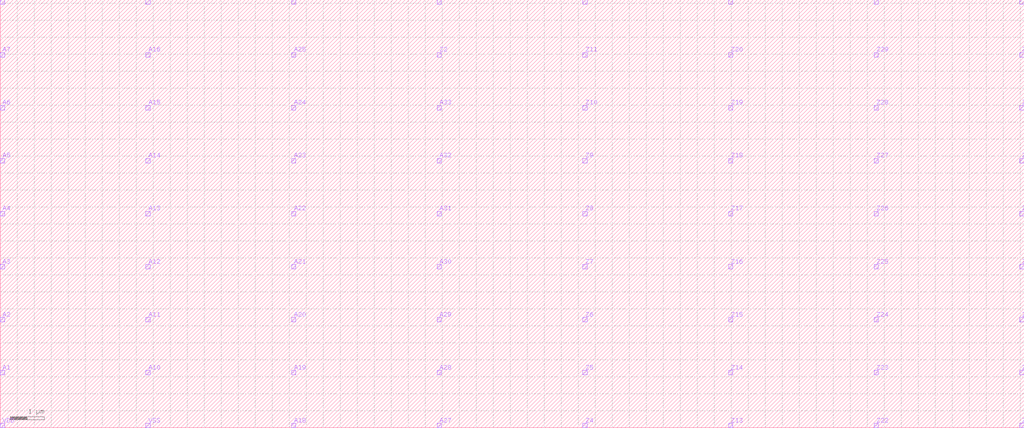
<source format=lef>
# NangateOpenCellLibrary.macro.mod.lef
# 05/24/2020 cherry fix FILLCELL_X2 size
VERSION 5.6 ;
BUSBITCHARS "[]" ;
DIVIDERCHAR "/" ;

MACRO Add72_X40
  CLASS CORE ;
  ORIGIN 0 0 ;
  FOREIGN Add72_X40 0 0 ;
  SIZE 30.10704761904762 BY 12.6 ;
  SITE FreePDK45_38x28_10R_NP_162NW_34O ;
   PIN VDD
    DIRECTION INPUT ;
    USE SIGNAL ;
    PORT
      LAYER metal1 ;
        RECT 0.0 0.0 0.125 0.125 ;
    END
   END VDD
   PIN A1
    DIRECTION INPUT ;
    USE SIGNAL ;
    PORT
      LAYER metal1 ;
        RECT 0.0 1.5593800000000002 0.125 1.6843800000000002 ;
    END
   END A1
   PIN A2
    DIRECTION INPUT ;
    USE SIGNAL ;
    PORT
      LAYER metal1 ;
        RECT 0.0 3.1187600000000004 0.125 3.2437600000000004 ;
    END
   END A2
   PIN A3
    DIRECTION INPUT ;
    USE SIGNAL ;
    PORT
      LAYER metal1 ;
        RECT 0.0 4.67814 0.125 4.80314 ;
    END
   END A3
   PIN A4
    DIRECTION INPUT ;
    USE SIGNAL ;
    PORT
      LAYER metal1 ;
        RECT 0.0 6.237520000000001 0.125 6.362520000000001 ;
    END
   END A4
   PIN A5
    DIRECTION INPUT ;
    USE SIGNAL ;
    PORT
      LAYER metal1 ;
        RECT 0.0 7.796900000000001 0.125 7.921900000000001 ;
    END
   END A5
   PIN A6
    DIRECTION INPUT ;
    USE SIGNAL ;
    PORT
      LAYER metal1 ;
        RECT 0.0 9.35628 0.125 9.48128 ;
    END
   END A6
   PIN A7
    DIRECTION INPUT ;
    USE SIGNAL ;
    PORT
      LAYER metal1 ;
        RECT 0.0 10.915659999999999 0.125 11.040659999999999 ;
    END
   END A7
   PIN A8
    DIRECTION INPUT ;
    USE SIGNAL ;
    PORT
      LAYER metal1 ;
        RECT 0.0 12.475040000000002 0.125 12.600040000000002 ;
    END
   END A8
   PIN VSS
    DIRECTION INPUT ;
    USE SIGNAL ;
    PORT
      LAYER metal1 ;
        RECT 4.283149659863945 0.0 4.408149659863945 0.125 ;
    END
   END VSS
   PIN A10
    DIRECTION INPUT ;
    USE SIGNAL ;
    PORT
      LAYER metal1 ;
        RECT 4.283149659863945 1.5593800000000002 4.408149659863945 1.6843800000000002 ;
    END
   END A10
   PIN A11
    DIRECTION INPUT ;
    USE SIGNAL ;
    PORT
      LAYER metal1 ;
        RECT 4.283149659863945 3.1187600000000004 4.408149659863945 3.2437600000000004 ;
    END
   END A11
   PIN A12
    DIRECTION INPUT ;
    USE SIGNAL ;
    PORT
      LAYER metal1 ;
        RECT 4.283149659863945 4.67814 4.408149659863945 4.80314 ;
    END
   END A12
   PIN A13
    DIRECTION INPUT ;
    USE SIGNAL ;
    PORT
      LAYER metal1 ;
        RECT 4.283149659863945 6.237520000000001 4.408149659863945 6.362520000000001 ;
    END
   END A13
   PIN A14
    DIRECTION INPUT ;
    USE SIGNAL ;
    PORT
      LAYER metal1 ;
        RECT 4.283149659863945 7.796900000000001 4.408149659863945 7.921900000000001 ;
    END
   END A14
   PIN A15
    DIRECTION INPUT ;
    USE SIGNAL ;
    PORT
      LAYER metal1 ;
        RECT 4.283149659863945 9.35628 4.408149659863945 9.48128 ;
    END
   END A15
   PIN A16
    DIRECTION INPUT ;
    USE SIGNAL ;
    PORT
      LAYER metal1 ;
        RECT 4.283149659863945 10.915659999999999 4.408149659863945 11.040659999999999 ;
    END
   END A16
   PIN A17
    DIRECTION INPUT ;
    USE SIGNAL ;
    PORT
      LAYER metal1 ;
        RECT 4.283149659863945 12.475040000000002 4.408149659863945 12.600040000000002 ;
    END
   END A17
   PIN A18
    DIRECTION INPUT ;
    USE SIGNAL ;
    PORT
      LAYER metal1 ;
        RECT 8.56629931972789 0.0 8.69129931972789 0.125 ;
    END
   END A18
   PIN A19
    DIRECTION INPUT ;
    USE SIGNAL ;
    PORT
      LAYER metal1 ;
        RECT 8.56629931972789 1.5593800000000002 8.69129931972789 1.6843800000000002 ;
    END
   END A19
   PIN A20
    DIRECTION INPUT ;
    USE SIGNAL ;
    PORT
      LAYER metal1 ;
        RECT 8.56629931972789 3.1187600000000004 8.69129931972789 3.2437600000000004 ;
    END
   END A20
   PIN A21
    DIRECTION INPUT ;
    USE SIGNAL ;
    PORT
      LAYER metal1 ;
        RECT 8.56629931972789 4.67814 8.69129931972789 4.80314 ;
    END
   END A21
   PIN A22
    DIRECTION INPUT ;
    USE SIGNAL ;
    PORT
      LAYER metal1 ;
        RECT 8.56629931972789 6.237520000000001 8.69129931972789 6.362520000000001 ;
    END
   END A22
   PIN A23
    DIRECTION INPUT ;
    USE SIGNAL ;
    PORT
      LAYER metal1 ;
        RECT 8.56629931972789 7.796900000000001 8.69129931972789 7.921900000000001 ;
    END
   END A23
   PIN A24
    DIRECTION INPUT ;
    USE SIGNAL ;
    PORT
      LAYER metal1 ;
        RECT 8.56629931972789 9.35628 8.69129931972789 9.48128 ;
    END
   END A24
   PIN A25
    DIRECTION INPUT ;
    USE SIGNAL ;
    PORT
      LAYER metal1 ;
        RECT 8.56629931972789 10.915659999999999 8.69129931972789 11.040659999999999 ;
    END
   END A25
   PIN A26
    DIRECTION INPUT ;
    USE SIGNAL ;
    PORT
      LAYER metal1 ;
        RECT 8.56629931972789 12.475040000000002 8.69129931972789 12.600040000000002 ;
    END
   END A26
   PIN A27
    DIRECTION INPUT ;
    USE SIGNAL ;
    PORT
      LAYER metal1 ;
        RECT 12.849448979591834 0.0 12.974448979591834 0.125 ;
    END
   END A27
   PIN A28
    DIRECTION INPUT ;
    USE SIGNAL ;
    PORT
      LAYER metal1 ;
        RECT 12.849448979591834 1.5593800000000002 12.974448979591834 1.6843800000000002 ;
    END
   END A28
   PIN A29
    DIRECTION INPUT ;
    USE SIGNAL ;
    PORT
      LAYER metal1 ;
        RECT 12.849448979591834 3.1187600000000004 12.974448979591834 3.2437600000000004 ;
    END
   END A29
   PIN A30
    DIRECTION INPUT ;
    USE SIGNAL ;
    PORT
      LAYER metal1 ;
        RECT 12.849448979591834 4.67814 12.974448979591834 4.80314 ;
    END
   END A30
   PIN A31
    DIRECTION INPUT ;
    USE SIGNAL ;
    PORT
      LAYER metal1 ;
        RECT 12.849448979591834 6.237520000000001 12.974448979591834 6.362520000000001 ;
    END
   END A31
   PIN A32
    DIRECTION INPUT ;
    USE SIGNAL ;
    PORT
      LAYER metal1 ;
        RECT 12.849448979591834 7.796900000000001 12.974448979591834 7.921900000000001 ;
    END
   END A32
   PIN A33
    DIRECTION INPUT ;
    USE SIGNAL ;
    PORT
      LAYER metal1 ;
        RECT 12.849448979591834 9.35628 12.974448979591834 9.48128 ;
    END
   END A33
   PIN Z2
    DIRECTION OUTPUT ;
    USE SIGNAL ;
    PORT
      LAYER metal1 ;
        RECT 12.849448979591834 10.915659999999999 12.974448979591834 11.040659999999999 ;
    END
   END Z2
   PIN Z3
    DIRECTION OUTPUT ;
    USE SIGNAL ;
    PORT
      LAYER metal1 ;
        RECT 12.849448979591834 12.475040000000002 12.974448979591834 12.600040000000002 ;
    END
   END Z3
   PIN Z4
    DIRECTION OUTPUT ;
    USE SIGNAL ;
    PORT
      LAYER metal1 ;
        RECT 17.13259863945578 0.0 17.25759863945578 0.125 ;
    END
   END Z4
   PIN Z5
    DIRECTION OUTPUT ;
    USE SIGNAL ;
    PORT
      LAYER metal1 ;
        RECT 17.13259863945578 1.5593800000000002 17.25759863945578 1.6843800000000002 ;
    END
   END Z5
   PIN Z6
    DIRECTION OUTPUT ;
    USE SIGNAL ;
    PORT
      LAYER metal1 ;
        RECT 17.13259863945578 3.1187600000000004 17.25759863945578 3.2437600000000004 ;
    END
   END Z6
   PIN Z7
    DIRECTION OUTPUT ;
    USE SIGNAL ;
    PORT
      LAYER metal1 ;
        RECT 17.13259863945578 4.67814 17.25759863945578 4.80314 ;
    END
   END Z7
   PIN Z8
    DIRECTION OUTPUT ;
    USE SIGNAL ;
    PORT
      LAYER metal1 ;
        RECT 17.13259863945578 6.237520000000001 17.25759863945578 6.362520000000001 ;
    END
   END Z8
   PIN Z9
    DIRECTION OUTPUT ;
    USE SIGNAL ;
    PORT
      LAYER metal1 ;
        RECT 17.13259863945578 7.796900000000001 17.25759863945578 7.921900000000001 ;
    END
   END Z9
   PIN Z10
    DIRECTION OUTPUT ;
    USE SIGNAL ;
    PORT
      LAYER metal1 ;
        RECT 17.13259863945578 9.35628 17.25759863945578 9.48128 ;
    END
   END Z10
   PIN Z11
    DIRECTION OUTPUT ;
    USE SIGNAL ;
    PORT
      LAYER metal1 ;
        RECT 17.13259863945578 10.915659999999999 17.25759863945578 11.040659999999999 ;
    END
   END Z11
   PIN Z12
    DIRECTION OUTPUT ;
    USE SIGNAL ;
    PORT
      LAYER metal1 ;
        RECT 17.13259863945578 12.475040000000002 17.25759863945578 12.600040000000002 ;
    END
   END Z12
   PIN Z13
    DIRECTION OUTPUT ;
    USE SIGNAL ;
    PORT
      LAYER metal1 ;
        RECT 21.415748299319727 0.0 21.540748299319727 0.125 ;
    END
   END Z13
   PIN Z14
    DIRECTION OUTPUT ;
    USE SIGNAL ;
    PORT
      LAYER metal1 ;
        RECT 21.415748299319727 1.5593800000000002 21.540748299319727 1.6843800000000002 ;
    END
   END Z14
   PIN Z15
    DIRECTION OUTPUT ;
    USE SIGNAL ;
    PORT
      LAYER metal1 ;
        RECT 21.415748299319727 3.1187600000000004 21.540748299319727 3.2437600000000004 ;
    END
   END Z15
   PIN Z16
    DIRECTION OUTPUT ;
    USE SIGNAL ;
    PORT
      LAYER metal1 ;
        RECT 21.415748299319727 4.67814 21.540748299319727 4.80314 ;
    END
   END Z16
   PIN Z17
    DIRECTION OUTPUT ;
    USE SIGNAL ;
    PORT
      LAYER metal1 ;
        RECT 21.415748299319727 6.237520000000001 21.540748299319727 6.362520000000001 ;
    END
   END Z17
   PIN Z18
    DIRECTION OUTPUT ;
    USE SIGNAL ;
    PORT
      LAYER metal1 ;
        RECT 21.415748299319727 7.796900000000001 21.540748299319727 7.921900000000001 ;
    END
   END Z18
   PIN Z19
    DIRECTION OUTPUT ;
    USE SIGNAL ;
    PORT
      LAYER metal1 ;
        RECT 21.415748299319727 9.35628 21.540748299319727 9.48128 ;
    END
   END Z19
   PIN Z20
    DIRECTION OUTPUT ;
    USE SIGNAL ;
    PORT
      LAYER metal1 ;
        RECT 21.415748299319727 10.915659999999999 21.540748299319727 11.040659999999999 ;
    END
   END Z20
   PIN Z21
    DIRECTION OUTPUT ;
    USE SIGNAL ;
    PORT
      LAYER metal1 ;
        RECT 21.415748299319727 12.475040000000002 21.540748299319727 12.600040000000002 ;
    END
   END Z21
   PIN Z22
    DIRECTION OUTPUT ;
    USE SIGNAL ;
    PORT
      LAYER metal1 ;
        RECT 25.698897959183668 0.0 25.823897959183668 0.125 ;
    END
   END Z22
   PIN Z23
    DIRECTION OUTPUT ;
    USE SIGNAL ;
    PORT
      LAYER metal1 ;
        RECT 25.698897959183668 1.5593800000000002 25.823897959183668 1.6843800000000002 ;
    END
   END Z23
   PIN Z24
    DIRECTION OUTPUT ;
    USE SIGNAL ;
    PORT
      LAYER metal1 ;
        RECT 25.698897959183668 3.1187600000000004 25.823897959183668 3.2437600000000004 ;
    END
   END Z24
   PIN Z25
    DIRECTION OUTPUT ;
    USE SIGNAL ;
    PORT
      LAYER metal1 ;
        RECT 25.698897959183668 4.67814 25.823897959183668 4.80314 ;
    END
   END Z25
   PIN Z26
    DIRECTION OUTPUT ;
    USE SIGNAL ;
    PORT
      LAYER metal1 ;
        RECT 25.698897959183668 6.237520000000001 25.823897959183668 6.362520000000001 ;
    END
   END Z26
   PIN Z27
    DIRECTION OUTPUT ;
    USE SIGNAL ;
    PORT
      LAYER metal1 ;
        RECT 25.698897959183668 7.796900000000001 25.823897959183668 7.921900000000001 ;
    END
   END Z27
   PIN Z28
    DIRECTION OUTPUT ;
    USE SIGNAL ;
    PORT
      LAYER metal1 ;
        RECT 25.698897959183668 9.35628 25.823897959183668 9.48128 ;
    END
   END Z28
   PIN Z29
    DIRECTION OUTPUT ;
    USE SIGNAL ;
    PORT
      LAYER metal1 ;
        RECT 25.698897959183668 10.915659999999999 25.823897959183668 11.040659999999999 ;
    END
   END Z29
   PIN Z30
    DIRECTION OUTPUT ;
    USE SIGNAL ;
    PORT
      LAYER metal1 ;
        RECT 25.698897959183668 12.475040000000002 25.823897959183668 12.600040000000002 ;
    END
   END Z30
   PIN Z31
    DIRECTION OUTPUT ;
    USE SIGNAL ;
    PORT
      LAYER metal1 ;
        RECT 29.982047619047616 0.0 30.107047619047616 0.125 ;
    END
   END Z31
   PIN Z32
    DIRECTION OUTPUT ;
    USE SIGNAL ;
    PORT
      LAYER metal1 ;
        RECT 29.982047619047616 1.5593800000000002 30.107047619047616 1.6843800000000002 ;
    END
   END Z32
   PIN Z33
    DIRECTION OUTPUT ;
    USE SIGNAL ;
    PORT
      LAYER metal1 ;
        RECT 29.982047619047616 3.1187600000000004 30.107047619047616 3.2437600000000004 ;
    END
   END Z33
   PIN Z34
    DIRECTION OUTPUT ;
    USE SIGNAL ;
    PORT
      LAYER metal1 ;
        RECT 29.982047619047616 4.67814 30.107047619047616 4.80314 ;
    END
   END Z34
   PIN Z35
    DIRECTION OUTPUT ;
    USE SIGNAL ;
    PORT
      LAYER metal1 ;
        RECT 29.982047619047616 6.237520000000001 30.107047619047616 6.362520000000001 ;
    END
   END Z35
   PIN Z36
    DIRECTION OUTPUT ;
    USE SIGNAL ;
    PORT
      LAYER metal1 ;
        RECT 29.982047619047616 7.796900000000001 30.107047619047616 7.921900000000001 ;
    END
   END Z36
   PIN Z37
    DIRECTION OUTPUT ;
    USE SIGNAL ;
    PORT
      LAYER metal1 ;
        RECT 29.982047619047616 9.35628 30.107047619047616 9.48128 ;
    END
   END Z37
   PIN Z38
    DIRECTION OUTPUT ;
    USE SIGNAL ;
    PORT
      LAYER metal1 ;
        RECT 29.982047619047616 10.915659999999999 30.107047619047616 11.040659999999999 ;
    END
   END Z38
   PIN Z39
    DIRECTION OUTPUT ;
    USE SIGNAL ;
    PORT
      LAYER metal1 ;
        RECT 29.982047619047616 12.475040000000002 30.107047619047616 12.600040000000002 ;
    END
   END Z39

END Add72_X40

MACRO AND2_X1
  CLASS CORE ;
  ORIGIN 0 0 ;
  FOREIGN AND2_X1 0 0 ;
  SIZE 0.76 BY 1.4 ;
  SYMMETRY X Y ;
  SITE FreePDK45_38x28_10R_NP_162NW_34O ;
  PIN A1
    DIRECTION INPUT ;
    USE SIGNAL ;
    PORT
      LAYER metal1 ;
        RECT 0.06 0.525 0.185 0.7 ;
    END
  END A1
  PIN A2
    DIRECTION INPUT ;
    USE SIGNAL ;
    PORT
      LAYER metal1 ;
        RECT 0.25 0.525 0.38 0.7 ;
    END
  END A2
  PIN ZN
    DIRECTION OUTPUT ;
    USE SIGNAL ;
    PORT
      LAYER metal1 ;
        RECT 0.61 0.19 0.7 1.25 ;
    END
  END ZN
  PIN VDD
    DIRECTION INOUT ;
    USE POWER ;
    SHAPE ABUTMENT ;
    PORT
      LAYER metal1 ;
        RECT 0 1.315 0.76 1.485 ;
        RECT 0.415 0.975 0.485 1.485 ;
        RECT 0.04 0.975 0.11 1.485 ;
    END
  END VDD
  PIN VSS
    DIRECTION INOUT ;
    USE GROUND ;
    SHAPE ABUTMENT ;
    PORT
      LAYER metal1 ;
        RECT 0 -0.085 0.76 0.085 ;
        RECT 0.415 -0.085 0.485 0.325 ;
    END
  END VSS
  OBS
    LAYER metal1 ;
      RECT 0.235 0.84 0.305 1.25 ;
      RECT 0.235 0.84 0.54 0.91 ;
      RECT 0.47 0.39 0.54 0.91 ;
      RECT 0.045 0.39 0.54 0.46 ;
      RECT 0.045 0.19 0.115 0.46 ;
  END
END AND2_X1

MACRO AND2_X2
  CLASS CORE ;
  ORIGIN 0 0 ;
  FOREIGN AND2_X2 0 0 ;
  SIZE 0.95 BY 1.4 ;
  SYMMETRY X Y ;
  SITE FreePDK45_38x28_10R_NP_162NW_34O ;
  PIN A1
    DIRECTION INPUT ;
    USE SIGNAL ;
    PORT
      LAYER metal1 ;
        RECT 0.06 0.525 0.185 0.7 ;
    END
  END A1
  PIN A2
    DIRECTION INPUT ;
    USE SIGNAL ;
    PORT
      LAYER metal1 ;
        RECT 0.25 0.525 0.38 0.7 ;
    END
  END A2
  PIN ZN
    DIRECTION OUTPUT ;
    USE SIGNAL ;
    PORT
      LAYER metal1 ;
        RECT 0.615 0.15 0.7 1.25 ;
    END
  END ZN
  PIN VDD
    DIRECTION INOUT ;
    USE POWER ;
    SHAPE ABUTMENT ;
    PORT
      LAYER metal1 ;
        RECT 0 1.315 0.95 1.485 ;
        RECT 0.795 0.975 0.865 1.485 ;
        RECT 0.415 0.975 0.485 1.485 ;
        RECT 0.04 0.975 0.11 1.485 ;
    END
  END VDD
  PIN VSS
    DIRECTION INOUT ;
    USE GROUND ;
    SHAPE ABUTMENT ;
    PORT
      LAYER metal1 ;
        RECT 0 -0.085 0.95 0.085 ;
        RECT 0.795 -0.085 0.865 0.425 ;
        RECT 0.415 -0.085 0.485 0.285 ;
    END
  END VSS
  OBS
    LAYER metal1 ;
      RECT 0.235 0.84 0.305 1.25 ;
      RECT 0.235 0.84 0.545 0.91 ;
      RECT 0.475 0.39 0.545 0.91 ;
      RECT 0.045 0.39 0.545 0.46 ;
      RECT 0.045 0.15 0.115 0.46 ;
  END
END AND2_X2

MACRO AND2_X4
  CLASS CORE ;
  ORIGIN 0 0 ;
  FOREIGN AND2_X4 0 0 ;
  SIZE 1.71 BY 1.4 ;
  SYMMETRY X Y ;
  SITE FreePDK45_38x28_10R_NP_162NW_34O ;
  PIN A1
    DIRECTION INPUT ;
    USE SIGNAL ;
    PORT
      LAYER metal1 ;
        RECT 0.25 0.42 0.38 0.66 ;
    END
  END A1
  PIN A2
    DIRECTION INPUT ;
    USE SIGNAL ;
    PORT
      LAYER metal1 ;
        RECT 0.06 0.725 0.76 0.795 ;
        RECT 0.69 0.525 0.76 0.795 ;
        RECT 0.06 0.42 0.185 0.795 ;
    END
  END A2
  PIN ZN
    DIRECTION OUTPUT ;
    USE SIGNAL ;
    PORT
      LAYER metal1 ;
        RECT 1.365 0.15 1.435 1.25 ;
        RECT 0.995 0.68 1.435 0.75 ;
        RECT 0.995 0.15 1.08 1.25 ;
    END
  END ZN
  PIN VDD
    DIRECTION INOUT ;
    USE POWER ;
    SHAPE ABUTMENT ;
    PORT
      LAYER metal1 ;
        RECT 0 1.315 1.71 1.485 ;
        RECT 1.555 0.995 1.625 1.485 ;
        RECT 1.175 0.995 1.245 1.485 ;
        RECT 0.795 0.995 0.865 1.485 ;
        RECT 0.415 0.995 0.485 1.485 ;
        RECT 0.04 0.995 0.11 1.485 ;
    END
  END VDD
  PIN VSS
    DIRECTION INOUT ;
    USE GROUND ;
    SHAPE ABUTMENT ;
    PORT
      LAYER metal1 ;
        RECT 0 -0.085 1.71 0.085 ;
        RECT 1.555 -0.085 1.625 0.355 ;
        RECT 1.175 -0.085 1.245 0.355 ;
        RECT 0.795 -0.085 0.865 0.215 ;
        RECT 0.04 -0.085 0.11 0.355 ;
    END
  END VSS
  OBS
    LAYER metal1 ;
      RECT 0.605 0.86 0.675 1.25 ;
      RECT 0.235 0.86 0.305 1.25 ;
      RECT 0.235 0.86 0.92 0.93 ;
      RECT 0.85 0.285 0.92 0.93 ;
      RECT 0.425 0.285 0.92 0.355 ;
      RECT 0.425 0.22 0.495 0.355 ;
  END
END AND2_X4

MACRO AND3_X1
  CLASS CORE ;
  ORIGIN 0 0 ;
  FOREIGN AND3_X1 0 0 ;
  SIZE 0.95 BY 1.4 ;
  SYMMETRY X Y ;
  SITE FreePDK45_38x28_10R_NP_162NW_34O ;
  PIN A1
    DIRECTION INPUT ;
    USE SIGNAL ;
    PORT
      LAYER metal1 ;
        RECT 0.06 0.525 0.185 0.7 ;
    END
  END A1
  PIN A2
    DIRECTION INPUT ;
    USE SIGNAL ;
    PORT
      LAYER metal1 ;
        RECT 0.25 0.525 0.375 0.7 ;
    END
  END A2
  PIN A3
    DIRECTION INPUT ;
    USE SIGNAL ;
    PORT
      LAYER metal1 ;
        RECT 0.44 0.525 0.57 0.7 ;
    END
  END A3
  PIN ZN
    DIRECTION OUTPUT ;
    USE SIGNAL ;
    PORT
      LAYER metal1 ;
        RECT 0.8 0.975 0.89 1.25 ;
        RECT 0.82 0.15 0.89 1.25 ;
        RECT 0.8 0.15 0.89 0.425 ;
    END
  END ZN
  PIN VDD
    DIRECTION INOUT ;
    USE POWER ;
    SHAPE ABUTMENT ;
    PORT
      LAYER metal1 ;
        RECT 0 1.315 0.95 1.485 ;
        RECT 0.605 1 0.675 1.485 ;
        RECT 0.225 1.04 0.295 1.485 ;
    END
  END VDD
  PIN VSS
    DIRECTION INOUT ;
    USE GROUND ;
    SHAPE ABUTMENT ;
    PORT
      LAYER metal1 ;
        RECT 0 -0.085 0.95 0.085 ;
        RECT 0.605 -0.085 0.675 0.285 ;
    END
  END VSS
  OBS
    LAYER metal1 ;
      RECT 0.415 0.865 0.485 1.25 ;
      RECT 0.045 0.865 0.115 1.25 ;
      RECT 0.045 0.865 0.705 0.935 ;
      RECT 0.635 0.35 0.705 0.935 ;
      RECT 0.635 0.525 0.755 0.66 ;
      RECT 0.045 0.35 0.705 0.42 ;
      RECT 0.045 0.15 0.115 0.42 ;
  END
END AND3_X1

MACRO AND3_X2
  CLASS CORE ;
  ORIGIN 0 0 ;
  FOREIGN AND3_X2 0 0 ;
  SIZE 1.14 BY 1.4 ;
  SYMMETRY X Y ;
  SITE FreePDK45_38x28_10R_NP_162NW_34O ;
  PIN A1
    DIRECTION INPUT ;
    USE SIGNAL ;
    PORT
      LAYER metal1 ;
        RECT 0.06 0.525 0.185 0.7 ;
    END
  END A1
  PIN A2
    DIRECTION INPUT ;
    USE SIGNAL ;
    PORT
      LAYER metal1 ;
        RECT 0.25 0.525 0.375 0.7 ;
    END
  END A2
  PIN A3
    DIRECTION INPUT ;
    USE SIGNAL ;
    PORT
      LAYER metal1 ;
        RECT 0.44 0.525 0.57 0.7 ;
    END
  END A3
  PIN ZN
    DIRECTION OUTPUT ;
    USE SIGNAL ;
    PORT
      LAYER metal1 ;
        RECT 0.805 0.15 0.89 1.25 ;
    END
  END ZN
  PIN VDD
    DIRECTION INOUT ;
    USE POWER ;
    SHAPE ABUTMENT ;
    PORT
      LAYER metal1 ;
        RECT 0 1.315 1.14 1.485 ;
        RECT 0.99 0.975 1.06 1.485 ;
        RECT 0.605 0.975 0.675 1.485 ;
        RECT 0.225 0.975 0.295 1.485 ;
    END
  END VDD
  PIN VSS
    DIRECTION INOUT ;
    USE GROUND ;
    SHAPE ABUTMENT ;
    PORT
      LAYER metal1 ;
        RECT 0 -0.085 1.14 0.085 ;
        RECT 0.99 -0.085 1.06 0.425 ;
        RECT 0.605 -0.085 0.675 0.285 ;
    END
  END VSS
  OBS
    LAYER metal1 ;
      RECT 0.415 0.8 0.485 1.25 ;
      RECT 0.045 0.8 0.115 1.25 ;
      RECT 0.045 0.8 0.735 0.87 ;
      RECT 0.665 0.355 0.735 0.87 ;
      RECT 0.045 0.355 0.735 0.425 ;
      RECT 0.045 0.15 0.115 0.425 ;
  END
END AND3_X2

MACRO AND3_X4
  CLASS CORE ;
  ORIGIN 0 0 ;
  FOREIGN AND3_X4 0 0 ;
  SIZE 2.09 BY 1.4 ;
  SYMMETRY X Y ;
  SITE FreePDK45_38x28_10R_NP_162NW_34O ;
  PIN A1
    DIRECTION INPUT ;
    USE SIGNAL ;
    PORT
      LAYER metal1 ;
        RECT 0.595 0.555 0.73 0.7 ;
    END
  END A1
  PIN A2
    DIRECTION INPUT ;
    USE SIGNAL ;
    PORT
      LAYER metal1 ;
        RECT 0.82 0.42 0.95 0.7 ;
        RECT 0.34 0.42 0.95 0.49 ;
        RECT 0.34 0.42 0.41 0.66 ;
    END
  END A2
  PIN A3
    DIRECTION INPUT ;
    USE SIGNAL ;
    PORT
      LAYER metal1 ;
        RECT 0.12 0.765 1.14 0.835 ;
        RECT 1.07 0.525 1.14 0.835 ;
        RECT 0.12 0.525 0.19 0.835 ;
        RECT 0.06 0.525 0.19 0.7 ;
    END
  END A3
  PIN ZN
    DIRECTION OUTPUT ;
    USE SIGNAL ;
    PORT
      LAYER metal1 ;
        RECT 1.745 0.15 1.815 1.25 ;
        RECT 1.375 0.56 1.815 0.7 ;
        RECT 1.375 0.15 1.445 1.25 ;
    END
  END ZN
  PIN VDD
    DIRECTION INOUT ;
    USE POWER ;
    SHAPE ABUTMENT ;
    PORT
      LAYER metal1 ;
        RECT 0 1.315 2.09 1.485 ;
        RECT 1.935 1.035 2.005 1.485 ;
        RECT 1.555 1.035 1.625 1.485 ;
        RECT 1.175 1.035 1.245 1.485 ;
        RECT 0.795 1.035 0.865 1.485 ;
        RECT 0.415 1.035 0.485 1.485 ;
        RECT 0.04 1.035 0.11 1.485 ;
    END
  END VDD
  PIN VSS
    DIRECTION INOUT ;
    USE GROUND ;
    SHAPE ABUTMENT ;
    PORT
      LAYER metal1 ;
        RECT 0 -0.085 2.09 0.085 ;
        RECT 1.935 -0.085 2.005 0.425 ;
        RECT 1.555 -0.085 1.625 0.425 ;
        RECT 1.175 -0.085 1.245 0.195 ;
        RECT 0.04 -0.085 0.11 0.425 ;
    END
  END VSS
  OBS
    LAYER metal1 ;
      RECT 0.985 0.9 1.055 1.25 ;
      RECT 0.605 0.9 0.675 1.25 ;
      RECT 0.235 0.9 0.305 1.25 ;
      RECT 0.235 0.9 1.305 0.97 ;
      RECT 1.235 0.26 1.305 0.97 ;
      RECT 0.615 0.26 1.305 0.33 ;
      RECT 0.615 0.15 0.685 0.33 ;
  END
END AND3_X4

MACRO AND4_X1
  CLASS CORE ;
  ORIGIN 0 0 ;
  FOREIGN AND4_X1 0 0 ;
  SIZE 1.14 BY 1.4 ;
  SYMMETRY X Y ;
  SITE FreePDK45_38x28_10R_NP_162NW_34O ;
  PIN A1
    DIRECTION INPUT ;
    USE SIGNAL ;
    PORT
      LAYER metal1 ;
        RECT 0.06 0.525 0.185 0.7 ;
    END
  END A1
  PIN A2
    DIRECTION INPUT ;
    USE SIGNAL ;
    PORT
      LAYER metal1 ;
        RECT 0.25 0.525 0.375 0.7 ;
    END
  END A2
  PIN A3
    DIRECTION INPUT ;
    USE SIGNAL ;
    PORT
      LAYER metal1 ;
        RECT 0.44 0.525 0.565 0.7 ;
    END
  END A3
  PIN A4
    DIRECTION INPUT ;
    USE SIGNAL ;
    PORT
      LAYER metal1 ;
        RECT 0.63 0.525 0.76 0.7 ;
    END
  END A4
  PIN ZN
    DIRECTION OUTPUT ;
    USE SIGNAL ;
    PORT
      LAYER metal1 ;
        RECT 0.99 0.15 1.08 1.25 ;
    END
  END ZN
  PIN VDD
    DIRECTION INOUT ;
    USE POWER ;
    SHAPE ABUTMENT ;
    PORT
      LAYER metal1 ;
        RECT 0 1.315 1.14 1.485 ;
        RECT 0.795 0.975 0.865 1.485 ;
        RECT 0.415 0.975 0.485 1.485 ;
        RECT 0.04 0.975 0.11 1.485 ;
    END
  END VDD
  PIN VSS
    DIRECTION INOUT ;
    USE GROUND ;
    SHAPE ABUTMENT ;
    PORT
      LAYER metal1 ;
        RECT 0 -0.085 1.14 0.085 ;
        RECT 0.795 -0.085 0.865 0.285 ;
    END
  END VSS
  OBS
    LAYER metal1 ;
      RECT 0.605 0.84 0.675 1.25 ;
      RECT 0.235 0.84 0.305 1.25 ;
      RECT 0.235 0.84 0.925 0.91 ;
      RECT 0.855 0.35 0.925 0.91 ;
      RECT 0.045 0.35 0.925 0.42 ;
      RECT 0.045 0.15 0.115 0.42 ;
  END
END AND4_X1

MACRO AND4_X2
  CLASS CORE ;
  ORIGIN 0 0 ;
  FOREIGN AND4_X2 0 0 ;
  SIZE 1.33 BY 1.4 ;
  SYMMETRY X Y ;
  SITE FreePDK45_38x28_10R_NP_162NW_34O ;
  PIN A1
    DIRECTION INPUT ;
    USE SIGNAL ;
    PORT
      LAYER metal1 ;
        RECT 0.06 0.525 0.185 0.7 ;
    END
  END A1
  PIN A2
    DIRECTION INPUT ;
    USE SIGNAL ;
    PORT
      LAYER metal1 ;
        RECT 0.25 0.525 0.375 0.7 ;
    END
  END A2
  PIN A3
    DIRECTION INPUT ;
    USE SIGNAL ;
    PORT
      LAYER metal1 ;
        RECT 0.44 0.525 0.565 0.7 ;
    END
  END A3
  PIN A4
    DIRECTION INPUT ;
    USE SIGNAL ;
    PORT
      LAYER metal1 ;
        RECT 0.63 0.525 0.76 0.7 ;
    END
  END A4
  PIN ZN
    DIRECTION OUTPUT ;
    USE SIGNAL ;
    PORT
      LAYER metal1 ;
        RECT 0.995 0.15 1.08 1.25 ;
    END
  END ZN
  PIN VDD
    DIRECTION INOUT ;
    USE POWER ;
    SHAPE ABUTMENT ;
    PORT
      LAYER metal1 ;
        RECT 0 1.315 1.33 1.485 ;
        RECT 1.18 0.975 1.25 1.485 ;
        RECT 0.795 0.975 0.865 1.485 ;
        RECT 0.415 0.975 0.485 1.485 ;
        RECT 0.04 0.975 0.11 1.485 ;
    END
  END VDD
  PIN VSS
    DIRECTION INOUT ;
    USE GROUND ;
    SHAPE ABUTMENT ;
    PORT
      LAYER metal1 ;
        RECT 0 -0.085 1.33 0.085 ;
        RECT 1.18 -0.085 1.25 0.425 ;
        RECT 0.795 -0.085 0.865 0.27 ;
    END
  END VSS
  OBS
    LAYER metal1 ;
      RECT 0.605 0.8 0.675 1.25 ;
      RECT 0.235 0.8 0.305 1.25 ;
      RECT 0.235 0.8 0.925 0.87 ;
      RECT 0.855 0.355 0.925 0.87 ;
      RECT 0.045 0.355 0.925 0.425 ;
      RECT 0.045 0.15 0.115 0.425 ;
  END
END AND4_X2

MACRO AND4_X4
  CLASS CORE ;
  ORIGIN 0 0 ;
  FOREIGN AND4_X4 0 0 ;
  SIZE 2.47 BY 1.4 ;
  SYMMETRY X Y ;
  SITE FreePDK45_38x28_10R_NP_162NW_34O ;
  PIN A1
    DIRECTION INPUT ;
    USE SIGNAL ;
    PORT
      LAYER metal1 ;
        RECT 0.8 0.56 0.935 0.7 ;
    END
  END A1
  PIN A2
    DIRECTION INPUT ;
    USE SIGNAL ;
    PORT
      LAYER metal1 ;
        RECT 1.065 0.425 1.135 0.66 ;
        RECT 0.565 0.425 1.135 0.495 ;
        RECT 0.565 0.425 0.7 0.7 ;
    END
  END A2
  PIN A3
    DIRECTION INPUT ;
    USE SIGNAL ;
    PORT
      LAYER metal1 ;
        RECT 0.355 0.77 1.345 0.84 ;
        RECT 1.2 0.525 1.345 0.84 ;
        RECT 0.355 0.525 0.425 0.84 ;
    END
  END A3
  PIN A4
    DIRECTION INPUT ;
    USE SIGNAL ;
    PORT
      LAYER metal1 ;
        RECT 0.135 0.905 1.535 0.975 ;
        RECT 1.465 0.525 1.535 0.975 ;
        RECT 0.135 0.525 0.205 0.975 ;
        RECT 0.06 0.525 0.205 0.7 ;
    END
  END A4
  PIN ZN
    DIRECTION OUTPUT ;
    USE SIGNAL ;
    PORT
      LAYER metal1 ;
        RECT 2.14 0.15 2.21 0.925 ;
        RECT 1.77 0.56 2.21 0.7 ;
        RECT 1.77 0.15 1.84 0.925 ;
    END
  END ZN
  PIN VDD
    DIRECTION INOUT ;
    USE POWER ;
    SHAPE ABUTMENT ;
    PORT
      LAYER metal1 ;
        RECT 0 1.315 2.47 1.485 ;
        RECT 2.33 1.065 2.4 1.485 ;
        RECT 1.95 1.065 2.02 1.485 ;
        RECT 1.57 1.175 1.64 1.485 ;
        RECT 1.19 1.175 1.26 1.485 ;
        RECT 0.81 1.175 0.88 1.485 ;
        RECT 0.43 1.175 0.5 1.485 ;
        RECT 0.055 1.065 0.125 1.485 ;
    END
  END VDD
  PIN VSS
    DIRECTION INOUT ;
    USE GROUND ;
    SHAPE ABUTMENT ;
    PORT
      LAYER metal1 ;
        RECT 0 -0.085 2.47 0.085 ;
        RECT 2.33 -0.085 2.4 0.425 ;
        RECT 1.95 -0.085 2.02 0.425 ;
        RECT 1.57 -0.085 1.64 0.195 ;
        RECT 0.055 -0.085 0.125 0.425 ;
    END
  END VSS
  OBS
    LAYER metal1 ;
      RECT 0.215 1.04 1.705 1.11 ;
      RECT 1.635 0.29 1.705 1.11 ;
      RECT 0.785 0.29 1.705 0.36 ;
  END
END AND4_X4

MACRO ANTENNA_X1
  CLASS CORE ANTENNACELL ;
  ORIGIN 0 0 ;
  FOREIGN ANTENNA_X1 0 0 ;
  SIZE 0.19 BY 1.4 ;
  SYMMETRY X Y ;
  SITE FreePDK45_38x28_10R_NP_162NW_34O ;
  PIN A
    DIRECTION INPUT ;
    USE SIGNAL ;
    # unknown
    ANTENNADIFFAREA  0.0 ;
    PORT
      LAYER metal1 ;
        RECT 0.06 0.42 0.13 0.75 ;
    END
  END A
  PIN VDD
    DIRECTION INOUT ;
    USE POWER ;
    SHAPE ABUTMENT ;
    PORT
      LAYER metal1 ;
        RECT 0 1.315 0.19 1.485 ;
    END
  END VDD
  PIN VSS
    DIRECTION INOUT ;
    USE GROUND ;
    SHAPE ABUTMENT ;
    PORT
      LAYER metal1 ;
        RECT 0 -0.085 0.19 0.085 ;
    END
  END VSS
END ANTENNA_X1

MACRO AOI211_X1
  CLASS CORE ;
  ORIGIN 0 0 ;
  FOREIGN AOI211_X1 0 0 ;
  SIZE 0.95 BY 1.4 ;
  SYMMETRY X Y ;
  SITE FreePDK45_38x28_10R_NP_162NW_34O ;
  PIN A
    DIRECTION INPUT ;
    USE SIGNAL ;
    PORT
      LAYER metal1 ;
        RECT 0.765 0.525 0.89 0.7 ;
    END
  END A
  PIN B
    DIRECTION INPUT ;
    USE SIGNAL ;
    PORT
      LAYER metal1 ;
        RECT 0.575 0.525 0.7 0.7 ;
    END
  END B
  PIN C1
    DIRECTION INPUT ;
    USE SIGNAL ;
    PORT
      LAYER metal1 ;
        RECT 0.41 0.525 0.51 0.7 ;
    END
  END C1
  PIN C2
    DIRECTION INPUT ;
    USE SIGNAL ;
    PORT
      LAYER metal1 ;
        RECT 0.06 0.525 0.21 0.7 ;
    END
  END C2
  PIN ZN
    DIRECTION OUTPUT ;
    USE SIGNAL ;
    PORT
      LAYER metal1 ;
        RECT 0.275 0.355 0.905 0.425 ;
        RECT 0.835 0.15 0.905 0.425 ;
        RECT 0.44 0.15 0.525 0.425 ;
        RECT 0.275 0.355 0.345 1.115 ;
    END
  END ZN
  PIN VDD
    DIRECTION INOUT ;
    USE POWER ;
    SHAPE ABUTMENT ;
    PORT
      LAYER metal1 ;
        RECT 0 1.315 0.95 1.485 ;
        RECT 0.835 0.905 0.905 1.485 ;
    END
  END VDD
  PIN VSS
    DIRECTION INOUT ;
    USE GROUND ;
    SHAPE ABUTMENT ;
    PORT
      LAYER metal1 ;
        RECT 0 -0.085 0.95 0.085 ;
        RECT 0.645 -0.085 0.715 0.285 ;
        RECT 0.08 -0.085 0.15 0.425 ;
    END
  END VSS
  OBS
    LAYER metal1 ;
      RECT 0.085 1.18 0.525 1.25 ;
      RECT 0.455 0.905 0.525 1.25 ;
      RECT 0.085 0.905 0.155 1.25 ;
  END
END AOI211_X1

MACRO AOI211_X2
  CLASS CORE ;
  ORIGIN 0 0 ;
  FOREIGN AOI211_X2 0 0 ;
  SIZE 1.71 BY 1.4 ;
  SYMMETRY X Y ;
  SITE FreePDK45_38x28_10R_NP_162NW_34O ;
  PIN A
    DIRECTION INPUT ;
    USE SIGNAL ;
    PORT
      LAYER metal1 ;
        RECT 0.39 0.56 0.525 0.7 ;
    END
  END A
  PIN B
    DIRECTION INPUT ;
    USE SIGNAL ;
    PORT
      LAYER metal1 ;
        RECT 0.06 0.765 0.75 0.835 ;
        RECT 0.68 0.525 0.75 0.835 ;
        RECT 0.06 0.525 0.185 0.835 ;
    END
  END B
  PIN C1
    DIRECTION INPUT ;
    USE SIGNAL ;
    PORT
      LAYER metal1 ;
        RECT 1.19 0.56 1.325 0.7 ;
    END
  END C1
  PIN C2
    DIRECTION INPUT ;
    USE SIGNAL ;
    PORT
      LAYER metal1 ;
        RECT 1.54 0.425 1.65 0.7 ;
        RECT 0.965 0.425 1.65 0.495 ;
        RECT 0.965 0.425 1.035 0.66 ;
    END
  END C2
  PIN ZN
    DIRECTION OUTPUT ;
    USE SIGNAL ;
    PORT
      LAYER metal1 ;
        RECT 1.405 0.765 1.475 1.055 ;
        RECT 0.82 0.765 1.475 0.835 ;
        RECT 0.2 0.285 1.32 0.355 ;
        RECT 1.185 0.15 1.32 0.355 ;
        RECT 1.025 0.765 1.095 1.055 ;
        RECT 0.82 0.285 0.89 0.835 ;
        RECT 0.2 0.15 0.335 0.355 ;
    END
  END ZN
  PIN VDD
    DIRECTION INOUT ;
    USE POWER ;
    SHAPE ABUTMENT ;
    PORT
      LAYER metal1 ;
        RECT 0 1.315 1.71 1.485 ;
        RECT 0.42 1.035 0.49 1.485 ;
    END
  END VDD
  PIN VSS
    DIRECTION INOUT ;
    USE GROUND ;
    SHAPE ABUTMENT ;
    PORT
      LAYER metal1 ;
        RECT 0 -0.085 1.71 0.085 ;
        RECT 1.595 -0.085 1.665 0.355 ;
        RECT 0.825 -0.085 0.895 0.215 ;
        RECT 0.43 -0.085 0.5 0.215 ;
        RECT 0.045 -0.085 0.115 0.355 ;
    END
  END VSS
  OBS
    LAYER metal1 ;
      RECT 0.815 1.18 1.665 1.25 ;
      RECT 1.595 0.975 1.665 1.25 ;
      RECT 0.05 0.9 0.12 1.25 ;
      RECT 1.22 0.975 1.29 1.25 ;
      RECT 0.815 0.9 0.885 1.25 ;
      RECT 0.05 0.9 0.885 0.97 ;
  END
END AOI211_X2

MACRO AOI211_X4
  CLASS CORE ;
  ORIGIN 0 0 ;
  FOREIGN AOI211_X4 0 0 ;
  SIZE 2.09 BY 1.4 ;
  SYMMETRY X Y ;
  SITE FreePDK45_38x28_10R_NP_162NW_34O ;
  PIN A
    DIRECTION INPUT ;
    USE SIGNAL ;
    PORT
      LAYER metal1 ;
        RECT 0.63 0.525 0.76 0.7 ;
    END
  END A
  PIN B
    DIRECTION INPUT ;
    USE SIGNAL ;
    PORT
      LAYER metal1 ;
        RECT 0.44 0.525 0.565 0.7 ;
    END
  END B
  PIN C1
    DIRECTION INPUT ;
    USE SIGNAL ;
    PORT
      LAYER metal1 ;
        RECT 0.06 0.525 0.185 0.7 ;
    END
  END C1
  PIN C2
    DIRECTION INPUT ;
    USE SIGNAL ;
    PORT
      LAYER metal1 ;
        RECT 0.25 0.525 0.375 0.7 ;
    END
  END C2
  PIN ZN
    DIRECTION OUTPUT ;
    USE SIGNAL ;
    PORT
      LAYER metal1 ;
        RECT 1.75 0.15 1.82 1.175 ;
        RECT 1.375 0.56 1.82 0.7 ;
        RECT 1.375 0.15 1.445 1.175 ;
    END
  END ZN
  PIN VDD
    DIRECTION INOUT ;
    USE POWER ;
    SHAPE ABUTMENT ;
    PORT
      LAYER metal1 ;
        RECT 0 1.315 2.09 1.485 ;
        RECT 1.935 0.9 2.005 1.485 ;
        RECT 1.555 0.9 1.625 1.485 ;
        RECT 1.175 0.9 1.245 1.485 ;
        RECT 0.795 0.9 0.865 1.485 ;
    END
  END VDD
  PIN VSS
    DIRECTION INOUT ;
    USE GROUND ;
    SHAPE ABUTMENT ;
    PORT
      LAYER metal1 ;
        RECT 0 -0.085 2.09 0.085 ;
        RECT 1.935 -0.085 2.005 0.425 ;
        RECT 1.555 -0.085 1.625 0.425 ;
        RECT 1.175 -0.085 1.245 0.425 ;
        RECT 0.795 -0.085 0.865 0.285 ;
        RECT 0.415 -0.085 0.485 0.285 ;
    END
  END VSS
  OBS
    LAYER metal1 ;
      RECT 0.995 0.15 1.065 1.175 ;
      RECT 0.995 0.525 1.31 0.66 ;
      RECT 0.235 0.765 0.305 1.115 ;
      RECT 0.235 0.765 0.93 0.835 ;
      RECT 0.86 0.39 0.93 0.835 ;
      RECT 0.045 0.39 0.93 0.46 ;
      RECT 0.605 0.15 0.675 0.46 ;
      RECT 0.045 0.15 0.115 0.46 ;
      RECT 0.045 1.18 0.485 1.25 ;
      RECT 0.415 0.9 0.485 1.25 ;
      RECT 0.045 0.9 0.115 1.25 ;
  END
END AOI211_X4

MACRO AOI21_X1
  CLASS CORE ;
  ORIGIN 0 0 ;
  FOREIGN AOI21_X1 0 0 ;
  SIZE 0.76 BY 1.4 ;
  SYMMETRY X Y ;
  SITE FreePDK45_38x28_10R_NP_162NW_34O ;
  PIN A
    DIRECTION INPUT ;
    USE SIGNAL ;
    PORT
      LAYER metal1 ;
        RECT 0.575 0.525 0.7 0.7 ;
    END
  END A
  PIN B1
    DIRECTION INPUT ;
    USE SIGNAL ;
    PORT
      LAYER metal1 ;
        RECT 0.4 0.525 0.51 0.7 ;
    END
  END B1
  PIN B2
    DIRECTION INPUT ;
    USE SIGNAL ;
    PORT
      LAYER metal1 ;
        RECT 0.06 0.525 0.2 0.7 ;
    END
  END B2
  PIN ZN
    DIRECTION OUTPUT ;
    USE SIGNAL ;
    PORT
      LAYER metal1 ;
        RECT 0.265 0.355 0.525 0.425 ;
        RECT 0.44 0.15 0.525 0.425 ;
        RECT 0.265 0.355 0.335 1.115 ;
    END
  END ZN
  PIN VDD
    DIRECTION INOUT ;
    USE POWER ;
    SHAPE ABUTMENT ;
    PORT
      LAYER metal1 ;
        RECT 0 1.315 0.76 1.485 ;
        RECT 0.645 0.905 0.715 1.485 ;
    END
  END VDD
  PIN VSS
    DIRECTION INOUT ;
    USE GROUND ;
    SHAPE ABUTMENT ;
    PORT
      LAYER metal1 ;
        RECT 0 -0.085 0.76 0.085 ;
        RECT 0.645 -0.085 0.715 0.355 ;
        RECT 0.08 -0.085 0.15 0.425 ;
    END
  END VSS
  OBS
    LAYER metal1 ;
      RECT 0.085 1.18 0.525 1.25 ;
      RECT 0.455 0.905 0.525 1.25 ;
      RECT 0.085 0.905 0.155 1.25 ;
  END
END AOI21_X1

MACRO AOI21_X2
  CLASS CORE ;
  ORIGIN 0 0 ;
  FOREIGN AOI21_X2 0 0 ;
  SIZE 1.33 BY 1.4 ;
  SYMMETRY X Y ;
  SITE FreePDK45_38x28_10R_NP_162NW_34O ;
  PIN A
    DIRECTION INPUT ;
    USE SIGNAL ;
    PORT
      LAYER metal1 ;
        RECT 0.215 0.56 0.35 0.7 ;
    END
  END A
  PIN B1
    DIRECTION INPUT ;
    USE SIGNAL ;
    PORT
      LAYER metal1 ;
        RECT 0.765 0.56 0.9 0.7 ;
    END
  END B1
  PIN B2
    DIRECTION INPUT ;
    USE SIGNAL ;
    PORT
      LAYER metal1 ;
        RECT 0.63 0.77 1.18 0.84 ;
        RECT 1.11 0.525 1.18 0.84 ;
        RECT 0.63 0.525 0.7 0.84 ;
        RECT 0.57 0.525 0.7 0.7 ;
    END
  END B2
  PIN ZN
    DIRECTION OUTPUT ;
    USE SIGNAL ;
    PORT
      LAYER metal1 ;
        RECT 0.435 0.905 1.13 0.975 ;
        RECT 0.25 0.355 0.905 0.425 ;
        RECT 0.835 0.15 0.905 0.425 ;
        RECT 0.435 0.355 0.505 0.975 ;
        RECT 0.25 0.15 0.335 0.425 ;
    END
  END ZN
  PIN VDD
    DIRECTION INOUT ;
    USE POWER ;
    SHAPE ABUTMENT ;
    PORT
      LAYER metal1 ;
        RECT 0 1.315 1.33 1.485 ;
        RECT 0.265 1.205 0.335 1.485 ;
    END
  END VDD
  PIN VSS
    DIRECTION INOUT ;
    USE GROUND ;
    SHAPE ABUTMENT ;
    PORT
      LAYER metal1 ;
        RECT 0 -0.085 1.33 0.085 ;
        RECT 1.215 -0.085 1.285 0.425 ;
        RECT 0.455 -0.085 0.525 0.285 ;
        RECT 0.08 -0.085 0.15 0.425 ;
    END
  END VSS
  OBS
    LAYER metal1 ;
      RECT 1.215 0.975 1.285 1.25 ;
      RECT 0.085 0.975 0.155 1.25 ;
      RECT 0.085 1.07 1.285 1.14 ;
  END
END AOI21_X2

MACRO AOI21_X4
  CLASS CORE ;
  ORIGIN 0 0 ;
  FOREIGN AOI21_X4 0 0 ;
  SIZE 2.47 BY 1.4 ;
  SYMMETRY X Y ;
  SITE FreePDK45_38x28_10R_NP_162NW_34O ;
  PIN A
    DIRECTION INPUT ;
    USE SIGNAL ;
    PORT
      LAYER metal1 ;
        RECT 0.4 0.525 0.535 0.7 ;
    END
  END A
  PIN B1
    DIRECTION INPUT ;
    USE SIGNAL ;
    PORT
      LAYER metal1 ;
        RECT 1.165 0.69 2.06 0.76 ;
        RECT 1.925 0.56 2.06 0.76 ;
        RECT 1.165 0.56 1.3 0.76 ;
    END
  END B1
  PIN B2
    DIRECTION INPUT ;
    USE SIGNAL ;
    PORT
      LAYER metal1 ;
        RECT 2.25 0.42 2.32 0.66 ;
        RECT 0.925 0.42 2.32 0.49 ;
        RECT 1.525 0.42 1.66 0.625 ;
        RECT 0.925 0.42 0.995 0.66 ;
    END
  END B2
  PIN ZN
    DIRECTION OUTPUT ;
    USE SIGNAL ;
    PORT
      LAYER metal1 ;
        RECT 2.14 0.825 2.21 1.115 ;
        RECT 0.63 0.825 2.21 0.895 ;
        RECT 0.63 0.26 2.055 0.33 ;
        RECT 1.76 0.825 1.83 1.115 ;
        RECT 1.38 0.825 1.45 1.115 ;
        RECT 1 0.825 1.07 1.115 ;
        RECT 0.63 0.15 0.7 0.895 ;
        RECT 0.25 0.355 0.7 0.425 ;
        RECT 0.25 0.15 0.32 0.425 ;
    END
  END ZN
  PIN VDD
    DIRECTION INOUT ;
    USE POWER ;
    SHAPE ABUTMENT ;
    PORT
      LAYER metal1 ;
        RECT 0 1.315 2.47 1.485 ;
        RECT 0.62 1.205 0.69 1.485 ;
        RECT 0.24 1.205 0.31 1.485 ;
    END
  END VDD
  PIN VSS
    DIRECTION INOUT ;
    USE GROUND ;
    SHAPE ABUTMENT ;
    PORT
      LAYER metal1 ;
        RECT 0 -0.085 2.47 0.085 ;
        RECT 2.33 -0.085 2.4 0.35 ;
        RECT 1.57 -0.085 1.64 0.195 ;
        RECT 0.81 -0.085 0.88 0.195 ;
        RECT 0.43 -0.085 0.5 0.195 ;
        RECT 0.055 -0.085 0.125 0.425 ;
    END
  END VSS
  OBS
    LAYER metal1 ;
      RECT 0.81 1.18 2.4 1.25 ;
      RECT 2.33 0.84 2.4 1.25 ;
      RECT 0.43 0.965 0.5 1.24 ;
      RECT 0.06 0.965 0.13 1.24 ;
      RECT 1.95 0.96 2.02 1.25 ;
      RECT 1.57 0.96 1.64 1.25 ;
      RECT 1.19 0.96 1.26 1.25 ;
      RECT 0.81 0.965 0.88 1.25 ;
      RECT 0.06 0.965 0.88 1.035 ;
  END
END AOI21_X4

MACRO AOI221_X1
  CLASS CORE ;
  ORIGIN 0 0 ;
  FOREIGN AOI221_X1 0 0 ;
  SIZE 1.14 BY 1.4 ;
  SYMMETRY X Y ;
  SITE FreePDK45_38x28_10R_NP_162NW_34O ;
  PIN A
    DIRECTION INPUT ;
    USE SIGNAL ;
    PORT
      LAYER metal1 ;
        RECT 0.44 0.525 0.565 0.7 ;
    END
  END A
  PIN B1
    DIRECTION INPUT ;
    USE SIGNAL ;
    PORT
      LAYER metal1 ;
        RECT 0.25 0.525 0.375 0.7 ;
    END
  END B1
  PIN B2
    DIRECTION INPUT ;
    USE SIGNAL ;
    PORT
      LAYER metal1 ;
        RECT 0.06 0.525 0.185 0.7 ;
    END
  END B2
  PIN C1
    DIRECTION INPUT ;
    USE SIGNAL ;
    PORT
      LAYER metal1 ;
        RECT 0.955 0.525 1.08 0.7 ;
    END
  END C1
  PIN C2
    DIRECTION INPUT ;
    USE SIGNAL ;
    PORT
      LAYER metal1 ;
        RECT 0.63 0.525 0.74 0.7 ;
    END
  END C2
  PIN ZN
    DIRECTION OUTPUT ;
    USE SIGNAL ;
    PORT
      LAYER metal1 ;
        RECT 0.425 0.355 1.055 0.425 ;
        RECT 0.985 0.15 1.055 0.425 ;
        RECT 0.805 0.355 0.89 1.115 ;
        RECT 0.425 0.15 0.495 0.425 ;
    END
  END ZN
  PIN VDD
    DIRECTION INOUT ;
    USE POWER ;
    SHAPE ABUTMENT ;
    PORT
      LAYER metal1 ;
        RECT 0 1.315 1.14 1.485 ;
        RECT 0.225 0.905 0.295 1.485 ;
    END
  END VDD
  PIN VSS
    DIRECTION INOUT ;
    USE GROUND ;
    SHAPE ABUTMENT ;
    PORT
      LAYER metal1 ;
        RECT 0 -0.085 1.14 0.085 ;
        RECT 0.605 -0.085 0.675 0.215 ;
        RECT 0.04 -0.085 0.11 0.355 ;
    END
  END VSS
  OBS
    LAYER metal1 ;
      RECT 0.615 1.18 1.055 1.25 ;
      RECT 0.985 0.905 1.055 1.25 ;
      RECT 0.615 0.905 0.685 1.25 ;
      RECT 0.415 0.77 0.485 1.18 ;
      RECT 0.045 0.77 0.115 1.18 ;
      RECT 0.045 0.77 0.485 0.84 ;
  END
END AOI221_X1

MACRO AOI221_X2
  CLASS CORE ;
  ORIGIN 0 0 ;
  FOREIGN AOI221_X2 0 0 ;
  SIZE 2.09 BY 1.4 ;
  SYMMETRY X Y ;
  SITE FreePDK45_38x28_10R_NP_162NW_34O ;
  PIN A
    DIRECTION INPUT ;
    USE SIGNAL ;
    PORT
      LAYER metal1 ;
        RECT 0.18 0.79 1.13 0.86 ;
        RECT 1.06 0.525 1.13 0.86 ;
        RECT 0.18 0.56 0.25 0.86 ;
        RECT 0.06 0.56 0.25 0.7 ;
    END
  END A
  PIN B1
    DIRECTION INPUT ;
    USE SIGNAL ;
    PORT
      LAYER metal1 ;
        RECT 0.82 0.42 0.945 0.7 ;
        RECT 0.34 0.42 0.945 0.49 ;
        RECT 0.34 0.42 0.41 0.66 ;
    END
  END B1
  PIN B2
    DIRECTION INPUT ;
    USE SIGNAL ;
    PORT
      LAYER metal1 ;
        RECT 0.585 0.56 0.725 0.7 ;
    END
  END B2
  PIN C1
    DIRECTION INPUT ;
    USE SIGNAL ;
    PORT
      LAYER metal1 ;
        RECT 1.57 0.525 1.66 0.7 ;
    END
  END C1
  PIN C2
    DIRECTION INPUT ;
    USE SIGNAL ;
    PORT
      LAYER metal1 ;
        RECT 1.77 0.525 1.91 0.7 ;
        RECT 1.34 0.765 1.84 0.835 ;
        RECT 1.77 0.525 1.84 0.835 ;
        RECT 1.34 0.525 1.41 0.835 ;
    END
  END C2
  PIN ZN
    DIRECTION OUTPUT ;
    USE SIGNAL ;
    PORT
      LAYER metal1 ;
        RECT 1.195 0.9 1.86 0.97 ;
        RECT 0.2 0.28 1.675 0.35 ;
        RECT 1.195 0.28 1.275 0.97 ;
    END
  END ZN
  PIN VDD
    DIRECTION INOUT ;
    USE POWER ;
    SHAPE ABUTMENT ;
    PORT
      LAYER metal1 ;
        RECT 0 1.315 2.09 1.485 ;
        RECT 0.795 1.205 0.865 1.485 ;
        RECT 0.415 1.205 0.485 1.485 ;
    END
  END VDD
  PIN VSS
    DIRECTION INOUT ;
    USE GROUND ;
    SHAPE ABUTMENT ;
    PORT
      LAYER metal1 ;
        RECT 0 -0.085 2.09 0.085 ;
        RECT 1.945 -0.085 2.015 0.425 ;
        RECT 1.175 -0.085 1.245 0.195 ;
        RECT 0.605 -0.085 0.675 0.195 ;
        RECT 0.04 -0.085 0.11 0.425 ;
    END
  END VSS
  OBS
    LAYER metal1 ;
      RECT 0.045 1.07 2.015 1.14 ;
      RECT 1.945 0.865 2.015 1.14 ;
      RECT 0.045 0.865 0.115 1.14 ;
      RECT 0.2 0.93 1.09 1 ;
  END
END AOI221_X2

MACRO AOI221_X4
  CLASS CORE ;
  ORIGIN 0 0 ;
  FOREIGN AOI221_X4 0 0 ;
  SIZE 2.47 BY 1.4 ;
  SYMMETRY X Y ;
  SITE FreePDK45_38x28_10R_NP_162NW_34O ;
  PIN A
    DIRECTION INPUT ;
    USE SIGNAL ;
    PORT
      LAYER metal1 ;
        RECT 0.61 0.525 0.7 0.7 ;
    END
  END A
  PIN B1
    DIRECTION INPUT ;
    USE SIGNAL ;
    PORT
      LAYER metal1 ;
        RECT 0.8 0.525 0.89 0.7 ;
    END
  END B1
  PIN B2
    DIRECTION INPUT ;
    USE SIGNAL ;
    PORT
      LAYER metal1 ;
        RECT 1.01 0.525 1.18 0.7 ;
    END
  END B2
  PIN C1
    DIRECTION INPUT ;
    USE SIGNAL ;
    PORT
      LAYER metal1 ;
        RECT 0.06 0.525 0.27 0.7 ;
    END
  END C1
  PIN C2
    DIRECTION INPUT ;
    USE SIGNAL ;
    PORT
      LAYER metal1 ;
        RECT 0.42 0.525 0.51 0.7 ;
    END
  END C2
  PIN ZN
    DIRECTION OUTPUT ;
    USE SIGNAL ;
    PORT
      LAYER metal1 ;
        RECT 2.17 0.15 2.24 1.25 ;
        RECT 1.795 0.56 2.24 0.7 ;
        RECT 1.795 0.15 1.885 0.7 ;
        RECT 1.795 0.15 1.865 1.25 ;
    END
  END ZN
  PIN VDD
    DIRECTION INOUT ;
    USE POWER ;
    SHAPE ABUTMENT ;
    PORT
      LAYER metal1 ;
        RECT 0 1.315 2.47 1.485 ;
        RECT 2.355 0.975 2.425 1.485 ;
        RECT 1.975 0.975 2.045 1.485 ;
        RECT 1.6 1.005 1.67 1.485 ;
        RECT 1.215 0.975 1.285 1.485 ;
        RECT 0.875 1.035 0.945 1.485 ;
    END
  END VDD
  PIN VSS
    DIRECTION INOUT ;
    USE GROUND ;
    SHAPE ABUTMENT ;
    PORT
      LAYER metal1 ;
        RECT 0 -0.085 2.47 0.085 ;
        RECT 2.355 -0.085 2.425 0.425 ;
        RECT 1.975 -0.085 2.045 0.425 ;
        RECT 1.605 -0.085 1.675 0.425 ;
        RECT 1.215 -0.085 1.285 0.285 ;
        RECT 0.495 -0.085 0.565 0.285 ;
    END
  END VSS
  OBS
    LAYER metal1 ;
      RECT 1.415 0.15 1.485 1.25 ;
      RECT 1.415 0.525 1.73 0.66 ;
      RECT 0.315 0.765 0.385 1.04 ;
      RECT 0.315 0.765 1.35 0.835 ;
      RECT 1.28 0.355 1.35 0.835 ;
      RECT 0.125 0.355 1.35 0.425 ;
      RECT 0.71 0.15 0.78 0.425 ;
      RECT 0.125 0.15 0.195 0.425 ;
      RECT 1.03 0.9 1.1 1.25 ;
      RECT 0.695 0.9 0.765 1.25 ;
      RECT 0.695 0.9 1.1 0.97 ;
      RECT 0.495 0.975 0.565 1.25 ;
      RECT 0.125 0.975 0.195 1.25 ;
      RECT 0.125 1.105 0.565 1.175 ;
  END
END AOI221_X4

MACRO AOI222_X1
  CLASS CORE ;
  ORIGIN 0 0 ;
  FOREIGN AOI222_X1 0 0 ;
  SIZE 1.52 BY 1.4 ;
  SYMMETRY X Y ;
  SITE FreePDK45_38x28_10R_NP_162NW_34O ;
  PIN A1
    DIRECTION INPUT ;
    USE SIGNAL ;
    PORT
      LAYER metal1 ;
        RECT 1.315 0.525 1.46 0.7 ;
    END
  END A1
  PIN A2
    DIRECTION INPUT ;
    USE SIGNAL ;
    PORT
      LAYER metal1 ;
        RECT 0.995 0.525 1.08 0.7 ;
    END
  END A2
  PIN B1
    DIRECTION INPUT ;
    USE SIGNAL ;
    PORT
      LAYER metal1 ;
        RECT 0.62 0.525 0.72 0.7 ;
    END
  END B1
  PIN B2
    DIRECTION INPUT ;
    USE SIGNAL ;
    PORT
      LAYER metal1 ;
        RECT 0.82 0.525 0.91 0.7 ;
    END
  END B2
  PIN C1
    DIRECTION INPUT ;
    USE SIGNAL ;
    PORT
      LAYER metal1 ;
        RECT 0.385 0.525 0.51 0.7 ;
    END
  END C1
  PIN C2
    DIRECTION INPUT ;
    USE SIGNAL ;
    PORT
      LAYER metal1 ;
        RECT 0.06 0.525 0.215 0.7 ;
    END
  END C2
  PIN ZN
    DIRECTION OUTPUT ;
    USE SIGNAL ;
    PORT
      LAYER metal1 ;
        RECT 0.5 0.375 1.46 0.45 ;
        RECT 1.325 0.175 1.46 0.45 ;
        RECT 1.145 0.375 1.215 1.115 ;
        RECT 0.5 0.175 0.57 0.45 ;
    END
  END ZN
  PIN VDD
    DIRECTION INOUT ;
    USE POWER ;
    SHAPE ABUTMENT ;
    PORT
      LAYER metal1 ;
        RECT 0 1.315 1.52 1.485 ;
        RECT 0.415 0.905 0.485 1.485 ;
        RECT 0.04 0.905 0.11 1.485 ;
    END
  END VDD
  PIN VSS
    DIRECTION INOUT ;
    USE GROUND ;
    SHAPE ABUTMENT ;
    PORT
      LAYER metal1 ;
        RECT 0 -0.085 1.52 0.085 ;
        RECT 0.945 -0.085 1.015 0.31 ;
        RECT 0.04 -0.085 0.11 0.45 ;
    END
  END VSS
  OBS
    LAYER metal1 ;
      RECT 0.575 1.18 1.395 1.25 ;
      RECT 1.325 0.905 1.395 1.25 ;
      RECT 0.945 0.905 1.015 1.25 ;
      RECT 0.575 0.905 0.645 1.25 ;
      RECT 0.235 0.77 0.305 1.18 ;
      RECT 0.755 0.77 0.825 1.115 ;
      RECT 0.235 0.77 0.825 0.84 ;
  END
END AOI222_X1

MACRO AOI222_X2
  CLASS CORE ;
  ORIGIN 0 0 ;
  FOREIGN AOI222_X2 0 0 ;
  SIZE 2.66 BY 1.4 ;
  SYMMETRY X Y ;
  SITE FreePDK45_38x28_10R_NP_162NW_34O ;
  PIN A1
    DIRECTION INPUT ;
    USE SIGNAL ;
    PORT
      LAYER metal1 ;
        RECT 1.91 0.56 2.045 0.7 ;
    END
  END A1
  PIN A2
    DIRECTION INPUT ;
    USE SIGNAL ;
    PORT
      LAYER metal1 ;
        RECT 2.285 0.56 2.42 0.7 ;
    END
  END A2
  PIN B1
    DIRECTION INPUT ;
    USE SIGNAL ;
    PORT
      LAYER metal1 ;
        RECT 1.145 0.56 1.28 0.7 ;
    END
  END B1
  PIN B2
    DIRECTION INPUT ;
    USE SIGNAL ;
    PORT
      LAYER metal1 ;
        RECT 1.475 0.42 1.545 0.66 ;
        RECT 0.91 0.42 1.545 0.49 ;
        RECT 0.91 0.42 1.08 0.66 ;
    END
  END B2
  PIN C1
    DIRECTION INPUT ;
    USE SIGNAL ;
    PORT
      LAYER metal1 ;
        RECT 0.385 0.56 0.52 0.7 ;
    END
  END C1
  PIN C2
    DIRECTION INPUT ;
    USE SIGNAL ;
    PORT
      LAYER metal1 ;
        RECT 0.69 0.425 0.76 0.66 ;
        RECT 0.06 0.425 0.76 0.495 ;
        RECT 0.06 0.425 0.19 0.7 ;
    END
  END C2
  PIN ZN
    DIRECTION OUTPUT ;
    USE SIGNAL ;
    PORT
      LAYER metal1 ;
        RECT 2.31 0.77 2.38 1.115 ;
        RECT 1.77 0.77 2.38 0.84 ;
        RECT 0.39 0.285 2.035 0.355 ;
        RECT 1.94 0.77 2.01 1.115 ;
        RECT 1.77 0.285 1.84 0.84 ;
        RECT 1.145 0.15 1.28 0.355 ;
        RECT 0.39 0.15 0.525 0.355 ;
    END
  END ZN
  PIN VDD
    DIRECTION INOUT ;
    USE POWER ;
    SHAPE ABUTMENT ;
    PORT
      LAYER metal1 ;
        RECT 0 1.315 2.66 1.485 ;
        RECT 0.605 0.905 0.675 1.485 ;
        RECT 0.225 0.905 0.295 1.485 ;
    END
  END VDD
  PIN VSS
    DIRECTION INOUT ;
    USE GROUND ;
    SHAPE ABUTMENT ;
    PORT
      LAYER metal1 ;
        RECT 0 -0.085 2.66 0.085 ;
        RECT 2.31 -0.085 2.38 0.25 ;
        RECT 1.555 -0.085 1.625 0.195 ;
        RECT 0.765 -0.085 0.9 0.215 ;
        RECT 0.04 -0.085 0.11 0.25 ;
    END
  END VSS
  OBS
    LAYER metal1 ;
      RECT 2.1 0.355 2.57 0.425 ;
      RECT 2.5 0.15 2.57 0.425 ;
      RECT 2.1 0.15 2.17 0.425 ;
      RECT 1.715 0.15 2.17 0.22 ;
      RECT 0.995 1.18 2.57 1.25 ;
      RECT 2.5 0.905 2.57 1.25 ;
      RECT 2.12 0.905 2.19 1.25 ;
      RECT 1.745 0.905 1.815 1.25 ;
      RECT 1.365 0.905 1.435 1.25 ;
      RECT 0.995 0.905 1.065 1.25 ;
      RECT 0.795 0.77 0.865 1.18 ;
      RECT 0.415 0.77 0.485 1.18 ;
      RECT 0.045 0.77 0.115 1.18 ;
      RECT 1.555 0.77 1.625 1.115 ;
      RECT 1.175 0.77 1.245 1.115 ;
      RECT 0.045 0.77 1.625 0.84 ;
  END
END AOI222_X2

MACRO AOI222_X4
  CLASS CORE ;
  ORIGIN 0 0 ;
  FOREIGN AOI222_X4 0 0 ;
  SIZE 2.66 BY 1.4 ;
  SYMMETRY X Y ;
  SITE FreePDK45_38x28_10R_NP_162NW_34O ;
  PIN A1
    DIRECTION INPUT ;
    USE SIGNAL ;
    PORT
      LAYER metal1 ;
        RECT 0.06 0.525 0.235 0.7 ;
    END
  END A1
  PIN A2
    DIRECTION INPUT ;
    USE SIGNAL ;
    PORT
      LAYER metal1 ;
        RECT 0.385 0.525 0.51 0.7 ;
    END
  END A2
  PIN B1
    DIRECTION INPUT ;
    USE SIGNAL ;
    PORT
      LAYER metal1 ;
        RECT 0.765 0.525 0.89 0.7 ;
    END
  END B1
  PIN B2
    DIRECTION INPUT ;
    USE SIGNAL ;
    PORT
      LAYER metal1 ;
        RECT 0.575 0.525 0.7 0.7 ;
    END
  END B2
  PIN C1
    DIRECTION INPUT ;
    USE SIGNAL ;
    PORT
      LAYER metal1 ;
        RECT 1.01 0.525 1.135 0.7 ;
    END
  END C1
  PIN C2
    DIRECTION INPUT ;
    USE SIGNAL ;
    PORT
      LAYER metal1 ;
        RECT 1.2 0.525 1.335 0.7 ;
    END
  END C2
  PIN ZN
    DIRECTION OUTPUT ;
    USE SIGNAL ;
    PORT
      LAYER metal1 ;
        RECT 2.33 0.15 2.41 1.205 ;
        RECT 1.95 0.56 2.41 0.7 ;
        RECT 2.325 0.15 2.41 0.7 ;
        RECT 1.95 0.15 2.02 1.205 ;
    END
  END ZN
  PIN VDD
    DIRECTION INOUT ;
    USE POWER ;
    SHAPE ABUTMENT ;
    PORT
      LAYER metal1 ;
        RECT 0 1.315 2.66 1.485 ;
        RECT 2.51 0.93 2.58 1.485 ;
        RECT 2.13 0.93 2.2 1.485 ;
        RECT 1.75 0.93 1.82 1.485 ;
        RECT 1.37 0.93 1.44 1.485 ;
        RECT 0.995 1.065 1.065 1.485 ;
    END
  END VDD
  PIN VSS
    DIRECTION INOUT ;
    USE GROUND ;
    SHAPE ABUTMENT ;
    PORT
      LAYER metal1 ;
        RECT 0 -0.085 2.66 0.085 ;
        RECT 2.51 -0.085 2.58 0.425 ;
        RECT 2.14 -0.085 2.21 0.425 ;
        RECT 1.75 -0.085 1.82 0.425 ;
        RECT 1.37 -0.085 1.44 0.285 ;
        RECT 0.46 -0.085 0.53 0.285 ;
    END
  END VSS
  OBS
    LAYER metal1 ;
      RECT 1.57 0.15 1.64 1.205 ;
      RECT 1.57 0.525 1.885 0.66 ;
      RECT 0.28 0.765 0.35 1.04 ;
      RECT 0.28 0.765 1.505 0.835 ;
      RECT 1.435 0.355 1.505 0.835 ;
      RECT 0.09 0.355 1.505 0.425 ;
      RECT 0.84 0.15 0.91 0.425 ;
      RECT 0.09 0.15 0.16 0.425 ;
      RECT 1.18 0.93 1.25 1.205 ;
      RECT 0.66 0.93 0.73 1.065 ;
      RECT 0.66 0.93 1.25 1 ;
      RECT 0.09 1.135 0.91 1.205 ;
      RECT 0.84 1.07 0.91 1.205 ;
      RECT 0.46 0.93 0.53 1.205 ;
      RECT 0.09 0.93 0.16 1.205 ;
  END
END AOI222_X4

MACRO AOI22_X1
  CLASS CORE ;
  ORIGIN 0 0 ;
  FOREIGN AOI22_X1 0 0 ;
  SIZE 0.95 BY 1.4 ;
  SYMMETRY X Y ;
  SITE FreePDK45_38x28_10R_NP_162NW_34O ;
  PIN A1
    DIRECTION INPUT ;
    USE SIGNAL ;
    PORT
      LAYER metal1 ;
        RECT 0.575 0.42 0.7 0.66 ;
    END
  END A1
  PIN A2
    DIRECTION INPUT ;
    USE SIGNAL ;
    PORT
      LAYER metal1 ;
        RECT 0.765 0.42 0.89 0.66 ;
    END
  END A2
  PIN B1
    DIRECTION INPUT ;
    USE SIGNAL ;
    PORT
      LAYER metal1 ;
        RECT 0.25 0.525 0.375 0.7 ;
    END
  END B1
  PIN B2
    DIRECTION INPUT ;
    USE SIGNAL ;
    PORT
      LAYER metal1 ;
        RECT 0.06 0.525 0.185 0.7 ;
    END
  END B2
  PIN ZN
    DIRECTION OUTPUT ;
    USE SIGNAL ;
    PORT
      LAYER metal1 ;
        RECT 0.62 0.725 0.69 1.005 ;
        RECT 0.44 0.725 0.69 0.795 ;
        RECT 0.44 0.15 0.51 0.795 ;
    END
  END ZN
  PIN VDD
    DIRECTION INOUT ;
    USE POWER ;
    SHAPE ABUTMENT ;
    PORT
      LAYER metal1 ;
        RECT 0 1.315 0.95 1.485 ;
        RECT 0.24 1.205 0.31 1.485 ;
    END
  END VDD
  PIN VSS
    DIRECTION INOUT ;
    USE GROUND ;
    SHAPE ABUTMENT ;
    PORT
      LAYER metal1 ;
        RECT 0 -0.085 0.95 0.085 ;
        RECT 0.81 -0.085 0.88 0.355 ;
        RECT 0.055 -0.085 0.125 0.355 ;
    END
  END VSS
  OBS
    LAYER metal1 ;
      RECT 0.06 1.07 0.88 1.14 ;
      RECT 0.81 0.865 0.88 1.14 ;
      RECT 0.435 0.865 0.505 1.14 ;
      RECT 0.06 0.865 0.13 1.14 ;
  END
END AOI22_X1

MACRO AOI22_X2
  CLASS CORE ;
  ORIGIN 0 0 ;
  FOREIGN AOI22_X2 0 0 ;
  SIZE 1.71 BY 1.4 ;
  SYMMETRY X Y ;
  SITE FreePDK45_38x28_10R_NP_162NW_34O ;
  PIN A1
    DIRECTION INPUT ;
    USE SIGNAL ;
    PORT
      LAYER metal1 ;
        RECT 1.155 0.56 1.29 0.7 ;
    END
  END A1
  PIN A2
    DIRECTION INPUT ;
    USE SIGNAL ;
    PORT
      LAYER metal1 ;
        RECT 1.48 0.425 1.55 0.66 ;
        RECT 0.955 0.425 1.55 0.495 ;
        RECT 0.955 0.425 1.08 0.7 ;
    END
  END A2
  PIN B1
    DIRECTION INPUT ;
    USE SIGNAL ;
    PORT
      LAYER metal1 ;
        RECT 0.395 0.56 0.53 0.7 ;
    END
  END B1
  PIN B2
    DIRECTION INPUT ;
    USE SIGNAL ;
    PORT
      LAYER metal1 ;
        RECT 0.06 0.765 0.755 0.835 ;
        RECT 0.685 0.525 0.755 0.835 ;
        RECT 0.06 0.525 0.195 0.835 ;
    END
  END B2
  PIN ZN
    DIRECTION OUTPUT ;
    USE SIGNAL ;
    PORT
      LAYER metal1 ;
        RECT 1.375 0.765 1.445 1.065 ;
        RECT 0.82 0.765 1.445 0.835 ;
        RECT 0.395 0.28 1.285 0.355 ;
        RECT 1.15 0.15 1.285 0.355 ;
        RECT 0.99 0.765 1.06 1.065 ;
        RECT 0.82 0.28 0.89 0.835 ;
        RECT 0.395 0.15 0.53 0.355 ;
    END
  END ZN
  PIN VDD
    DIRECTION INOUT ;
    USE POWER ;
    SHAPE ABUTMENT ;
    PORT
      LAYER metal1 ;
        RECT 0 1.315 1.71 1.485 ;
        RECT 0.61 1.035 0.68 1.485 ;
        RECT 0.23 1.035 0.3 1.485 ;
    END
  END VDD
  PIN VSS
    DIRECTION INOUT ;
    USE GROUND ;
    SHAPE ABUTMENT ;
    PORT
      LAYER metal1 ;
        RECT 0 -0.085 1.71 0.085 ;
        RECT 1.56 -0.085 1.63 0.36 ;
        RECT 0.77 -0.085 0.905 0.205 ;
        RECT 0.045 -0.085 0.115 0.39 ;
    END
  END VSS
  OBS
    LAYER metal1 ;
      RECT 0.8 1.18 1.63 1.25 ;
      RECT 1.56 0.975 1.63 1.25 ;
      RECT 0.42 0.9 0.49 1.25 ;
      RECT 0.05 0.9 0.12 1.25 ;
      RECT 1.18 0.975 1.25 1.25 ;
      RECT 0.8 0.9 0.87 1.25 ;
      RECT 0.05 0.9 0.87 0.97 ;
  END
END AOI22_X2

MACRO AOI22_X4
  CLASS CORE ;
  ORIGIN 0 0 ;
  FOREIGN AOI22_X4 0 0 ;
  SIZE 3.23 BY 1.4 ;
  SYMMETRY X Y ;
  SITE FreePDK45_38x28_10R_NP_162NW_34O ;
  PIN A1
    DIRECTION INPUT ;
    USE SIGNAL ;
    PORT
      LAYER metal1 ;
        RECT 1.915 0.69 2.79 0.76 ;
        RECT 2.655 0.56 2.79 0.76 ;
        RECT 1.915 0.56 2.05 0.76 ;
    END
  END A1
  PIN A2
    DIRECTION INPUT ;
    USE SIGNAL ;
    PORT
      LAYER metal1 ;
        RECT 2.91 0.42 3.045 0.66 ;
        RECT 1.715 0.42 3.045 0.49 ;
        RECT 2.295 0.42 2.43 0.625 ;
        RECT 1.715 0.42 1.785 0.66 ;
    END
  END A2
  PIN B1
    DIRECTION INPUT ;
    USE SIGNAL ;
    PORT
      LAYER metal1 ;
        RECT 0.395 0.69 1.29 0.76 ;
        RECT 1.155 0.56 1.29 0.76 ;
        RECT 0.395 0.56 0.53 0.76 ;
    END
  END B1
  PIN B2
    DIRECTION INPUT ;
    USE SIGNAL ;
    PORT
      LAYER metal1 ;
        RECT 1.445 0.42 1.515 0.66 ;
        RECT 0.125 0.42 1.515 0.49 ;
        RECT 0.755 0.42 0.89 0.625 ;
        RECT 0.125 0.42 0.195 0.66 ;
    END
  END B2
  PIN ZN
    DIRECTION OUTPUT ;
    USE SIGNAL ;
    PORT
      LAYER metal1 ;
        RECT 2.89 0.825 2.96 1.115 ;
        RECT 1.75 0.825 2.96 0.895 ;
        RECT 0.395 0.26 2.805 0.33 ;
        RECT 2.51 0.825 2.58 1.115 ;
        RECT 2.13 0.825 2.2 1.115 ;
        RECT 1.75 0.725 1.82 1.115 ;
        RECT 1.58 0.725 1.82 0.795 ;
        RECT 1.58 0.26 1.65 0.795 ;
    END
  END ZN
  PIN VDD
    DIRECTION INOUT ;
    USE POWER ;
    SHAPE ABUTMENT ;
    PORT
      LAYER metal1 ;
        RECT 0 1.315 3.23 1.485 ;
        RECT 1.37 1.065 1.44 1.485 ;
        RECT 0.99 1.065 1.06 1.485 ;
        RECT 0.61 1.065 0.68 1.485 ;
        RECT 0.23 1.065 0.3 1.485 ;
    END
  END VDD
  PIN VSS
    DIRECTION INOUT ;
    USE GROUND ;
    SHAPE ABUTMENT ;
    PORT
      LAYER metal1 ;
        RECT 0 -0.085 3.23 0.085 ;
        RECT 3.08 -0.085 3.15 0.335 ;
        RECT 2.29 -0.085 2.425 0.16 ;
        RECT 1.53 -0.085 1.665 0.16 ;
        RECT 0.77 -0.085 0.905 0.16 ;
        RECT 0.045 -0.085 0.115 0.335 ;
    END
  END VSS
  OBS
    LAYER metal1 ;
      RECT 1.56 1.18 3.15 1.25 ;
      RECT 3.08 0.84 3.15 1.25 ;
      RECT 2.7 0.96 2.77 1.25 ;
      RECT 2.32 0.96 2.39 1.25 ;
      RECT 1.94 0.96 2.01 1.25 ;
      RECT 1.56 0.87 1.63 1.25 ;
      RECT 1.18 0.87 1.25 1.16 ;
      RECT 0.8 0.87 0.87 1.16 ;
      RECT 0.42 0.87 0.49 1.16 ;
      RECT 0.05 0.87 0.12 1.16 ;
      RECT 0.05 0.87 1.63 0.94 ;
  END
END AOI22_X4

MACRO BUF_X1
  CLASS CORE ;
  ORIGIN 0 0 ;
  FOREIGN BUF_X1 0 0 ;
  SIZE 0.57 BY 1.4 ;
  SYMMETRY X Y ;
  SITE FreePDK45_38x28_10R_NP_162NW_34O ;
  PIN A
    DIRECTION INPUT ;
    USE SIGNAL ;
    PORT
      LAYER metal1 ;
        RECT 0.06 0.525 0.19 0.7 ;
    END
  END A
  PIN Z
    DIRECTION OUTPUT ;
    USE SIGNAL ;
    PORT
      LAYER metal1 ;
        RECT 0.42 0.19 0.51 1.24 ;
    END
  END Z
  PIN VDD
    DIRECTION INOUT ;
    USE POWER ;
    SHAPE ABUTMENT ;
    PORT
      LAYER metal1 ;
        RECT 0 1.315 0.57 1.485 ;
        RECT 0.225 0.965 0.295 1.485 ;
    END
  END VDD
  PIN VSS
    DIRECTION INOUT ;
    USE GROUND ;
    SHAPE ABUTMENT ;
    PORT
      LAYER metal1 ;
        RECT 0 -0.085 0.57 0.085 ;
        RECT 0.225 -0.085 0.295 0.325 ;
    END
  END VSS
  OBS
    LAYER metal1 ;
      RECT 0.045 0.83 0.115 1.24 ;
      RECT 0.045 0.83 0.355 0.9 ;
      RECT 0.285 0.39 0.355 0.9 ;
      RECT 0.045 0.39 0.355 0.46 ;
      RECT 0.045 0.19 0.115 0.46 ;
  END
END BUF_X1

MACRO BUF_X16
  CLASS CORE ;
  ORIGIN 0 0 ;
  FOREIGN BUF_X16 0 0 ;
  SIZE 4.75 BY 1.4 ;
  SYMMETRY X Y ;
  SITE FreePDK45_38x28_10R_NP_162NW_34O ;
  PIN A
    DIRECTION INPUT ;
    USE SIGNAL ;
    PORT
      LAYER metal1 ;
        RECT 0.06 0.525 0.185 0.715 ;
    END
  END A
  PIN Z
    DIRECTION OUTPUT ;
    USE SIGNAL ;
    PORT
      LAYER metal1 ;
        RECT 4.42 0.15 4.49 0.925 ;
        RECT 1.77 0.28 4.49 0.42 ;
        RECT 4.05 0.28 4.12 0.925 ;
        RECT 4.04 0.15 4.11 0.42 ;
        RECT 3.66 0.15 3.73 0.925 ;
        RECT 3.28 0.15 3.35 0.925 ;
        RECT 2.9 0.15 2.97 0.925 ;
        RECT 2.52 0.15 2.59 0.925 ;
        RECT 2.14 0.15 2.21 0.925 ;
        RECT 1.77 0.15 1.84 0.925 ;
    END
  END Z
  PIN VDD
    DIRECTION INOUT ;
    USE POWER ;
    SHAPE ABUTMENT ;
    PORT
      LAYER metal1 ;
        RECT 0 1.315 4.75 1.485 ;
        RECT 4.61 1.205 4.68 1.485 ;
        RECT 4.23 1.205 4.3 1.485 ;
        RECT 3.85 1.205 3.92 1.485 ;
        RECT 3.47 1.205 3.54 1.485 ;
        RECT 3.09 1.205 3.16 1.485 ;
        RECT 2.71 1.205 2.78 1.485 ;
        RECT 2.33 1.205 2.4 1.485 ;
        RECT 1.95 1.205 2.02 1.485 ;
        RECT 1.57 1.205 1.64 1.485 ;
        RECT 1.19 0.975 1.26 1.485 ;
        RECT 0.81 0.975 0.88 1.485 ;
        RECT 0.43 0.975 0.5 1.485 ;
        RECT 0.055 0.975 0.125 1.485 ;
    END
  END VDD
  PIN VSS
    DIRECTION INOUT ;
    USE GROUND ;
    SHAPE ABUTMENT ;
    PORT
      LAYER metal1 ;
        RECT 0 -0.085 4.75 0.085 ;
        RECT 4.61 -0.085 4.68 0.2 ;
        RECT 4.23 -0.085 4.3 0.2 ;
        RECT 3.85 -0.085 3.92 0.2 ;
        RECT 3.47 -0.085 3.54 0.2 ;
        RECT 3.09 -0.085 3.16 0.2 ;
        RECT 2.71 -0.085 2.78 0.2 ;
        RECT 2.33 -0.085 2.4 0.2 ;
        RECT 1.95 -0.085 2.02 0.2 ;
        RECT 1.57 -0.085 1.64 0.34 ;
        RECT 1.19 -0.085 1.26 0.34 ;
        RECT 0.81 -0.085 0.88 0.34 ;
        RECT 0.43 -0.085 0.5 0.34 ;
        RECT 0.055 -0.085 0.125 0.34 ;
    END
  END VSS
  OBS
    LAYER metal1 ;
      RECT 1.38 0.15 1.45 1.25 ;
      RECT 1 0.15 1.07 1.25 ;
      RECT 0.62 0.15 0.69 1.25 ;
      RECT 0.25 0.15 0.32 1.25 ;
      RECT 1.635 1.05 4.63 1.12 ;
      RECT 4.56 0.525 4.63 1.12 ;
      RECT 3.45 0.525 3.52 1.12 ;
      RECT 2.69 0.525 2.76 1.12 ;
      RECT 1.635 0.525 1.705 1.12 ;
      RECT 0.25 0.525 1.705 0.66 ;
  END
END BUF_X16

MACRO BUF_X2
  CLASS CORE ;
  ORIGIN 0 0 ;
  FOREIGN BUF_X2 0 0 ;
  SIZE 0.76 BY 1.4 ;
  SYMMETRY X Y ;
  SITE FreePDK45_38x28_10R_NP_162NW_34O ;
  PIN A
    DIRECTION INPUT ;
    USE SIGNAL ;
    PORT
      LAYER metal1 ;
        RECT 0.06 0.525 0.23 0.7 ;
    END
  END A
  PIN Z
    DIRECTION OUTPUT ;
    USE SIGNAL ;
    PORT
      LAYER metal1 ;
        RECT 0.465 0.56 0.7 0.7 ;
        RECT 0.465 0.15 0.535 1.25 ;
    END
  END Z
  PIN VDD
    DIRECTION INOUT ;
    USE POWER ;
    SHAPE ABUTMENT ;
    PORT
      LAYER metal1 ;
        RECT 0 1.315 0.76 1.485 ;
        RECT 0.645 0.975 0.715 1.485 ;
        RECT 0.265 1.04 0.335 1.485 ;
    END
  END VDD
  PIN VSS
    DIRECTION INOUT ;
    USE GROUND ;
    SHAPE ABUTMENT ;
    PORT
      LAYER metal1 ;
        RECT 0 -0.085 0.76 0.085 ;
        RECT 0.645 -0.085 0.715 0.425 ;
        RECT 0.265 -0.085 0.335 0.285 ;
    END
  END VSS
  OBS
    LAYER metal1 ;
      RECT 0.085 0.82 0.155 1.25 ;
      RECT 0.085 0.82 0.395 0.89 ;
      RECT 0.325 0.39 0.395 0.89 ;
      RECT 0.085 0.39 0.395 0.46 ;
      RECT 0.085 0.15 0.155 0.46 ;
  END
END BUF_X2

MACRO BUF_X32
  CLASS CORE ;
  ORIGIN 0 0 ;
  FOREIGN BUF_X32 0 0 ;
  SIZE 9.31 BY 1.4 ;
  SYMMETRY X Y ;
  SITE FreePDK45_38x28_10R_NP_162NW_34O ;
  PIN A
    DIRECTION INPUT ;
    USE SIGNAL ;
    PORT
      LAYER metal1 ;
        RECT 0.1 0.93 2.8 1 ;
        RECT 2.665 0.56 2.8 1 ;
        RECT 1.905 0.56 2.04 1 ;
        RECT 1.12 0.56 1.255 1 ;
        RECT 0.1 0.525 0.17 1 ;
    END
  END A
  PIN Z
    DIRECTION OUTPUT ;
    USE SIGNAL ;
    PORT
      LAYER metal1 ;
        RECT 8.99 0.15 9.06 1.25 ;
        RECT 3.3 0.28 9.06 0.42 ;
        RECT 8.61 0.15 8.68 0.785 ;
        RECT 8.23 0.15 8.3 0.785 ;
        RECT 7.85 0.15 7.92 0.785 ;
        RECT 7.47 0.15 7.54 0.785 ;
        RECT 7.09 0.15 7.16 0.785 ;
        RECT 6.71 0.15 6.78 0.785 ;
        RECT 6.33 0.15 6.4 0.785 ;
        RECT 5.95 0.15 6.02 0.785 ;
        RECT 5.57 0.15 5.64 0.785 ;
        RECT 5.19 0.15 5.26 0.785 ;
        RECT 4.81 0.15 4.88 0.785 ;
        RECT 4.43 0.15 4.5 0.785 ;
        RECT 4.05 0.15 4.12 0.785 ;
        RECT 3.67 0.15 3.74 0.785 ;
        RECT 3.3 0.15 3.37 0.785 ;
    END
  END Z
  PIN VDD
    DIRECTION INOUT ;
    USE POWER ;
    SHAPE ABUTMENT ;
    PORT
      LAYER metal1 ;
        RECT 0 1.315 9.31 1.485 ;
        RECT 9.18 1.065 9.25 1.485 ;
        RECT 8.8 1.065 8.87 1.485 ;
        RECT 8.42 1.065 8.49 1.485 ;
        RECT 8.04 1.065 8.11 1.485 ;
        RECT 7.66 1.065 7.73 1.485 ;
        RECT 7.28 1.065 7.35 1.485 ;
        RECT 6.9 1.065 6.97 1.485 ;
        RECT 6.52 1.065 6.59 1.485 ;
        RECT 6.14 1.065 6.21 1.485 ;
        RECT 5.76 1.065 5.83 1.485 ;
        RECT 5.38 1.065 5.45 1.485 ;
        RECT 5 1.065 5.07 1.485 ;
        RECT 4.62 1.065 4.69 1.485 ;
        RECT 4.24 1.065 4.31 1.485 ;
        RECT 3.86 1.065 3.93 1.485 ;
        RECT 3.48 1.065 3.55 1.485 ;
        RECT 3.08 1.065 3.15 1.485 ;
        RECT 2.695 1.065 2.765 1.485 ;
        RECT 2.315 1.065 2.385 1.485 ;
        RECT 1.935 1.065 2.005 1.485 ;
        RECT 1.555 1.065 1.625 1.485 ;
        RECT 1.175 1.065 1.245 1.485 ;
        RECT 0.795 1.065 0.865 1.485 ;
        RECT 0.415 1.065 0.485 1.485 ;
        RECT 0.04 1.065 0.11 1.485 ;
    END
  END VDD
  PIN VSS
    DIRECTION INOUT ;
    USE GROUND ;
    SHAPE ABUTMENT ;
    PORT
      LAYER metal1 ;
        RECT 0 -0.085 9.31 0.085 ;
        RECT 9.18 -0.085 9.25 0.2 ;
        RECT 8.8 -0.085 8.87 0.2 ;
        RECT 8.42 -0.085 8.49 0.2 ;
        RECT 8.04 -0.085 8.11 0.2 ;
        RECT 7.66 -0.085 7.73 0.2 ;
        RECT 7.28 -0.085 7.35 0.2 ;
        RECT 6.9 -0.085 6.97 0.2 ;
        RECT 6.52 -0.085 6.59 0.2 ;
        RECT 6.14 -0.085 6.21 0.2 ;
        RECT 5.76 -0.085 5.83 0.2 ;
        RECT 5.38 -0.085 5.45 0.2 ;
        RECT 5 -0.085 5.07 0.2 ;
        RECT 4.62 -0.085 4.69 0.2 ;
        RECT 4.24 -0.085 4.31 0.2 ;
        RECT 3.86 -0.085 3.93 0.2 ;
        RECT 3.48 -0.085 3.55 0.2 ;
        RECT 3.08 -0.085 3.15 0.22 ;
        RECT 2.695 -0.085 2.765 0.34 ;
        RECT 2.315 -0.085 2.385 0.34 ;
        RECT 1.935 -0.085 2.005 0.34 ;
        RECT 1.555 -0.085 1.625 0.34 ;
        RECT 1.175 -0.085 1.245 0.34 ;
        RECT 0.795 -0.085 0.865 0.34 ;
        RECT 0.415 -0.085 0.485 0.34 ;
        RECT 0.04 -0.085 0.11 0.36 ;
    END
  END VSS
  OBS
    LAYER metal1 ;
      RECT 3.165 0.85 8.88 0.92 ;
      RECT 8.745 0.56 8.88 0.92 ;
      RECT 2.885 0.405 2.955 0.865 ;
      RECT 2.505 0.15 2.575 0.865 ;
      RECT 2.13 0.15 2.2 0.865 ;
      RECT 1.745 0.405 1.815 0.865 ;
      RECT 1.365 0.15 1.435 0.865 ;
      RECT 0.985 0.15 1.055 0.865 ;
      RECT 0.615 0.405 0.685 0.865 ;
      RECT 0.235 0.15 0.305 0.865 ;
      RECT 7.605 0.56 7.74 0.92 ;
      RECT 6.465 0.56 6.6 0.92 ;
      RECT 5.325 0.56 5.46 0.92 ;
      RECT 4.185 0.56 4.32 0.92 ;
      RECT 3.165 0.405 3.235 0.92 ;
      RECT 0.235 0.405 3.235 0.495 ;
      RECT 2.89 0.15 2.96 0.495 ;
      RECT 1.75 0.15 1.82 0.495 ;
      RECT 0.605 0.15 0.675 0.495 ;
  END
END BUF_X32

MACRO BUF_X4
  CLASS CORE ;
  ORIGIN 0 0 ;
  FOREIGN BUF_X4 0 0 ;
  SIZE 1.33 BY 1.4 ;
  SYMMETRY X Y ;
  SITE FreePDK45_38x28_10R_NP_162NW_34O ;
  PIN A
    DIRECTION INPUT ;
    USE SIGNAL ;
    PORT
      LAYER metal1 ;
        RECT 0.06 0.525 0.17 0.7 ;
    END
  END A
  PIN Z
    DIRECTION OUTPUT ;
    USE SIGNAL ;
    PORT
      LAYER metal1 ;
        RECT 0.995 0.15 1.065 1.25 ;
        RECT 0.615 0.56 1.065 0.7 ;
        RECT 0.615 0.15 0.685 1.25 ;
    END
  END Z
  PIN VDD
    DIRECTION INOUT ;
    USE POWER ;
    SHAPE ABUTMENT ;
    PORT
      LAYER metal1 ;
        RECT 0 1.315 1.33 1.485 ;
        RECT 1.175 0.975 1.245 1.485 ;
        RECT 0.795 0.975 0.865 1.485 ;
        RECT 0.415 0.975 0.485 1.485 ;
        RECT 0.04 0.975 0.11 1.485 ;
    END
  END VDD
  PIN VSS
    DIRECTION INOUT ;
    USE GROUND ;
    SHAPE ABUTMENT ;
    PORT
      LAYER metal1 ;
        RECT 0 -0.085 1.33 0.085 ;
        RECT 1.175 -0.085 1.245 0.37 ;
        RECT 0.795 -0.085 0.865 0.37 ;
        RECT 0.415 -0.085 0.485 0.37 ;
        RECT 0.04 -0.085 0.11 0.37 ;
    END
  END VSS
  OBS
    LAYER metal1 ;
      RECT 0.235 0.15 0.305 1.25 ;
      RECT 0.235 0.525 0.55 0.66 ;
  END
END BUF_X4

MACRO BUF_X8
  CLASS CORE ;
  ORIGIN 0 0 ;
  FOREIGN BUF_X8 0 0 ;
  SIZE 2.47 BY 1.4 ;
  SYMMETRY X Y ;
  SITE FreePDK45_38x28_10R_NP_162NW_34O ;
  PIN A
    DIRECTION INPUT ;
    USE SIGNAL ;
    PORT
      LAYER metal1 ;
        RECT 0.06 0.525 0.17 0.7 ;
    END
  END A
  PIN Z
    DIRECTION OUTPUT ;
    USE SIGNAL ;
    PORT
      LAYER metal1 ;
        RECT 2.125 0.15 2.195 1.25 ;
        RECT 0.995 0.56 2.195 0.7 ;
        RECT 1.755 0.56 1.825 1.25 ;
        RECT 1.745 0.15 1.815 0.7 ;
        RECT 1.365 0.15 1.435 1.25 ;
        RECT 0.995 0.15 1.065 1.25 ;
    END
  END Z
  PIN VDD
    DIRECTION INOUT ;
    USE POWER ;
    SHAPE ABUTMENT ;
    PORT
      LAYER metal1 ;
        RECT 0 1.315 2.47 1.485 ;
        RECT 2.315 0.975 2.385 1.485 ;
        RECT 1.935 0.975 2.005 1.485 ;
        RECT 1.555 0.975 1.625 1.485 ;
        RECT 1.175 0.975 1.245 1.485 ;
        RECT 0.795 0.975 0.865 1.485 ;
        RECT 0.415 0.975 0.485 1.485 ;
        RECT 0.04 0.975 0.11 1.485 ;
    END
  END VDD
  PIN VSS
    DIRECTION INOUT ;
    USE GROUND ;
    SHAPE ABUTMENT ;
    PORT
      LAYER metal1 ;
        RECT 0 -0.085 2.47 0.085 ;
        RECT 2.315 -0.085 2.385 0.425 ;
        RECT 1.935 -0.085 2.005 0.425 ;
        RECT 1.555 -0.085 1.625 0.425 ;
        RECT 1.185 -0.085 1.255 0.425 ;
        RECT 0.795 -0.085 0.865 0.425 ;
        RECT 0.415 -0.085 0.485 0.425 ;
        RECT 0.04 -0.085 0.11 0.425 ;
    END
  END VSS
  OBS
    LAYER metal1 ;
      RECT 0.605 0.15 0.675 1.25 ;
      RECT 0.235 0.15 0.305 1.25 ;
      RECT 0.235 0.525 0.925 0.66 ;
  END
END BUF_X8

MACRO CLKBUF_X1
  CLASS CORE ;
  ORIGIN 0 0 ;
  FOREIGN CLKBUF_X1 0 0 ;
  SIZE 0.57 BY 1.4 ;
  SYMMETRY X Y ;
  SITE FreePDK45_38x28_10R_NP_162NW_34O ;
  PIN A
    DIRECTION INPUT ;
    USE SIGNAL ;
    PORT
      LAYER metal1 ;
        RECT 0.06 0.525 0.21 0.7 ;
    END
  END A
  PIN Z
    DIRECTION OUTPUT ;
    USE SIGNAL ;
    PORT
      LAYER metal1 ;
        RECT 0.44 0.15 0.51 1.24 ;
    END
  END Z
  PIN VDD
    DIRECTION INOUT ;
    USE POWER ;
    SHAPE ABUTMENT ;
    PORT
      LAYER metal1 ;
        RECT 0 1.315 0.57 1.485 ;
        RECT 0.245 0.965 0.315 1.485 ;
    END
  END VDD
  PIN VSS
    DIRECTION INOUT ;
    USE GROUND ;
    SHAPE ABUTMENT ;
    PORT
      LAYER metal1 ;
        RECT 0 -0.085 0.57 0.085 ;
        RECT 0.245 -0.085 0.315 0.285 ;
    END
  END VSS
  OBS
    LAYER metal1 ;
      RECT 0.065 0.83 0.135 1.24 ;
      RECT 0.065 0.83 0.37 0.9 ;
      RECT 0.3 0.35 0.37 0.9 ;
      RECT 0.065 0.35 0.37 0.42 ;
      RECT 0.065 0.15 0.135 0.42 ;
  END
END CLKBUF_X1

MACRO CLKBUF_X2
  CLASS CORE ;
  ORIGIN 0 0 ;
  FOREIGN CLKBUF_X2 0 0 ;
  SIZE 0.76 BY 1.4 ;
  SYMMETRY X Y ;
  SITE FreePDK45_38x28_10R_NP_162NW_34O ;
  PIN A
    DIRECTION INPUT ;
    USE SIGNAL ;
    PORT
      LAYER metal1 ;
        RECT 0.06 0.525 0.19 0.7 ;
    END
  END A
  PIN Z
    DIRECTION OUTPUT ;
    USE SIGNAL ;
    PORT
      LAYER metal1 ;
        RECT 0.425 0.15 0.51 1.25 ;
    END
  END Z
  PIN VDD
    DIRECTION INOUT ;
    USE POWER ;
    SHAPE ABUTMENT ;
    PORT
      LAYER metal1 ;
        RECT 0 1.315 0.76 1.485 ;
        RECT 0.605 0.975 0.675 1.485 ;
        RECT 0.225 1.04 0.295 1.485 ;
    END
  END VDD
  PIN VSS
    DIRECTION INOUT ;
    USE GROUND ;
    SHAPE ABUTMENT ;
    PORT
      LAYER metal1 ;
        RECT 0 -0.085 0.76 0.085 ;
        RECT 0.605 -0.085 0.675 0.285 ;
        RECT 0.225 -0.085 0.295 0.285 ;
    END
  END VSS
  OBS
    LAYER metal1 ;
      RECT 0.045 0.905 0.115 1.25 ;
      RECT 0.045 0.905 0.36 0.975 ;
      RECT 0.29 0.35 0.36 0.975 ;
      RECT 0.045 0.35 0.36 0.42 ;
      RECT 0.045 0.15 0.115 0.42 ;
  END
END CLKBUF_X2

MACRO CLKBUF_X3
  CLASS CORE ;
  ORIGIN 0 0 ;
  FOREIGN CLKBUF_X3 0 0 ;
  SIZE 0.95 BY 1.4 ;
  SYMMETRY X Y ;
  SITE FreePDK45_38x28_10R_NP_162NW_34O ;
  PIN A
    DIRECTION INPUT ;
    USE SIGNAL ;
    PORT
      LAYER metal1 ;
        RECT 0.06 0.525 0.19 0.7 ;
    END
  END A
  PIN Z
    DIRECTION OUTPUT ;
    USE SIGNAL ;
    PORT
      LAYER metal1 ;
        RECT 0.795 0.18 0.865 1.175 ;
        RECT 0.425 0.42 0.865 0.56 ;
        RECT 0.425 0.18 0.495 1.175 ;
    END
  END Z
  PIN VDD
    DIRECTION INOUT ;
    USE POWER ;
    SHAPE ABUTMENT ;
    PORT
      LAYER metal1 ;
        RECT 0 1.315 0.95 1.485 ;
        RECT 0.605 0.9 0.675 1.485 ;
        RECT 0.225 0.9 0.295 1.485 ;
    END
  END VDD
  PIN VSS
    DIRECTION INOUT ;
    USE GROUND ;
    SHAPE ABUTMENT ;
    PORT
      LAYER metal1 ;
        RECT 0 -0.085 0.95 0.085 ;
        RECT 0.605 -0.085 0.675 0.235 ;
        RECT 0.225 -0.085 0.295 0.235 ;
    END
  END VSS
  OBS
    LAYER metal1 ;
      RECT 0.045 0.765 0.115 1.175 ;
      RECT 0.045 0.765 0.355 0.835 ;
      RECT 0.285 0.38 0.355 0.835 ;
      RECT 0.045 0.38 0.355 0.45 ;
      RECT 0.045 0.18 0.115 0.45 ;
  END
END CLKBUF_X3

MACRO CLKGATETST_X1
  CLASS CORE ;
  ORIGIN 0 0 ;
  FOREIGN CLKGATETST_X1 0 0 ;
  SIZE 2.85 BY 1.4 ;
  SYMMETRY X Y ;
  SITE FreePDK45_38x28_10R_NP_162NW_34O ;
  PIN CK
    DIRECTION INPUT ;
    USE SIGNAL ;
    PORT
      LAYER metal1 ;
        RECT 2.075 0.7 2.22 0.84 ;
    END
  END CK
  PIN E
    DIRECTION INPUT ;
    USE SIGNAL ;
    PORT
      LAYER metal1 ;
        RECT 0.25 0.7 0.38 0.84 ;
    END
  END E
  PIN SE
    DIRECTION INPUT ;
    USE SIGNAL ;
    PORT
      LAYER metal1 ;
        RECT 0.06 0.7 0.185 0.84 ;
    END
  END SE
  PIN GCK
    DIRECTION OUTPUT ;
    USE SIGNAL ;
    PORT
      LAYER metal1 ;
        RECT 2.705 0.35 2.79 1.235 ;
    END
  END GCK
  PIN VDD
    DIRECTION INOUT ;
    USE POWER ;
    SHAPE ABUTMENT ;
    PORT
      LAYER metal1 ;
        RECT 0 1.315 2.85 1.485 ;
        RECT 2.48 1.045 2.615 1.485 ;
        RECT 2.135 0.94 2.205 1.485 ;
        RECT 1.755 0.94 1.825 1.485 ;
        RECT 1.185 1.01 1.32 1.485 ;
        RECT 0.385 1.04 0.52 1.485 ;
    END
  END VDD
  PIN VSS
    DIRECTION INOUT ;
    USE GROUND ;
    SHAPE ABUTMENT ;
    PORT
      LAYER metal1 ;
        RECT 0 -0.085 2.85 0.085 ;
        RECT 2.485 -0.085 2.62 0.385 ;
        RECT 1.75 -0.085 1.82 0.42 ;
        RECT 1.185 -0.085 1.32 0.38 ;
        RECT 0.385 -0.085 0.52 0.385 ;
        RECT 0.04 -0.085 0.11 0.42 ;
    END
  END VSS
  OBS
    LAYER metal1 ;
      RECT 2.33 0.525 2.4 1.005 ;
      RECT 2.33 0.525 2.64 0.66 ;
      RECT 2.14 0.525 2.64 0.595 ;
      RECT 2.14 0.285 2.21 0.595 ;
      RECT 1.935 0.15 2.005 1.21 ;
      RECT 1.935 0.15 2.07 0.22 ;
      RECT 1.565 0.93 1.69 1.205 ;
      RECT 1.62 0.585 1.69 1.205 ;
      RECT 1.105 0.585 1.69 0.655 ;
      RECT 1.565 0.285 1.635 0.655 ;
      RECT 0.805 0.285 0.875 1.095 ;
      RECT 0.805 0.735 1.555 0.805 ;
      RECT 1.405 0.875 1.475 1.235 ;
      RECT 0.67 1.16 1.12 1.23 ;
      RECT 1.05 0.875 1.12 1.23 ;
      RECT 0.67 0.15 0.74 1.23 ;
      RECT 1.05 0.875 1.475 0.945 ;
      RECT 0.945 0.445 1.475 0.515 ;
      RECT 1.405 0.285 1.475 0.515 ;
      RECT 0.945 0.15 1.015 0.515 ;
      RECT 0.67 0.15 1.015 0.22 ;
      RECT 0.045 0.905 0.115 1.235 ;
      RECT 0.045 0.905 0.57 0.975 ;
      RECT 0.5 0.45 0.57 0.975 ;
      RECT 0.235 0.45 0.57 0.52 ;
      RECT 0.235 0.285 0.305 0.52 ;
  END
END CLKGATETST_X1

MACRO CLKGATETST_X2
  CLASS CORE ;
  ORIGIN 0 0 ;
  FOREIGN CLKGATETST_X2 0 0 ;
  SIZE 3.04 BY 1.4 ;
  SYMMETRY X Y ;
  SITE FreePDK45_38x28_10R_NP_162NW_34O ;
  PIN CK
    DIRECTION INPUT ;
    USE SIGNAL ;
    PORT
      LAYER metal1 ;
        RECT 2.18 0.85 2.825 0.92 ;
        RECT 2.72 0.525 2.825 0.92 ;
        RECT 2.18 0.525 2.25 0.92 ;
    END
  END CK
  PIN E
    DIRECTION INPUT ;
    USE SIGNAL ;
    PORT
      LAYER metal1 ;
        RECT 0.25 0.56 0.375 0.725 ;
    END
  END E
  PIN SE
    DIRECTION INPUT ;
    USE SIGNAL ;
    PORT
      LAYER metal1 ;
        RECT 0.44 0.56 0.545 0.725 ;
    END
  END SE
  PIN GCK
    DIRECTION OUTPUT ;
    USE SIGNAL ;
    PORT
      LAYER metal1 ;
        RECT 2.52 0.15 2.6 0.785 ;
    END
  END GCK
  PIN VDD
    DIRECTION INOUT ;
    USE POWER ;
    SHAPE ABUTMENT ;
    PORT
      LAYER metal1 ;
        RECT 0 1.315 3.04 1.485 ;
        RECT 2.675 1.24 2.81 1.485 ;
        RECT 2.275 1.24 2.41 1.485 ;
        RECT 1.83 1.24 1.965 1.485 ;
        RECT 1.515 0.91 1.585 1.485 ;
        RECT 0.73 1.115 0.865 1.485 ;
        RECT 0.225 0.94 0.295 1.485 ;
    END
  END VDD
  PIN VSS
    DIRECTION INOUT ;
    USE GROUND ;
    SHAPE ABUTMENT ;
    PORT
      LAYER metal1 ;
        RECT 0 -0.085 3.04 0.085 ;
        RECT 2.7 -0.085 2.77 0.195 ;
        RECT 2.325 -0.085 2.395 0.195 ;
        RECT 1.765 -0.085 1.9 0.185 ;
        RECT 1.45 -0.085 1.52 0.405 ;
        RECT 0.605 -0.085 0.675 0.285 ;
        RECT 0.225 -0.085 0.295 0.285 ;
    END
  END VSS
  OBS
    LAYER metal1 ;
      RECT 1.68 1.08 1.75 1.245 ;
      RECT 2.895 0.15 2.965 1.24 ;
      RECT 1.68 1.08 2.965 1.15 ;
      RECT 2.045 0.39 2.115 0.925 ;
      RECT 2.045 0.39 2.45 0.46 ;
      RECT 2.17 0.325 2.45 0.46 ;
      RECT 2.17 0.15 2.24 0.46 ;
      RECT 1.38 0.76 1.775 0.83 ;
      RECT 1.705 0.28 1.775 0.83 ;
      RECT 1.61 0.28 1.775 0.35 ;
      RECT 1.145 0.285 1.215 1.03 ;
      RECT 1.145 0.525 1.63 0.66 ;
      RECT 1.08 0.285 1.215 0.42 ;
      RECT 0.045 0.15 0.115 1.125 ;
      RECT 0.41 0.95 1.015 1.02 ;
      RECT 0.945 0.15 1.015 1.02 ;
      RECT 0.41 0.805 0.48 1.02 ;
      RECT 0.045 0.805 0.48 0.875 ;
      RECT 0.945 0.61 1.08 0.745 ;
      RECT 0.945 0.15 1.285 0.22 ;
      RECT 0.61 0.41 0.68 0.885 ;
      RECT 0.61 0.41 0.87 0.545 ;
      RECT 0.425 0.41 0.87 0.48 ;
      RECT 0.425 0.15 0.495 0.48 ;
  END
END CLKGATETST_X2

MACRO CLKGATETST_X4
  CLASS CORE ;
  ORIGIN 0 0 ;
  FOREIGN CLKGATETST_X4 0 0 ;
  SIZE 3.8 BY 1.4 ;
  SYMMETRY X Y ;
  SITE FreePDK45_38x28_10R_NP_162NW_34O ;
  PIN CK
    DIRECTION INPUT ;
    USE SIGNAL ;
    PORT
      LAYER metal1 ;
        RECT 2.21 0.77 2.85 0.85 ;
        RECT 2.72 0.525 2.85 0.85 ;
        RECT 2.21 0.525 2.28 0.85 ;
    END
  END CK
  PIN E
    DIRECTION INPUT ;
    USE SIGNAL ;
    PORT
      LAYER metal1 ;
        RECT 0.25 0.56 0.38 0.775 ;
    END
  END E
  PIN SE
    DIRECTION INPUT ;
    USE SIGNAL ;
    PORT
      LAYER metal1 ;
        RECT 0.06 0.56 0.185 0.775 ;
    END
  END SE
  PIN GCK
    DIRECTION OUTPUT ;
    USE SIGNAL ;
    PORT
      LAYER metal1 ;
        RECT 3.455 0.18 3.525 0.925 ;
        RECT 3.085 0.42 3.525 0.56 ;
        RECT 3.085 0.18 3.155 0.925 ;
    END
  END GCK
  PIN VDD
    DIRECTION INOUT ;
    USE POWER ;
    SHAPE ABUTMENT ;
    PORT
      LAYER metal1 ;
        RECT 0 1.315 3.8 1.485 ;
        RECT 3.645 0.975 3.715 1.485 ;
        RECT 3.265 0.975 3.335 1.485 ;
        RECT 2.885 1.2 2.955 1.485 ;
        RECT 2.505 1.2 2.575 1.485 ;
        RECT 2.13 1.205 2.2 1.485 ;
        RECT 1.49 1.165 1.625 1.485 ;
        RECT 0.755 1.13 0.825 1.485 ;
        RECT 0.415 0.975 0.485 1.485 ;
    END
  END VDD
  PIN VSS
    DIRECTION INOUT ;
    USE GROUND ;
    SHAPE ABUTMENT ;
    PORT
      LAYER metal1 ;
        RECT 0 -0.085 3.8 0.085 ;
        RECT 3.645 -0.085 3.715 0.2 ;
        RECT 3.265 -0.085 3.335 0.2 ;
        RECT 2.885 -0.085 2.955 0.2 ;
        RECT 2.125 -0.085 2.195 0.285 ;
        RECT 1.53 -0.085 1.6 0.285 ;
        RECT 0.755 -0.085 0.825 0.195 ;
        RECT 0.415 -0.085 0.485 0.285 ;
        RECT 0.04 -0.085 0.11 0.285 ;
    END
  END VSS
  OBS
    LAYER metal1 ;
      RECT 2.29 0.93 3.015 1 ;
      RECT 2.945 0.35 3.015 1 ;
      RECT 2.655 0.35 3.015 0.42 ;
      RECT 2.655 0.185 2.725 0.42 ;
      RECT 2.48 0.185 2.725 0.255 ;
      RECT 1.13 1.03 1.205 1.25 ;
      RECT 1.13 1.03 2.125 1.1 ;
      RECT 2.055 0.39 2.125 1.1 ;
      RECT 1.13 0.525 1.2 1.25 ;
      RECT 2.425 0.39 2.495 0.66 ;
      RECT 1.13 0.525 1.645 0.66 ;
      RECT 1.39 0.185 1.46 0.66 ;
      RECT 2.055 0.39 2.495 0.46 ;
      RECT 1.11 0.185 1.46 0.255 ;
      RECT 1.265 0.865 1.99 0.935 ;
      RECT 1.92 0.15 1.99 0.935 ;
      RECT 1.265 0.795 1.335 0.935 ;
      RECT 1.405 0.725 1.78 0.795 ;
      RECT 1.71 0.15 1.78 0.795 ;
      RECT 0.575 0.975 0.645 1.25 ;
      RECT 0.575 0.975 1.065 1.045 ;
      RECT 0.975 0.39 1.065 1.045 ;
      RECT 0.975 0.39 1.325 0.46 ;
      RECT 0.975 0.26 1.045 1.045 ;
      RECT 0.575 0.26 1.045 0.33 ;
      RECT 0.575 0.15 0.645 0.33 ;
      RECT 0.045 0.84 0.115 1.25 ;
      RECT 0.045 0.84 0.91 0.91 ;
      RECT 0.84 0.415 0.91 0.91 ;
      RECT 0.235 0.415 0.91 0.485 ;
      RECT 0.235 0.15 0.335 0.485 ;
  END
END CLKGATETST_X4

MACRO CLKGATETST_X8
  CLASS CORE ;
  ORIGIN 0 0 ;
  FOREIGN CLKGATETST_X8 0 0 ;
  SIZE 5.51 BY 1.4 ;
  SYMMETRY X Y ;
  SITE FreePDK45_38x28_10R_NP_162NW_34O ;
  PIN CK
    DIRECTION INPUT ;
    USE SIGNAL ;
    PORT
      LAYER metal1 ;
        RECT 2.385 0.845 3.925 0.915 ;
        RECT 3.855 0.56 3.925 0.915 ;
        RECT 3.765 0.56 3.925 0.63 ;
        RECT 3.1 0.56 3.17 0.915 ;
        RECT 3.035 0.56 3.17 0.63 ;
        RECT 2.385 0.525 2.455 0.915 ;
    END
  END CK
  PIN E
    DIRECTION INPUT ;
    USE SIGNAL ;
    PORT
      LAYER metal1 ;
        RECT 0.33 0.7 0.51 0.84 ;
    END
  END E
  PIN SE
    DIRECTION INPUT ;
    USE SIGNAL ;
    PORT
      LAYER metal1 ;
        RECT 0.06 0.7 0.25 0.84 ;
    END
  END SE
  PIN GCK
    DIRECTION OUTPUT ;
    USE SIGNAL ;
    PORT
      LAYER metal1 ;
        RECT 5.205 0.15 5.275 1.25 ;
        RECT 4.12 0.56 5.275 0.7 ;
        RECT 4.825 0.15 4.895 1.25 ;
        RECT 4.445 0.15 4.515 1.25 ;
        RECT 4.075 0.975 4.19 1.25 ;
        RECT 4.12 0.15 4.19 1.25 ;
        RECT 4.075 0.15 4.19 0.285 ;
    END
  END GCK
  PIN VDD
    DIRECTION INOUT ;
    USE POWER ;
    SHAPE ABUTMENT ;
    PORT
      LAYER metal1 ;
        RECT 0 1.315 5.51 1.485 ;
        RECT 5.395 0.975 5.465 1.485 ;
        RECT 5.015 0.975 5.085 1.485 ;
        RECT 4.635 0.975 4.705 1.485 ;
        RECT 4.26 0.975 4.33 1.485 ;
        RECT 3.845 1.01 3.98 1.485 ;
        RECT 3.465 1.01 3.6 1.485 ;
        RECT 3.085 1.01 3.22 1.485 ;
        RECT 2.705 1.01 2.84 1.485 ;
        RECT 2.365 1.06 2.435 1.485 ;
        RECT 1.915 1.1 2.05 1.485 ;
        RECT 1.535 1.1 1.67 1.485 ;
        RECT 0.75 1.24 0.885 1.485 ;
        RECT 0.41 1.215 0.545 1.485 ;
    END
  END VDD
  PIN VSS
    DIRECTION INOUT ;
    USE GROUND ;
    SHAPE ABUTMENT ;
    PORT
      LAYER metal1 ;
        RECT 0 -0.085 5.51 0.085 ;
        RECT 5.395 -0.085 5.465 0.285 ;
        RECT 5.015 -0.085 5.085 0.285 ;
        RECT 4.635 -0.085 4.705 0.285 ;
        RECT 4.255 -0.085 4.325 0.285 ;
        RECT 3.845 -0.085 3.98 0.25 ;
        RECT 3.085 -0.085 3.22 0.16 ;
        RECT 2.33 -0.085 2.465 0.16 ;
        RECT 1.95 -0.085 2.02 0.425 ;
        RECT 1.575 -0.085 1.645 0.265 ;
        RECT 0.75 -0.085 0.885 0.175 ;
        RECT 0.44 -0.085 0.51 0.285 ;
        RECT 0.065 -0.085 0.135 0.285 ;
    END
  END VSS
  OBS
    LAYER metal1 ;
      RECT 3.235 0.71 3.79 0.78 ;
      RECT 2.52 0.71 3.03 0.78 ;
      RECT 3.235 0.705 3.7 0.78 ;
      RECT 3.63 0.16 3.7 0.78 ;
      RECT 2.9 0.425 2.97 0.78 ;
      RECT 3.235 0.425 3.305 0.78 ;
      RECT 2.71 0.425 3.305 0.495 ;
      RECT 3.63 0.35 4.055 0.485 ;
      RECT 3.47 0.16 3.7 0.23 ;
      RECT 1.16 0.56 1.23 1.185 ;
      RECT 1.16 0.965 2.305 1.035 ;
      RECT 2.235 0.29 2.305 1.035 ;
      RECT 2.575 0.56 2.735 0.63 ;
      RECT 1.16 0.56 1.75 0.63 ;
      RECT 3.37 0.555 3.52 0.625 ;
      RECT 2.575 0.29 2.645 0.63 ;
      RECT 1.435 0.18 1.505 0.63 ;
      RECT 3.37 0.29 3.44 0.625 ;
      RECT 2.235 0.29 3.44 0.36 ;
      RECT 1.155 0.18 1.505 0.25 ;
      RECT 1.315 0.83 2.17 0.9 ;
      RECT 2.1 0.195 2.17 0.9 ;
      RECT 1.315 0.715 1.385 0.9 ;
      RECT 1.45 0.695 1.885 0.765 ;
      RECT 1.815 0.185 1.885 0.765 ;
      RECT 1.73 0.185 1.885 0.39 ;
      RECT 0.565 1.065 1.085 1.135 ;
      RECT 1.015 0.25 1.085 1.135 ;
      RECT 1.015 0.425 1.37 0.495 ;
      RECT 0.6 0.25 1.085 0.32 ;
      RECT 0.6 0.15 0.67 0.32 ;
      RECT 0.07 0.905 0.14 1.25 ;
      RECT 0.07 0.905 0.95 0.975 ;
      RECT 0.87 0.42 0.95 0.975 ;
      RECT 0.26 0.42 0.95 0.49 ;
      RECT 0.26 0.15 0.33 0.49 ;
  END
END CLKGATETST_X8

MACRO CLKGATE_X1
  CLASS CORE ;
  ORIGIN 0 0 ;
  FOREIGN CLKGATE_X1 0 0 ;
  SIZE 2.47 BY 1.4 ;
  SYMMETRY X Y ;
  SITE FreePDK45_38x28_10R_NP_162NW_34O ;
  PIN CK
    DIRECTION INPUT ;
    USE SIGNAL ;
    PORT
      LAYER metal1 ;
        RECT 1.54 0.42 1.895 0.56 ;
    END
  END CK
  PIN E
    DIRECTION INPUT ;
    USE SIGNAL ;
    PORT
      LAYER metal1 ;
        RECT 0.91 0.525 1.08 0.7 ;
    END
  END E
  PIN GCK
    DIRECTION OUTPUT ;
    USE SIGNAL ;
    PORT
      LAYER metal1 ;
        RECT 2.31 0.175 2.41 1.09 ;
    END
  END GCK
  PIN VDD
    DIRECTION INOUT ;
    USE POWER ;
    SHAPE ABUTMENT ;
    PORT
      LAYER metal1 ;
        RECT 0 1.315 2.47 1.485 ;
        RECT 2.03 0.915 2.1 1.485 ;
        RECT 1.585 0.89 1.655 1.485 ;
        RECT 0.955 0.9 1.09 1.485 ;
        RECT 0.225 0.955 0.295 1.485 ;
    END
  END VDD
  PIN VSS
    DIRECTION INOUT ;
    USE GROUND ;
    SHAPE ABUTMENT ;
    PORT
      LAYER metal1 ;
        RECT 0 -0.085 2.47 0.085 ;
        RECT 2.12 -0.085 2.19 0.225 ;
        RECT 1.585 -0.085 1.655 0.195 ;
        RECT 0.985 -0.085 1.055 0.32 ;
        RECT 0.225 -0.085 0.295 0.32 ;
    END
  END VSS
  OBS
    LAYER metal1 ;
      RECT 1.785 0.765 1.855 1.09 ;
      RECT 1.785 0.765 2.245 0.835 ;
      RECT 2.175 0.35 2.245 0.835 ;
      RECT 1.97 0.35 2.245 0.42 ;
      RECT 1.97 0.185 2.04 0.42 ;
      RECT 1.405 0.195 1.475 1.09 ;
      RECT 1.145 0.525 1.475 0.66 ;
      RECT 1.175 0.765 1.245 1.05 ;
      RECT 0.695 0.765 1.245 0.835 ;
      RECT 0.695 0.39 0.765 0.835 ;
      RECT 0.695 0.39 1.245 0.46 ;
      RECT 1.175 0.27 1.245 0.46 ;
      RECT 0.51 0.98 0.715 1.05 ;
      RECT 0.51 0.22 0.58 1.05 ;
      RECT 0.175 0.59 0.58 0.725 ;
      RECT 0.51 0.22 0.71 0.29 ;
      RECT 0.04 0.265 0.11 1.04 ;
      RECT 0.04 0.45 0.44 0.52 ;
  END
END CLKGATE_X1

MACRO CLKGATE_X2
  CLASS CORE ;
  ORIGIN 0 0 ;
  FOREIGN CLKGATE_X2 0 0 ;
  SIZE 2.66 BY 1.4 ;
  SYMMETRY X Y ;
  SITE FreePDK45_38x28_10R_NP_162NW_34O ;
  PIN CK
    DIRECTION INPUT ;
    USE SIGNAL ;
    PORT
      LAYER metal1 ;
        RECT 1.58 0.42 1.65 0.66 ;
    END
  END CK
  PIN E
    DIRECTION INPUT ;
    USE SIGNAL ;
    PORT
      LAYER metal1 ;
        RECT 0.34 0.42 0.51 0.59 ;
    END
  END E
  PIN GCK
    DIRECTION OUTPUT ;
    USE SIGNAL ;
    PORT
      LAYER metal1 ;
        RECT 2.32 0.185 2.41 1.215 ;
    END
  END GCK
  PIN VDD
    DIRECTION INOUT ;
    USE POWER ;
    SHAPE ABUTMENT ;
    PORT
      LAYER metal1 ;
        RECT 0 1.315 2.66 1.485 ;
        RECT 2.505 0.94 2.575 1.485 ;
        RECT 2.095 0.94 2.165 1.485 ;
        RECT 1.725 0.89 1.795 1.485 ;
        RECT 0.985 0.98 1.055 1.485 ;
        RECT 0.225 0.94 0.295 1.485 ;
    END
  END VDD
  PIN VSS
    DIRECTION INOUT ;
    USE GROUND ;
    SHAPE ABUTMENT ;
    PORT
      LAYER metal1 ;
        RECT 0 -0.085 2.66 0.085 ;
        RECT 2.505 -0.085 2.575 0.22 ;
        RECT 2.095 -0.085 2.165 0.22 ;
        RECT 1.565 -0.085 1.635 0.235 ;
        RECT 0.955 -0.085 1.09 0.285 ;
        RECT 0.225 -0.085 0.295 0.32 ;
    END
  END VSS
  OBS
    LAYER metal1 ;
      RECT 1.915 0.805 1.985 1.215 ;
      RECT 1.915 0.805 2.255 0.875 ;
      RECT 2.185 0.39 2.255 0.875 ;
      RECT 1.725 0.39 2.255 0.46 ;
      RECT 1.725 0.185 1.795 0.46 ;
      RECT 1.12 1.18 1.64 1.25 ;
      RECT 1.57 0.755 1.64 1.25 ;
      RECT 0.36 1.18 0.92 1.25 ;
      RECT 0.85 0.79 0.92 1.25 ;
      RECT 1.12 0.79 1.19 1.25 ;
      RECT 0.36 0.805 0.43 1.25 ;
      RECT 0.04 0.295 0.11 1.17 ;
      RECT 0.04 0.805 0.43 0.875 ;
      RECT 0.85 0.79 1.19 0.86 ;
      RECT 1.57 0.755 1.785 0.825 ;
      RECT 1.715 0.56 1.785 0.825 ;
      RECT 1.715 0.56 2.095 0.63 ;
      RECT 1.42 0.49 1.49 0.975 ;
      RECT 1.065 0.49 1.49 0.56 ;
      RECT 1.385 0.185 1.455 0.56 ;
      RECT 1.255 0.65 1.325 1.115 ;
      RECT 0.74 0.65 1.325 0.72 ;
      RECT 0.74 0.585 0.99 0.72 ;
      RECT 0.92 0.35 0.99 0.72 ;
      RECT 0.92 0.35 1.28 0.42 ;
      RECT 0.605 0.2 0.675 1.115 ;
      RECT 0.175 0.655 0.675 0.725 ;
      RECT 0.175 0.525 0.245 0.725 ;
  END
END CLKGATE_X2

MACRO CLKGATE_X4
  CLASS CORE ;
  ORIGIN 0 0 ;
  FOREIGN CLKGATE_X4 0 0 ;
  SIZE 3.23 BY 1.4 ;
  SYMMETRY X Y ;
  SITE FreePDK45_38x28_10R_NP_162NW_34O ;
  PIN CK
    DIRECTION INPUT ;
    USE SIGNAL ;
    PORT
      LAYER metal1 ;
        RECT 1.895 0.39 1.965 0.66 ;
        RECT 1.535 0.39 1.965 0.46 ;
        RECT 1.535 0.39 1.65 0.7 ;
    END
  END CK
  PIN E
    DIRECTION INPUT ;
    USE SIGNAL ;
    PORT
      LAYER metal1 ;
        RECT 0.35 0.42 0.51 0.63 ;
    END
  END E
  PIN GCK
    DIRECTION OUTPUT ;
    USE SIGNAL ;
    PORT
      LAYER metal1 ;
        RECT 2.925 0.15 2.995 1.24 ;
        RECT 2.555 0.42 2.995 0.56 ;
        RECT 2.555 0.15 2.625 1.24 ;
    END
  END GCK
  PIN VDD
    DIRECTION INOUT ;
    USE POWER ;
    SHAPE ABUTMENT ;
    PORT
      LAYER metal1 ;
        RECT 0 1.315 3.23 1.485 ;
        RECT 3.115 0.965 3.185 1.485 ;
        RECT 2.735 0.965 2.805 1.485 ;
        RECT 2.355 1.065 2.425 1.485 ;
        RECT 1.975 1.065 2.045 1.485 ;
        RECT 1.57 1.24 1.705 1.485 ;
        RECT 0.995 0.965 1.065 1.485 ;
        RECT 0.235 0.965 0.305 1.485 ;
    END
  END VDD
  PIN VSS
    DIRECTION INOUT ;
    USE GROUND ;
    SHAPE ABUTMENT ;
    PORT
      LAYER metal1 ;
        RECT 0 -0.085 3.23 0.085 ;
        RECT 3.115 -0.085 3.185 0.215 ;
        RECT 2.735 -0.085 2.805 0.215 ;
        RECT 2.325 -0.085 2.46 0.185 ;
        RECT 1.58 -0.085 1.65 0.285 ;
        RECT 0.995 -0.085 1.065 0.32 ;
        RECT 0.235 -0.085 0.305 0.32 ;
    END
  END VSS
  OBS
    LAYER metal1 ;
      RECT 2.165 0.905 2.235 1.24 ;
      RECT 1.79 0.905 1.86 1.24 ;
      RECT 1.79 0.905 2.49 0.975 ;
      RECT 2.42 0.255 2.49 0.975 ;
      RECT 1.95 0.255 2.49 0.325 ;
      RECT 0.05 0.15 0.12 1.24 ;
      RECT 0.37 1.165 0.885 1.235 ;
      RECT 0.815 0.83 0.885 1.235 ;
      RECT 1.13 1.105 1.64 1.175 ;
      RECT 1.57 0.765 1.64 1.175 ;
      RECT 0.37 0.83 0.44 1.235 ;
      RECT 1.13 0.83 1.2 1.175 ;
      RECT 0.815 0.83 1.2 0.9 ;
      RECT 0.05 0.83 0.44 0.9 ;
      RECT 1.57 0.765 2.32 0.835 ;
      RECT 2.25 0.525 2.32 0.835 ;
      RECT 0.92 0.56 0.99 0.9 ;
      RECT 1.715 0.525 1.785 0.835 ;
      RECT 1.4 0.15 1.47 1.04 ;
      RECT 1.19 0.56 1.47 0.63 ;
      RECT 1.265 0.695 1.335 0.87 ;
      RECT 1.055 0.695 1.335 0.765 ;
      RECT 1.055 0.39 1.125 0.765 ;
      RECT 0.75 0.39 0.82 0.66 ;
      RECT 0.75 0.39 1.255 0.46 ;
      RECT 1.185 0.3 1.255 0.46 ;
      RECT 0.615 0.2 0.685 1.095 ;
      RECT 0.185 0.695 0.685 0.765 ;
      RECT 0.185 0.525 0.255 0.765 ;
  END
END CLKGATE_X4

MACRO CLKGATE_X8
  CLASS CORE ;
  ORIGIN 0 0 ;
  FOREIGN CLKGATE_X8 0 0 ;
  SIZE 4.94 BY 1.4 ;
  SYMMETRY X Y ;
  SITE FreePDK45_38x28_10R_NP_162NW_34O ;
  PIN CK
    DIRECTION INPUT ;
    USE SIGNAL ;
    PORT
      LAYER metal1 ;
        RECT 1.625 0.86 2.935 0.93 ;
        RECT 2.865 0.525 2.935 0.93 ;
        RECT 2.13 0.525 2.22 0.93 ;
    END
  END CK
  PIN E
    DIRECTION INPUT ;
    USE SIGNAL ;
    PORT
      LAYER metal1 ;
        RECT 0.345 0.56 0.51 0.7 ;
    END
  END E
  PIN GCK
    DIRECTION OUTPUT ;
    USE SIGNAL ;
    PORT
      LAYER metal1 ;
        RECT 4.615 0.15 4.685 1.235 ;
        RECT 3.485 0.42 4.685 0.56 ;
        RECT 4.235 0.15 4.305 1.235 ;
        RECT 3.855 0.15 3.925 1.235 ;
        RECT 3.485 0.15 3.555 1.235 ;
    END
  END GCK
  PIN VDD
    DIRECTION INOUT ;
    USE POWER ;
    SHAPE ABUTMENT ;
    PORT
      LAYER metal1 ;
        RECT 0 1.315 4.94 1.485 ;
        RECT 4.805 0.96 4.875 1.485 ;
        RECT 4.425 0.96 4.495 1.485 ;
        RECT 4.045 0.96 4.115 1.485 ;
        RECT 3.665 0.96 3.735 1.485 ;
        RECT 3.275 0.96 3.345 1.485 ;
        RECT 2.88 1.205 2.95 1.485 ;
        RECT 2.5 1.205 2.57 1.485 ;
        RECT 2.12 1.205 2.19 1.485 ;
        RECT 1.725 1.065 1.795 1.485 ;
        RECT 1.355 1.175 1.49 1.485 ;
        RECT 1.005 0.995 1.075 1.485 ;
        RECT 0.23 0.96 0.3 1.485 ;
    END
  END VDD
  PIN VSS
    DIRECTION INOUT ;
    USE GROUND ;
    SHAPE ABUTMENT ;
    PORT
      LAYER metal1 ;
        RECT 0 -0.085 4.94 0.085 ;
        RECT 4.805 -0.085 4.875 0.285 ;
        RECT 4.425 -0.085 4.495 0.285 ;
        RECT 4.045 -0.085 4.115 0.285 ;
        RECT 3.67 -0.085 3.74 0.285 ;
        RECT 3.245 -0.085 3.38 0.16 ;
        RECT 2.47 -0.085 2.605 0.16 ;
        RECT 1.715 -0.085 1.85 0.16 ;
        RECT 1.355 -0.085 1.49 0.16 ;
        RECT 1.005 -0.085 1.075 0.285 ;
        RECT 0.2 -0.085 0.335 0.25 ;
    END
  END VSS
  OBS
    LAYER metal1 ;
      RECT 3.07 0.725 3.14 1.235 ;
      RECT 2.66 0.995 2.795 1.2 ;
      RECT 2.28 0.995 2.415 1.2 ;
      RECT 1.905 0.995 2.04 1.2 ;
      RECT 1.905 0.995 3.14 1.065 ;
      RECT 3.005 0.725 3.42 0.795 ;
      RECT 3.35 0.525 3.42 0.795 ;
      RECT 2.31 0.725 2.74 0.795 ;
      RECT 2.67 0.39 2.74 0.795 ;
      RECT 3.005 0.39 3.075 0.795 ;
      RECT 2.31 0.39 2.38 0.795 ;
      RECT 2.67 0.39 3.075 0.46 ;
      RECT 2.095 0.39 2.38 0.46 ;
      RECT 0.87 0.725 1.275 0.795 ;
      RECT 1.205 0.15 1.275 0.795 ;
      RECT 3.155 0.255 3.225 0.66 ;
      RECT 2.5 0.255 2.57 0.66 ;
      RECT 1.825 0.255 1.895 0.66 ;
      RECT 1.205 0.255 3.225 0.325 ;
      RECT 0.44 1.15 0.94 1.22 ;
      RECT 0.87 0.86 0.94 1.22 ;
      RECT 0.44 0.765 0.51 1.22 ;
      RECT 1.49 1.005 1.645 1.075 ;
      RECT 1.49 0.43 1.56 1.075 ;
      RECT 0.87 0.86 1.56 0.93 ;
      RECT 0.18 0.765 0.51 0.835 ;
      RECT 0.18 0.605 0.25 0.835 ;
      RECT 1.49 0.43 1.645 0.5 ;
      RECT 0.585 1.01 0.805 1.08 ;
      RECT 0.735 0.525 0.805 1.08 ;
      RECT 0.735 0.525 1.14 0.66 ;
      RECT 0.865 0.18 0.935 0.66 ;
      RECT 0.585 0.18 0.935 0.25 ;
      RECT 0.045 0.15 0.115 1.235 ;
      RECT 0.575 0.39 0.645 0.87 ;
      RECT 0.045 0.39 0.8 0.46 ;
  END
END CLKGATE_X8

MACRO DFFRS_X1
  CLASS CORE ;
  ORIGIN 0 0 ;
  FOREIGN DFFRS_X1 0 0 ;
  SIZE 4.56 BY 1.4 ;
  SYMMETRY X Y ;
  SITE FreePDK45_38x28_10R_NP_162NW_34O ;
  PIN D
    DIRECTION INPUT ;
    USE SIGNAL ;
    PORT
      LAYER metal1 ;
        RECT 4.12 0.585 4.31 0.84 ;
    END
  END D
  PIN RN
    DIRECTION INPUT ;
    USE SIGNAL ;
    PORT
      LAYER metal1 ;
        RECT 1.2 0.7 1.345 0.84 ;
    END
  END RN
  PIN SN
    DIRECTION INPUT ;
    USE SIGNAL ;
    PORT
      LAYER metal1 ;
        RECT 0.8 0.7 0.89 0.84 ;
    END
  END SN
  PIN CK
    DIRECTION INPUT ;
    USE SIGNAL ;
    PORT
      LAYER metal1 ;
        RECT 4.24 0.28 4.385 0.495 ;
    END
  END CK
  PIN Q
    DIRECTION OUTPUT ;
    USE SIGNAL ;
    PORT
      LAYER metal1 ;
        RECT 0.44 0.4 0.51 0.875 ;
    END
  END Q
  PIN QN
    DIRECTION OUTPUT ;
    USE SIGNAL ;
    PORT
      LAYER metal1 ;
        RECT 0.06 0.185 0.13 1.075 ;
    END
  END QN
  PIN VDD
    DIRECTION INOUT ;
    USE POWER ;
    SHAPE ABUTMENT ;
    PORT
      LAYER metal1 ;
        RECT 0 1.315 4.56 1.485 ;
        RECT 4.255 0.915 4.325 1.485 ;
        RECT 3.325 1.03 3.46 1.485 ;
        RECT 2.795 0.835 2.93 1.485 ;
        RECT 2.415 0.89 2.55 1.485 ;
        RECT 1.655 0.99 1.79 1.485 ;
        RECT 1.345 0.925 1.415 1.485 ;
        RECT 0.965 1.065 1.035 1.485 ;
        RECT 0.56 1.095 0.695 1.485 ;
        RECT 0.215 1.1 0.35 1.485 ;
    END
  END VDD
  PIN VSS
    DIRECTION INOUT ;
    USE GROUND ;
    SHAPE ABUTMENT ;
    PORT
      LAYER metal1 ;
        RECT 0 -0.085 4.56 0.085 ;
        RECT 4.225 -0.085 4.36 0.16 ;
        RECT 3.135 -0.085 3.27 0.285 ;
        RECT 2.415 -0.085 2.55 0.285 ;
        RECT 1.47 -0.085 1.605 0.285 ;
        RECT 0.935 -0.085 1.07 0.285 ;
        RECT 0.215 -0.085 0.35 0.2 ;
    END
  END VSS
  OBS
    LAYER metal1 ;
      RECT 3.68 1.18 4.055 1.25 ;
      RECT 3.985 0.15 4.055 1.25 ;
      RECT 1.955 1.165 2.275 1.235 ;
      RECT 2.205 0.35 2.275 1.235 ;
      RECT 3.68 0.76 3.75 1.25 ;
      RECT 3.02 0.76 3.09 1.07 ;
      RECT 3.02 0.76 3.75 0.83 ;
      RECT 3.62 0.15 3.69 0.46 ;
      RECT 2.98 0.35 3.69 0.42 ;
      RECT 2.205 0.35 2.76 0.42 ;
      RECT 2.69 0.165 2.76 0.42 ;
      RECT 2.98 0.165 3.05 0.42 ;
      RECT 2.69 0.165 3.05 0.235 ;
      RECT 3.62 0.15 4.055 0.22 ;
      RECT 3.85 0.62 3.92 1.115 ;
      RECT 2.5 0.62 3.92 0.69 ;
      RECT 3.76 0.285 3.83 0.69 ;
      RECT 3.545 0.895 3.615 1.115 ;
      RECT 3.175 0.895 3.245 1.115 ;
      RECT 3.175 0.895 3.615 0.965 ;
      RECT 2.635 0.755 2.705 1.07 ;
      RECT 2.345 0.755 2.705 0.825 ;
      RECT 2.345 0.485 2.415 0.825 ;
      RECT 2.345 0.485 3.545 0.555 ;
      RECT 2.825 0.3 2.895 0.555 ;
      RECT 2.065 0.185 2.135 1.085 ;
      RECT 1.09 0.495 2.135 0.63 ;
      RECT 1.875 0.855 1.945 1.075 ;
      RECT 1.505 0.855 1.575 1.075 ;
      RECT 1.505 0.855 1.945 0.925 ;
      RECT 0.955 0.925 1.26 0.995 ;
      RECT 0.955 0.35 1.025 0.995 ;
      RECT 0.595 0.555 1.025 0.625 ;
      RECT 0.95 0.35 1.025 0.625 ;
      RECT 0.95 0.35 1.9 0.425 ;
      RECT 0.2 0.96 0.88 1.03 ;
      RECT 0.2 0.265 0.27 1.03 ;
      RECT 0.2 0.265 0.695 0.335 ;
      RECT 4.45 0.185 4.52 1.25 ;
  END
END DFFRS_X1

MACRO DFFRS_X2
  CLASS CORE ;
  ORIGIN 0 0 ;
  FOREIGN DFFRS_X2 0 0 ;
  SIZE 4.94 BY 1.4 ;
  SYMMETRY X Y ;
  SITE FreePDK45_38x28_10R_NP_162NW_34O ;
  PIN D
    DIRECTION INPUT ;
    USE SIGNAL ;
    PORT
      LAYER metal1 ;
        RECT 4.485 0.28 4.69 0.46 ;
        RECT 4.485 0.28 4.555 0.575 ;
    END
  END D
  PIN RN
    DIRECTION INPUT ;
    USE SIGNAL ;
    PORT
      LAYER metal1 ;
        RECT 1.39 0.545 1.46 0.7 ;
    END
  END RN
  PIN SN
    DIRECTION INPUT ;
    USE SIGNAL ;
    PORT
      LAYER metal1 ;
        RECT 1.2 0.545 1.27 0.7 ;
    END
  END SN
  PIN CK
    DIRECTION INPUT ;
    USE SIGNAL ;
    PORT
      LAYER metal1 ;
        RECT 4.62 0.54 4.72 0.7 ;
    END
  END CK
  PIN Q
    DIRECTION OUTPUT ;
    USE SIGNAL ;
    PORT
      LAYER metal1 ;
        RECT 0.625 0.4 0.7 0.965 ;
    END
  END Q
  PIN QN
    DIRECTION OUTPUT ;
    USE SIGNAL ;
    PORT
      LAYER metal1 ;
        RECT 0.24 0.2 0.32 0.965 ;
    END
  END QN
  PIN VDD
    DIRECTION INOUT ;
    USE POWER ;
    SHAPE ABUTMENT ;
    PORT
      LAYER metal1 ;
        RECT 0 1.315 4.94 1.485 ;
        RECT 4.59 0.765 4.66 1.485 ;
        RECT 3.695 1.03 3.83 1.485 ;
        RECT 3.195 0.765 3.265 1.485 ;
        RECT 2.815 0.955 2.885 1.485 ;
        RECT 2.055 0.955 2.125 1.485 ;
        RECT 1.715 0.895 1.785 1.485 ;
        RECT 1.335 1.08 1.405 1.485 ;
        RECT 0.875 1.205 0.945 1.485 ;
        RECT 0.425 1.205 0.495 1.485 ;
        RECT 0.05 0.925 0.12 1.485 ;
    END
  END VDD
  PIN VSS
    DIRECTION INOUT ;
    USE GROUND ;
    SHAPE ABUTMENT ;
    PORT
      LAYER metal1 ;
        RECT 0 -0.085 4.94 0.085 ;
        RECT 4.56 -0.085 4.695 0.215 ;
        RECT 3.505 -0.085 3.64 0.285 ;
        RECT 2.785 -0.085 2.92 0.285 ;
        RECT 1.87 -0.085 1.94 0.32 ;
        RECT 1.335 -0.085 1.405 0.32 ;
        RECT 0.805 -0.085 0.875 0.2 ;
        RECT 0.425 -0.085 0.495 0.2 ;
        RECT 0.05 -0.085 0.12 0.415 ;
    END
  END VSS
  OBS
    LAYER metal1 ;
      RECT 4.05 1.18 4.39 1.25 ;
      RECT 4.32 0.15 4.39 1.25 ;
      RECT 2.325 1.14 2.64 1.21 ;
      RECT 2.57 0.35 2.64 1.21 ;
      RECT 4.05 0.76 4.12 1.25 ;
      RECT 3.39 0.76 3.46 1.04 ;
      RECT 3.39 0.76 4.12 0.83 ;
      RECT 3.985 0.15 4.055 0.46 ;
      RECT 3.35 0.35 4.055 0.42 ;
      RECT 2.57 0.35 3.13 0.42 ;
      RECT 3.06 0.185 3.13 0.42 ;
      RECT 3.35 0.185 3.42 0.42 ;
      RECT 3.06 0.185 3.42 0.255 ;
      RECT 3.985 0.15 4.39 0.22 ;
      RECT 4.185 0.62 4.255 1.115 ;
      RECT 2.895 0.62 4.255 0.69 ;
      RECT 4.13 0.285 4.2 0.69 ;
      RECT 3.915 0.895 3.985 1.115 ;
      RECT 3.545 0.895 3.615 1.115 ;
      RECT 3.545 0.895 3.985 0.965 ;
      RECT 3.005 0.755 3.075 1.04 ;
      RECT 2.76 0.755 3.075 0.825 ;
      RECT 2.76 0.485 2.83 0.825 ;
      RECT 2.76 0.485 3.915 0.555 ;
      RECT 3.195 0.32 3.265 0.555 ;
      RECT 2.425 0.2 2.505 1.075 ;
      RECT 1.58 0.58 2.505 0.65 ;
      RECT 2.245 0.82 2.315 1.075 ;
      RECT 1.875 0.82 1.945 1.075 ;
      RECT 1.875 0.82 2.315 0.89 ;
      RECT 1.065 0.845 1.63 0.915 ;
      RECT 1.065 0.41 1.135 0.915 ;
      RECT 0.84 0.525 1.135 0.66 ;
      RECT 1.065 0.41 2.27 0.48 ;
      RECT 1.715 0.205 1.785 0.48 ;
      RECT 0.49 1.035 1.225 1.105 ;
      RECT 0.49 0.265 0.56 1.105 ;
      RECT 0.385 0.525 0.56 0.66 ;
      RECT 0.49 0.265 1.065 0.335 ;
      RECT 4.785 0.25 4.855 1.24 ;
  END
END DFFRS_X2

MACRO DFFR_X1
  CLASS CORE ;
  ORIGIN 0 0 ;
  FOREIGN DFFR_X1 0 0 ;
  SIZE 3.8 BY 1.4 ;
  SYMMETRY X Y ;
  SITE FreePDK45_38x28_10R_NP_162NW_34O ;
  PIN D
    DIRECTION INPUT ;
    USE SIGNAL ;
    PORT
      LAYER metal1 ;
        RECT 0.6 0.56 0.72 0.745 ;
    END
  END D
  PIN RN
    DIRECTION INPUT ;
    USE SIGNAL ;
    PORT
      LAYER metal1 ;
        RECT 2.455 0.64 2.89 0.71 ;
        RECT 2.455 0.56 2.6 0.71 ;
        RECT 2.105 1.18 2.525 1.25 ;
        RECT 2.455 0.56 2.525 1.25 ;
        RECT 2.105 0.93 2.175 1.25 ;
        RECT 1.815 0.93 2.175 1 ;
        RECT 1.495 1.165 1.885 1.235 ;
        RECT 1.815 0.93 1.885 1.235 ;
    END
  END RN
  PIN CK
    DIRECTION INPUT ;
    USE SIGNAL ;
    PORT
      LAYER metal1 ;
        RECT 0.175 0.42 0.32 0.56 ;
    END
  END CK
  PIN Q
    DIRECTION OUTPUT ;
    USE SIGNAL ;
    PORT
      LAYER metal1 ;
        RECT 3.66 0.185 3.74 1.25 ;
    END
  END Q
  PIN QN
    DIRECTION OUTPUT ;
    USE SIGNAL ;
    PORT
      LAYER metal1 ;
        RECT 3.285 0.4 3.36 1.25 ;
    END
  END QN
  PIN VDD
    DIRECTION INOUT ;
    USE POWER ;
    SHAPE ABUTMENT ;
    PORT
      LAYER metal1 ;
        RECT 0 1.315 3.8 1.485 ;
        RECT 3.465 0.975 3.535 1.485 ;
        RECT 3.08 1.065 3.15 1.485 ;
        RECT 2.7 0.98 2.77 1.485 ;
        RECT 1.95 1.065 2.02 1.485 ;
        RECT 1.295 1.03 1.43 1.485 ;
        RECT 0.575 1.015 0.645 1.485 ;
        RECT 0.23 1.065 0.3 1.485 ;
    END
  END VDD
  PIN VSS
    DIRECTION INOUT ;
    USE GROUND ;
    SHAPE ABUTMENT ;
    PORT
      LAYER metal1 ;
        RECT 0 -0.085 3.8 0.085 ;
        RECT 3.465 -0.085 3.535 0.195 ;
        RECT 2.7 -0.085 2.77 0.32 ;
        RECT 1.895 -0.085 2.03 0.285 ;
        RECT 1.515 -0.085 1.585 0.41 ;
        RECT 0.575 -0.085 0.645 0.32 ;
        RECT 0.23 -0.085 0.3 0.32 ;
    END
  END VSS
  OBS
    LAYER metal1 ;
      RECT 2.89 0.81 2.96 1.25 ;
      RECT 2.59 0.81 3.185 0.88 ;
      RECT 3.115 0.265 3.185 0.88 ;
      RECT 3.525 0.265 3.595 0.66 ;
      RECT 3.05 0.265 3.595 0.335 ;
      RECT 2.32 0.185 2.39 1.115 ;
      RECT 2.98 0.425 3.05 0.66 ;
      RECT 2.32 0.425 3.05 0.495 ;
      RECT 1.68 0.76 1.75 0.96 ;
      RECT 1.19 0.76 2.255 0.83 ;
      RECT 2.185 0.35 2.255 0.83 ;
      RECT 1.69 0.35 2.255 0.42 ;
      RECT 1.69 0.185 1.76 0.42 ;
      RECT 0.42 0.185 0.49 1.25 ;
      RECT 0.82 0.15 0.89 0.785 ;
      RECT 1.985 0.485 2.12 0.67 ;
      RECT 1.09 0.485 2.12 0.555 ;
      RECT 0.42 0.425 0.89 0.495 ;
      RECT 1.09 0.15 1.16 0.555 ;
      RECT 0.82 0.15 1.16 0.22 ;
      RECT 0.955 0.29 1.025 1.125 ;
      RECT 0.955 0.625 1.895 0.695 ;
      RECT 1.135 0.895 1.205 1.125 ;
      RECT 1.495 1.025 1.63 1.095 ;
      RECT 1.495 0.895 1.565 1.095 ;
      RECT 1.135 0.895 1.565 0.965 ;
      RECT 0.04 0.185 0.11 1.25 ;
      RECT 0.04 0.7 0.355 0.835 ;
  END
END DFFR_X1

MACRO DFFR_X2
  CLASS CORE ;
  ORIGIN 0 0 ;
  FOREIGN DFFR_X2 0 0 ;
  SIZE 4.18 BY 1.4 ;
  SYMMETRY X Y ;
  SITE FreePDK45_38x28_10R_NP_162NW_34O ;
  PIN D
    DIRECTION INPUT ;
    USE SIGNAL ;
    PORT
      LAYER metal1 ;
        RECT 0.63 0.52 0.74 0.7 ;
    END
  END D
  PIN RN
    DIRECTION INPUT ;
    USE SIGNAL ;
    PORT
      LAYER metal1 ;
        RECT 2.52 0.56 2.905 0.7 ;
        RECT 2.17 1.15 2.59 1.22 ;
        RECT 2.52 0.56 2.59 1.22 ;
        RECT 2.17 0.965 2.24 1.22 ;
        RECT 1.835 0.965 2.24 1.035 ;
        RECT 1.515 1.165 1.905 1.235 ;
        RECT 1.835 0.965 1.905 1.235 ;
    END
  END RN
  PIN CK
    DIRECTION INPUT ;
    USE SIGNAL ;
    PORT
      LAYER metal1 ;
        RECT 0.195 0.42 0.32 0.56 ;
    END
  END CK
  PIN Q
    DIRECTION OUTPUT ;
    USE SIGNAL ;
    PORT
      LAYER metal1 ;
        RECT 3.86 0.185 3.935 1.08 ;
    END
  END Q
  PIN QN
    DIRECTION OUTPUT ;
    USE SIGNAL ;
    PORT
      LAYER metal1 ;
        RECT 3.41 0.645 3.55 0.785 ;
        RECT 3.48 0.185 3.55 0.785 ;
    END
  END QN
  PIN VDD
    DIRECTION INOUT ;
    USE POWER ;
    SHAPE ABUTMENT ;
    PORT
      LAYER metal1 ;
        RECT 0 1.315 4.18 1.485 ;
        RECT 4.05 1.065 4.12 1.485 ;
        RECT 3.67 1.065 3.74 1.485 ;
        RECT 3.19 1.065 3.26 1.485 ;
        RECT 2.725 1 2.86 1.485 ;
        RECT 1.97 1.1 2.105 1.485 ;
        RECT 1.315 1.03 1.45 1.485 ;
        RECT 0.59 1.015 0.66 1.485 ;
        RECT 0.245 0.945 0.315 1.485 ;
    END
  END VDD
  PIN VSS
    DIRECTION INOUT ;
    USE GROUND ;
    SHAPE ABUTMENT ;
    PORT
      LAYER metal1 ;
        RECT 0 -0.085 4.18 0.085 ;
        RECT 4.05 -0.085 4.12 0.335 ;
        RECT 3.67 -0.085 3.74 0.335 ;
        RECT 3.295 -0.085 3.365 0.195 ;
        RECT 2.69 -0.085 2.76 0.32 ;
        RECT 1.9 -0.085 2.035 0.285 ;
        RECT 1.535 -0.085 1.605 0.41 ;
        RECT 0.59 -0.085 0.66 0.32 ;
        RECT 0.245 -0.085 0.315 0.32 ;
    END
  END VSS
  OBS
    LAYER metal1 ;
      RECT 2.97 0.85 3.04 1.22 ;
      RECT 2.655 0.85 3.79 0.92 ;
      RECT 3.72 0.525 3.79 0.92 ;
      RECT 3.07 0.4 3.14 0.92 ;
      RECT 2.655 0.765 2.725 0.92 ;
      RECT 2.375 0.215 2.445 1.085 ;
      RECT 3.24 0.265 3.31 0.66 ;
      RECT 2.375 0.385 2.95 0.455 ;
      RECT 2.88 0.265 2.95 0.455 ;
      RECT 2.88 0.265 3.31 0.335 ;
      RECT 2.285 0.215 2.445 0.285 ;
      RECT 1.7 0.76 1.77 0.96 ;
      RECT 1.7 0.83 2.26 0.9 ;
      RECT 2.19 0.35 2.26 0.9 ;
      RECT 1.235 0.76 1.77 0.83 ;
      RECT 1.75 0.35 2.26 0.42 ;
      RECT 1.75 0.185 1.82 0.42 ;
      RECT 0.44 0.185 0.51 0.98 ;
      RECT 0.83 0.15 0.9 0.82 ;
      RECT 2.055 0.485 2.125 0.705 ;
      RECT 1.105 0.485 2.125 0.555 ;
      RECT 1.105 0.15 1.175 0.555 ;
      RECT 0.44 0.385 0.9 0.455 ;
      RECT 0.83 0.15 1.175 0.22 ;
      RECT 0.97 0.29 1.04 1.125 ;
      RECT 1.85 0.625 1.925 0.765 ;
      RECT 0.97 0.625 1.925 0.695 ;
      RECT 1.155 0.895 1.225 1.125 ;
      RECT 1.515 1.025 1.65 1.095 ;
      RECT 1.515 0.895 1.585 1.095 ;
      RECT 1.155 0.895 1.585 0.965 ;
      RECT 0.06 0.185 0.13 1.22 ;
      RECT 0.06 0.655 0.375 0.79 ;
  END
END DFFR_X2

MACRO DFFS_X1
  CLASS CORE ;
  ORIGIN 0 0 ;
  FOREIGN DFFS_X1 0 0 ;
  SIZE 3.8 BY 1.4 ;
  SYMMETRY X Y ;
  SITE FreePDK45_38x28_10R_NP_162NW_34O ;
  PIN D
    DIRECTION INPUT ;
    USE SIGNAL ;
    PORT
      LAYER metal1 ;
        RECT 0.34 0.56 0.51 0.7 ;
    END
  END D
  PIN SN
    DIRECTION INPUT ;
    USE SIGNAL ;
    PORT
      LAYER metal1 ;
        RECT 2.625 0.7 2.79 0.84 ;
    END
  END SN
  PIN CK
    DIRECTION INPUT ;
    USE SIGNAL ;
    PORT
      LAYER metal1 ;
        RECT 1.77 0.59 1.84 0.84 ;
        RECT 1.705 0.59 1.84 0.725 ;
    END
  END CK
  PIN Q
    DIRECTION OUTPUT ;
    USE SIGNAL ;
    PORT
      LAYER metal1 ;
        RECT 3.575 0.56 3.74 0.7 ;
        RECT 3.575 0.185 3.645 1.16 ;
    END
  END Q
  PIN QN
    DIRECTION OUTPUT ;
    USE SIGNAL ;
    PORT
      LAYER metal1 ;
        RECT 3.195 0.56 3.36 0.7 ;
        RECT 3.195 0.185 3.265 0.925 ;
    END
  END QN
  PIN VDD
    DIRECTION INOUT ;
    USE POWER ;
    SHAPE ABUTMENT ;
    PORT
      LAYER metal1 ;
        RECT 0 1.315 3.8 1.485 ;
        RECT 3.38 1.205 3.45 1.485 ;
        RECT 2.855 1.005 2.925 1.485 ;
        RECT 2.48 1.065 2.615 1.485 ;
        RECT 1.755 0.905 1.825 1.485 ;
        RECT 1.41 0.885 1.48 1.485 ;
        RECT 1.015 0.94 1.085 1.485 ;
        RECT 0.225 0.9 0.295 1.485 ;
    END
  END VDD
  PIN VSS
    DIRECTION INOUT ;
    USE GROUND ;
    SHAPE ABUTMENT ;
    PORT
      LAYER metal1 ;
        RECT 0 -0.085 3.8 0.085 ;
        RECT 3.385 -0.085 3.455 0.46 ;
        RECT 2.67 -0.085 2.805 0.34 ;
        RECT 1.75 -0.085 1.82 0.375 ;
        RECT 1.04 -0.085 1.11 0.32 ;
        RECT 0.225 -0.085 0.295 0.32 ;
    END
  END VSS
  OBS
    LAYER metal1 ;
      RECT 3.01 0.995 3.505 1.065 ;
      RECT 3.435 0.525 3.505 1.065 ;
      RECT 3.01 0.42 3.08 1.065 ;
      RECT 2.375 0.42 3.08 0.49 ;
      RECT 2.905 0.185 2.975 0.49 ;
      RECT 2.105 1.045 2.24 1.115 ;
      RECT 2.17 0.29 2.24 1.115 ;
      RECT 2.17 0.56 2.925 0.63 ;
      RECT 2.105 0.29 2.24 0.36 ;
      RECT 2.7 0.93 2.77 1.15 ;
      RECT 2.33 0.93 2.4 1.15 ;
      RECT 2.33 0.93 2.77 1 ;
      RECT 1.57 0.815 1.67 1.09 ;
      RECT 0.635 0.72 0.73 0.855 ;
      RECT 1.57 0.15 1.64 1.09 ;
      RECT 1.97 0.665 2.095 0.8 ;
      RECT 0.635 0.42 0.705 0.855 ;
      RECT 0.175 0.42 0.245 0.685 ;
      RECT 1.97 0.15 2.04 0.8 ;
      RECT 1.57 0.44 2.04 0.51 ;
      RECT 0.175 0.42 0.705 0.49 ;
      RECT 0.905 0.385 1.35 0.455 ;
      RECT 1.28 0.15 1.35 0.455 ;
      RECT 0.445 0.15 0.515 0.49 ;
      RECT 0.905 0.15 0.975 0.455 ;
      RECT 1.97 0.15 2.32 0.22 ;
      RECT 1.28 0.15 1.64 0.22 ;
      RECT 0.445 0.15 0.975 0.22 ;
      RECT 1.22 0.75 1.29 1.09 ;
      RECT 0.94 0.75 1.485 0.82 ;
      RECT 1.415 0.285 1.485 0.82 ;
      RECT 0.94 0.685 1.01 0.82 ;
      RECT 0.59 0.975 0.865 1.045 ;
      RECT 0.795 0.545 0.865 1.045 ;
      RECT 1.28 0.545 1.35 0.685 ;
      RECT 0.77 0.545 1.35 0.615 ;
      RECT 0.77 0.285 0.84 0.615 ;
      RECT 0.59 0.285 0.84 0.355 ;
      RECT 0.04 0.185 0.11 1.16 ;
      RECT 0.04 0.765 0.57 0.835 ;
  END
END DFFS_X1

MACRO DFFS_X2
  CLASS CORE ;
  ORIGIN 0 0 ;
  FOREIGN DFFS_X2 0 0 ;
  SIZE 3.99 BY 1.4 ;
  SYMMETRY X Y ;
  SITE FreePDK45_38x28_10R_NP_162NW_34O ;
  PIN D
    DIRECTION INPUT ;
    USE SIGNAL ;
    PORT
      LAYER metal1 ;
        RECT 0.35 0.56 0.51 0.7 ;
    END
  END D
  PIN SN
    DIRECTION INPUT ;
    USE SIGNAL ;
    PORT
      LAYER metal1 ;
        RECT 2.675 0.56 2.79 0.7 ;
    END
  END SN
  PIN CK
    DIRECTION INPUT ;
    USE SIGNAL ;
    PORT
      LAYER metal1 ;
        RECT 1.75 0.59 1.84 0.84 ;
    END
  END CK
  PIN Q
    DIRECTION OUTPUT ;
    USE SIGNAL ;
    PORT
      LAYER metal1 ;
        RECT 3.1 0.4 3.17 0.925 ;
    END
  END Q
  PIN QN
    DIRECTION OUTPUT ;
    USE SIGNAL ;
    PORT
      LAYER metal1 ;
        RECT 3.48 0.4 3.55 0.925 ;
    END
  END QN
  PIN VDD
    DIRECTION INOUT ;
    USE POWER ;
    SHAPE ABUTMENT ;
    PORT
      LAYER metal1 ;
        RECT 0 1.315 3.99 1.485 ;
        RECT 3.66 1.205 3.73 1.485 ;
        RECT 3.285 1.205 3.355 1.485 ;
        RECT 2.91 1.205 2.98 1.485 ;
        RECT 2.53 1.065 2.665 1.485 ;
        RECT 1.805 0.94 1.875 1.485 ;
        RECT 1.46 0.94 1.53 1.485 ;
        RECT 1.08 0.94 1.15 1.485 ;
        RECT 0.235 0.94 0.305 1.485 ;
    END
  END VDD
  PIN VSS
    DIRECTION INOUT ;
    USE GROUND ;
    SHAPE ABUTMENT ;
    PORT
      LAYER metal1 ;
        RECT 0 -0.085 3.99 0.085 ;
        RECT 3.66 -0.085 3.73 0.195 ;
        RECT 3.28 -0.085 3.35 0.195 ;
        RECT 2.72 -0.085 2.855 0.34 ;
        RECT 1.8 -0.085 1.87 0.32 ;
        RECT 1.09 -0.085 1.16 0.37 ;
        RECT 0.235 -0.085 0.305 0.32 ;
    END
  END VSS
  OBS
    LAYER metal1 ;
      RECT 3.85 0.26 3.92 1.215 ;
      RECT 2.92 0.99 3.92 1.06 ;
      RECT 3.235 0.525 3.305 1.06 ;
      RECT 2.92 0.795 2.99 1.06 ;
      RECT 2.45 0.795 2.99 0.865 ;
      RECT 2.155 1.045 2.29 1.115 ;
      RECT 2.22 0.29 2.29 1.115 ;
      RECT 3.615 0.265 3.685 0.66 ;
      RECT 2.22 0.405 3.035 0.475 ;
      RECT 2.965 0.265 3.035 0.475 ;
      RECT 2.155 0.29 2.29 0.36 ;
      RECT 2.965 0.265 3.685 0.335 ;
      RECT 2.75 0.93 2.82 1.15 ;
      RECT 2.38 0.93 2.45 1.15 ;
      RECT 2.38 0.93 2.82 1 ;
      RECT 1.615 0.94 1.72 1.075 ;
      RECT 1.615 0.15 1.685 1.075 ;
      RECT 0.65 0.735 0.755 0.87 ;
      RECT 2.02 0.665 2.145 0.8 ;
      RECT 0.65 0.425 0.72 0.87 ;
      RECT 0.19 0.425 0.26 0.695 ;
      RECT 2.02 0.15 2.09 0.8 ;
      RECT 1.615 0.455 2.09 0.525 ;
      RECT 0.955 0.435 1.295 0.505 ;
      RECT 1.225 0.15 1.295 0.505 ;
      RECT 0.19 0.425 0.72 0.495 ;
      RECT 0.955 0.15 1.025 0.505 ;
      RECT 0.455 0.15 0.525 0.495 ;
      RECT 2.02 0.15 2.395 0.22 ;
      RECT 1.225 0.15 1.685 0.22 ;
      RECT 0.455 0.15 1.025 0.22 ;
      RECT 0.965 0.77 1.535 0.84 ;
      RECT 1.465 0.285 1.535 0.84 ;
      RECT 0.585 0.975 0.89 1.045 ;
      RECT 0.82 0.285 0.89 1.045 ;
      RECT 0.82 0.57 1.4 0.705 ;
      RECT 0.59 0.285 0.89 0.355 ;
      RECT 0.05 0.185 0.12 1.215 ;
      RECT 0.05 0.765 0.585 0.835 ;
  END
END DFFS_X2

MACRO DFF_X1
  CLASS CORE ;
  ORIGIN 0 0 ;
  FOREIGN DFF_X1 0 0 ;
  SIZE 3.23 BY 1.4 ;
  SYMMETRY X Y ;
  SITE FreePDK45_38x28_10R_NP_162NW_34O ;
  PIN D
    DIRECTION INPUT ;
    USE SIGNAL ;
    PORT
      LAYER metal1 ;
        RECT 0.81 0.53 0.97 0.7 ;
    END
  END D
  PIN CK
    DIRECTION INPUT ;
    USE SIGNAL ;
    PORT
      LAYER metal1 ;
        RECT 1.56 0.53 1.67 0.7 ;
    END
  END CK
  PIN Q
    DIRECTION OUTPUT ;
    USE SIGNAL ;
    PORT
      LAYER metal1 ;
        RECT 3.1 0.26 3.17 1.13 ;
    END
  END Q
  PIN QN
    DIRECTION OUTPUT ;
    USE SIGNAL ;
    PORT
      LAYER metal1 ;
        RECT 2.72 0.26 2.79 0.785 ;
    END
  END QN
  PIN VDD
    DIRECTION INOUT ;
    USE POWER ;
    SHAPE ABUTMENT ;
    PORT
      LAYER metal1 ;
        RECT 0 1.315 3.23 1.485 ;
        RECT 2.905 0.985 2.975 1.485 ;
        RECT 2.345 1.1 2.48 1.485 ;
        RECT 1.61 0.9 1.68 1.485 ;
        RECT 1.005 1.08 1.075 1.485 ;
        RECT 0.24 0.98 0.31 1.485 ;
    END
  END VDD
  PIN VSS
    DIRECTION INOUT ;
    USE GROUND ;
    SHAPE ABUTMENT ;
    PORT
      LAYER metal1 ;
        RECT 0 -0.085 3.23 0.085 ;
        RECT 2.905 -0.085 2.975 0.46 ;
        RECT 2.345 -0.085 2.48 0.37 ;
        RECT 1.61 -0.085 1.68 0.36 ;
        RECT 0.975 -0.085 1.11 0.3 ;
        RECT 0.24 -0.085 0.31 0.405 ;
    END
  END VSS
  OBS
    LAYER metal1 ;
      RECT 2.57 0.225 2.64 1.115 ;
      RECT 2.57 0.85 3.035 0.92 ;
      RECT 2.965 0.525 3.035 0.92 ;
      RECT 2.265 0.73 2.64 0.8 ;
      RECT 2 0.285 2.07 1.2 ;
      RECT 2 0.525 2.505 0.66 ;
      RECT 1.14 1.18 1.495 1.25 ;
      RECT 1.425 0.225 1.495 1.25 ;
      RECT 0.485 1.18 0.94 1.25 ;
      RECT 0.87 0.945 0.94 1.25 ;
      RECT 1.14 0.945 1.21 1.25 ;
      RECT 0.87 0.945 1.21 1.015 ;
      RECT 1.425 0.765 1.925 0.835 ;
      RECT 1.855 0.15 1.925 0.835 ;
      RECT 1.855 0.15 2.205 0.22 ;
      RECT 1.275 0.37 1.345 0.995 ;
      RECT 0.38 0.15 0.45 0.545 ;
      RECT 0.785 0.37 1.345 0.44 ;
      RECT 1.2 0.27 1.27 0.44 ;
      RECT 0.785 0.15 0.855 0.44 ;
      RECT 0.38 0.15 0.855 0.22 ;
      RECT 0.635 0.285 0.705 1.115 ;
      RECT 0.635 0.765 1.19 0.835 ;
      RECT 1.12 0.53 1.19 0.835 ;
      RECT 0.06 0.27 0.13 1.13 ;
      RECT 0.06 0.61 0.57 0.745 ;
  END
END DFF_X1

MACRO DFF_X2
  CLASS CORE ;
  ORIGIN 0 0 ;
  FOREIGN DFF_X2 0 0 ;
  SIZE 3.61 BY 1.4 ;
  SYMMETRY X Y ;
  SITE FreePDK45_38x28_10R_NP_162NW_34O ;
  PIN D
    DIRECTION INPUT ;
    USE SIGNAL ;
    PORT
      LAYER metal1 ;
        RECT 0.94 0.56 1.08 0.7 ;
    END
  END D
  PIN CK
    DIRECTION INPUT ;
    USE SIGNAL ;
    PORT
      LAYER metal1 ;
        RECT 1.57 0.56 1.65 0.7 ;
    END
  END CK
  PIN Q
    DIRECTION OUTPUT ;
    USE SIGNAL ;
    PORT
      LAYER metal1 ;
        RECT 3.29 0.25 3.36 1.115 ;
    END
  END Q
  PIN QN
    DIRECTION OUTPUT ;
    USE SIGNAL ;
    PORT
      LAYER metal1 ;
        RECT 2.91 0.25 2.98 0.925 ;
    END
  END QN
  PIN VDD
    DIRECTION INOUT ;
    USE POWER ;
    SHAPE ABUTMENT ;
    PORT
      LAYER metal1 ;
        RECT 0 1.315 3.61 1.485 ;
        RECT 3.485 0.84 3.555 1.485 ;
        RECT 3.105 1.205 3.175 1.485 ;
        RECT 2.73 1.205 2.8 1.485 ;
        RECT 2.35 0.875 2.485 1.485 ;
        RECT 1.62 0.9 1.69 1.485 ;
        RECT 1.015 1.08 1.085 1.485 ;
        RECT 0.255 0.965 0.325 1.485 ;
    END
  END VDD
  PIN VSS
    DIRECTION INOUT ;
    USE GROUND ;
    SHAPE ABUTMENT ;
    PORT
      LAYER metal1 ;
        RECT 0 -0.085 3.61 0.085 ;
        RECT 3.485 -0.085 3.555 0.46 ;
        RECT 3.105 -0.085 3.175 0.46 ;
        RECT 2.73 -0.085 2.8 0.46 ;
        RECT 2.35 -0.085 2.485 0.45 ;
        RECT 1.62 -0.085 1.69 0.385 ;
        RECT 0.985 -0.085 1.12 0.215 ;
        RECT 0.255 -0.085 0.325 0.385 ;
    END
  END VSS
  OBS
    LAYER metal1 ;
      RECT 2.575 1.045 3.215 1.115 ;
      RECT 3.145 0.525 3.215 1.115 ;
      RECT 2.575 0.2 2.645 1.115 ;
      RECT 2.245 0.735 2.645 0.805 ;
      RECT 2.01 0.35 2.08 0.975 ;
      RECT 2.01 0.525 2.51 0.66 ;
      RECT 1.15 1.18 1.505 1.25 ;
      RECT 1.435 0.25 1.505 1.25 ;
      RECT 0.5 1.18 0.935 1.25 ;
      RECT 0.865 0.945 0.935 1.25 ;
      RECT 1.15 0.945 1.22 1.25 ;
      RECT 0.865 0.945 1.22 1.015 ;
      RECT 1.435 0.765 1.945 0.835 ;
      RECT 1.875 0.215 1.945 0.835 ;
      RECT 1.875 0.215 2.215 0.285 ;
      RECT 1.285 0.285 1.355 1.115 ;
      RECT 0.39 0.15 0.46 0.7 ;
      RECT 0.825 0.285 1.355 0.355 ;
      RECT 0.825 0.15 0.895 0.355 ;
      RECT 0.39 0.15 0.895 0.22 ;
      RECT 0.61 1 0.76 1.07 ;
      RECT 0.69 0.285 0.76 1.07 ;
      RECT 0.69 0.765 1.215 0.835 ;
      RECT 1.145 0.565 1.215 0.835 ;
      RECT 0.61 0.285 0.76 0.355 ;
      RECT 0.075 0.325 0.145 1.055 ;
      RECT 0.075 0.765 0.625 0.835 ;
      RECT 0.555 0.565 0.625 0.835 ;
  END
END DFF_X2

MACRO DLH_X1
  CLASS CORE ;
  ORIGIN 0 0 ;
  FOREIGN DLH_X1 0 0 ;
  SIZE 1.9 BY 1.4 ;
  SYMMETRY X Y ;
  SITE FreePDK45_38x28_10R_NP_162NW_34O ;
  PIN D
    DIRECTION INPUT ;
    USE SIGNAL ;
    PORT
      LAYER metal1 ;
        RECT 0.95 0.525 1.08 0.7 ;
    END
  END D
  PIN G
    DIRECTION INPUT ;
    USE SIGNAL ;
    PORT
      LAYER metal1 ;
        RECT 0.2 0.525 0.32 0.7 ;
    END
  END G
  PIN Q
    DIRECTION OUTPUT ;
    USE SIGNAL ;
    PORT
      LAYER metal1 ;
        RECT 0.44 0.185 0.51 0.785 ;
    END
  END Q
  PIN VDD
    DIRECTION INOUT ;
    USE POWER ;
    SHAPE ABUTMENT ;
    PORT
      LAYER metal1 ;
        RECT 0 1.315 1.9 1.485 ;
        RECT 1.595 1.025 1.665 1.485 ;
        RECT 0.845 0.965 0.915 1.485 ;
        RECT 0.25 0.985 0.32 1.485 ;
    END
  END VDD
  PIN VSS
    DIRECTION INOUT ;
    USE GROUND ;
    SHAPE ABUTMENT ;
    PORT
      LAYER metal1 ;
        RECT 0 -0.085 1.9 0.085 ;
        RECT 1.595 -0.085 1.665 0.445 ;
        RECT 0.805 -0.085 0.94 0.285 ;
        RECT 0.25 -0.085 0.32 0.32 ;
    END
  END VSS
  OBS
    LAYER metal1 ;
      RECT 1.79 0.32 1.86 1.16 ;
      RECT 1.485 0.525 1.86 0.595 ;
      RECT 1.19 1.045 1.415 1.115 ;
      RECT 1.345 0.35 1.415 1.115 ;
      RECT 1.345 0.66 1.725 0.795 ;
      RECT 0.785 0.35 0.855 0.66 ;
      RECT 0.785 0.35 1.415 0.42 ;
      RECT 1.025 1.18 1.43 1.25 ;
      RECT 1.025 0.765 1.095 1.25 ;
      RECT 0.65 0.185 0.72 1.115 ;
      RECT 0.65 0.765 1.215 0.835 ;
      RECT 1.145 0.49 1.215 0.835 ;
      RECT 1.145 0.49 1.28 0.56 ;
      RECT 0.505 1.18 0.78 1.25 ;
      RECT 0.065 0.185 0.135 1.24 ;
      RECT 0.505 0.85 0.575 1.25 ;
      RECT 0.065 0.85 0.575 0.92 ;
  END
END DLH_X1

MACRO DLH_X2
  CLASS CORE ;
  ORIGIN 0 0 ;
  FOREIGN DLH_X2 0 0 ;
  SIZE 2.09 BY 1.4 ;
  SYMMETRY X Y ;
  SITE FreePDK45_38x28_10R_NP_162NW_34O ;
  PIN D
    DIRECTION INPUT ;
    USE SIGNAL ;
    PORT
      LAYER metal1 ;
        RECT 1.135 0.525 1.27 0.7 ;
    END
  END D
  PIN G
    DIRECTION INPUT ;
    USE SIGNAL ;
    PORT
      LAYER metal1 ;
        RECT 0.18 0.525 0.32 0.7 ;
    END
  END G
  PIN Q
    DIRECTION OUTPUT ;
    USE SIGNAL ;
    PORT
      LAYER metal1 ;
        RECT 0.44 0.185 0.51 0.785 ;
    END
  END Q
  PIN VDD
    DIRECTION INOUT ;
    USE POWER ;
    SHAPE ABUTMENT ;
    PORT
      LAYER metal1 ;
        RECT 0 1.315 2.09 1.485 ;
        RECT 1.78 1.08 1.85 1.485 ;
        RECT 1.03 1.04 1.1 1.485 ;
        RECT 0.62 1 0.69 1.485 ;
        RECT 0.24 1.055 0.31 1.485 ;
    END
  END VDD
  PIN VSS
    DIRECTION INOUT ;
    USE GROUND ;
    SHAPE ABUTMENT ;
    PORT
      LAYER metal1 ;
        RECT 0 -0.085 2.09 0.085 ;
        RECT 1.78 -0.085 1.85 0.32 ;
        RECT 1.03 -0.085 1.1 0.32 ;
        RECT 0.62 -0.085 0.69 0.255 ;
        RECT 0.24 -0.085 0.31 0.255 ;
    END
  END VSS
  OBS
    LAYER metal1 ;
      RECT 1.975 0.185 2.045 1.215 ;
      RECT 1.705 0.495 2.045 0.63 ;
      RECT 1.4 0.78 1.47 1.2 ;
      RECT 1.4 0.78 1.91 0.875 ;
      RECT 1.545 0.74 1.91 0.875 ;
      RECT 0.985 0.78 1.91 0.85 ;
      RECT 0.985 0.525 1.055 0.85 ;
      RECT 1.545 0.185 1.615 0.875 ;
      RECT 1.41 0.185 1.615 0.32 ;
      RECT 0.82 0.975 0.92 1.25 ;
      RECT 0.85 0.175 0.92 1.25 ;
      RECT 1.405 0.39 1.475 0.67 ;
      RECT 0.85 0.39 1.475 0.46 ;
      RECT 0.82 0.175 0.92 0.31 ;
      RECT 0.045 0.185 0.115 1.24 ;
      RECT 0.045 0.85 0.78 0.92 ;
      RECT 0.71 0.375 0.78 0.92 ;
  END
END DLH_X2

MACRO DLL_X1
  CLASS CORE ;
  ORIGIN 0 0 ;
  FOREIGN DLL_X1 0 0 ;
  SIZE 1.9 BY 1.4 ;
  SYMMETRY X Y ;
  SITE FreePDK45_38x28_10R_NP_162NW_34O ;
  PIN D
    DIRECTION INPUT ;
    USE SIGNAL ;
    PORT
      LAYER metal1 ;
        RECT 0.25 0.56 0.43 0.7 ;
    END
  END D
  PIN GN
    DIRECTION INPUT ;
    USE SIGNAL ;
    PORT
      LAYER metal1 ;
        RECT 1.58 0.525 1.705 0.7 ;
    END
  END GN
  PIN Q
    DIRECTION OUTPUT ;
    USE SIGNAL ;
    PORT
      LAYER metal1 ;
        RECT 1.39 0.26 1.46 0.84 ;
    END
  END Q
  PIN VDD
    DIRECTION INOUT ;
    USE POWER ;
    SHAPE ABUTMENT ;
    PORT
      LAYER metal1 ;
        RECT 0 1.315 1.9 1.485 ;
        RECT 1.575 1.04 1.645 1.485 ;
        RECT 1.035 0.95 1.105 1.485 ;
        RECT 0.275 0.915 0.345 1.485 ;
    END
  END VDD
  PIN VSS
    DIRECTION INOUT ;
    USE GROUND ;
    SHAPE ABUTMENT ;
    PORT
      LAYER metal1 ;
        RECT 0 -0.085 1.9 0.085 ;
        RECT 1.575 -0.085 1.645 0.235 ;
        RECT 1.035 -0.085 1.105 0.42 ;
        RECT 0.275 -0.085 0.345 0.415 ;
    END
  END VSS
  OBS
    LAYER metal1 ;
      RECT 1.235 1.18 1.51 1.25 ;
      RECT 1.44 0.905 1.51 1.25 ;
      RECT 1.77 0.195 1.84 1.24 ;
      RECT 1.44 0.905 1.84 0.975 ;
      RECT 1.23 0.285 1.3 1.085 ;
      RECT 0.9 0.775 1.3 0.845 ;
      RECT 0.665 0.285 0.735 1.085 ;
      RECT 0.665 0.525 1.165 0.66 ;
      RECT 0.53 0.15 0.6 1.25 ;
      RECT 0.095 0.28 0.165 1.085 ;
      RECT 0.095 0.78 0.6 0.85 ;
      RECT 0.53 0.15 0.845 0.22 ;
  END
END DLL_X1

MACRO DLL_X2
  CLASS CORE ;
  ORIGIN 0 0 ;
  FOREIGN DLL_X2 0 0 ;
  SIZE 2.09 BY 1.4 ;
  SYMMETRY X Y ;
  SITE FreePDK45_38x28_10R_NP_162NW_34O ;
  PIN D
    DIRECTION INPUT ;
    USE SIGNAL ;
    PORT
      LAYER metal1 ;
        RECT 0.25 0.51 0.38 0.7 ;
    END
  END D
  PIN GN
    DIRECTION INPUT ;
    USE SIGNAL ;
    PORT
      LAYER metal1 ;
        RECT 1.77 0.525 1.89 0.7 ;
    END
  END GN
  PIN Q
    DIRECTION OUTPUT ;
    USE SIGNAL ;
    PORT
      LAYER metal1 ;
        RECT 1.58 0.26 1.65 1.005 ;
    END
  END Q
  PIN VDD
    DIRECTION INOUT ;
    USE POWER ;
    SHAPE ABUTMENT ;
    PORT
      LAYER metal1 ;
        RECT 0 1.315 2.09 1.485 ;
        RECT 1.76 1.205 1.83 1.485 ;
        RECT 1.385 1.205 1.455 1.485 ;
        RECT 0.985 0.875 1.055 1.485 ;
        RECT 0.225 0.9 0.295 1.485 ;
    END
  END VDD
  PIN VSS
    DIRECTION INOUT ;
    USE GROUND ;
    SHAPE ABUTMENT ;
    PORT
      LAYER metal1 ;
        RECT 0 -0.085 2.09 0.085 ;
        RECT 1.76 -0.085 1.83 0.195 ;
        RECT 1.385 -0.085 1.455 0.395 ;
        RECT 0.985 -0.085 1.055 0.46 ;
        RECT 0.225 -0.085 0.295 0.37 ;
    END
  END VSS
  OBS
    LAYER metal1 ;
      RECT 1.185 1.07 1.32 1.25 ;
      RECT 1.955 0.195 2.025 1.24 ;
      RECT 1.185 1.07 2.025 1.14 ;
      RECT 1.19 0.325 1.26 1.005 ;
      RECT 0.85 0.73 1.26 0.8 ;
      RECT 0.615 0.335 0.685 1.015 ;
      RECT 0.615 0.525 1.125 0.66 ;
      RECT 0.045 0.3 0.115 1.145 ;
      RECT 0.045 0.765 0.55 0.835 ;
      RECT 0.48 0.195 0.55 0.835 ;
      RECT 0.48 0.195 0.82 0.265 ;
  END
END DLL_X2

MACRO FA_X1
  CLASS CORE ;
  ORIGIN 0 0 ;
  FOREIGN FA_X1 0 0 ;
  SIZE 3.04 BY 1.4 ;
  SYMMETRY X Y ;
  SITE FreePDK45_38x28_10R_NP_162NW_34O ;
  PIN A
    DIRECTION INPUT ;
    USE SIGNAL ;
    PORT
      LAYER metal1 ;
        RECT 0.905 0.825 2.66 0.895 ;
        RECT 2.53 0.7 2.66 0.895 ;
    END
  END A
  PIN B
    DIRECTION INPUT ;
    USE SIGNAL ;
    PORT
      LAYER metal1 ;
        RECT 2.34 0.42 2.47 0.56 ;
        RECT 1.41 0.42 2.47 0.49 ;
    END
  END B
  PIN CI
    DIRECTION INPUT ;
    USE SIGNAL ;
    PORT
      LAYER metal1 ;
        RECT 0.63 0.555 2.275 0.625 ;
        RECT 0.63 0.42 0.7 0.625 ;
    END
  END CI
  PIN CO
    DIRECTION OUTPUT ;
    USE SIGNAL ;
    PORT
      LAYER metal1 ;
        RECT 0.06 0.195 0.135 1.215 ;
    END
  END CO
  PIN S
    DIRECTION OUTPUT ;
    USE SIGNAL ;
    PORT
      LAYER metal1 ;
        RECT 2.89 0.195 2.98 1.215 ;
    END
  END S
  PIN VDD
    DIRECTION INOUT ;
    USE POWER ;
    SHAPE ABUTMENT ;
    PORT
      LAYER metal1 ;
        RECT 0 1.315 3.04 1.485 ;
        RECT 2.695 1.205 2.765 1.485 ;
        RECT 1.705 1.095 1.84 1.485 ;
        RECT 1.36 0.965 1.43 1.485 ;
        RECT 1.015 1.095 1.085 1.485 ;
        RECT 0.25 0.94 0.32 1.485 ;
    END
  END VDD
  PIN VSS
    DIRECTION INOUT ;
    USE GROUND ;
    SHAPE ABUTMENT ;
    PORT
      LAYER metal1 ;
        RECT 0 -0.085 3.04 0.085 ;
        RECT 2.665 -0.085 2.8 0.16 ;
        RECT 1.705 -0.085 1.84 0.16 ;
        RECT 1.36 -0.085 1.43 0.195 ;
        RECT 1.025 -0.085 1.095 0.33 ;
        RECT 0.25 -0.085 0.32 0.33 ;
    END
  END VSS
  OBS
    LAYER metal1 ;
      RECT 2.13 0.96 2.2 1.24 ;
      RECT 2.13 0.96 2.82 1.03 ;
      RECT 2.75 0.225 2.82 1.03 ;
      RECT 2.1 0.225 2.82 0.295 ;
      RECT 0.63 0.69 0.7 1.215 ;
      RECT 0.495 0.69 2.115 0.76 ;
      RECT 0.495 0.23 0.565 0.76 ;
      RECT 0.205 0.525 0.565 0.66 ;
      RECT 0.495 0.23 0.735 0.3 ;
      RECT 1.93 0.96 2 1.24 ;
      RECT 1.555 0.96 1.625 1.24 ;
      RECT 1.555 0.96 2 1.03 ;
      RECT 0.835 0.395 1.275 0.465 ;
      RECT 1.205 0.195 1.275 0.465 ;
      RECT 0.835 0.195 0.905 0.465 ;
      RECT 1.205 0.96 1.275 1.235 ;
      RECT 0.8 0.96 0.935 1.215 ;
      RECT 0.8 0.96 1.275 1.03 ;
      RECT 1.52 0.225 2.03 0.295 ;
  END
END FA_X1

MACRO TAPCELL_X1
  #CLASS CORE ;
  CLASS CORE WELLTAP ;
  ORIGIN 0 0 ;
  FOREIGN TAPCELL_X1 0 0 ;
  SIZE 0.19 BY 1.4 ;
  SYMMETRY X Y ;
  SITE FreePDK45_38x28_10R_NP_162NW_34O ;
  PIN VDD
    DIRECTION INOUT ;
    USE POWER ;
    SHAPE ABUTMENT ;
    PORT
      LAYER metal1 ;
        RECT 0 1.315 0.19 1.485 ;
        RECT 0.06 0.975 0.13 1.315 ;
    END
  END VDD
  PIN VSS
    DIRECTION INOUT ;
    USE GROUND ;
    SHAPE ABUTMENT ;
    PORT
      LAYER metal1 ;
        RECT 0 -0.085 0.19 0.085 ;
        RECT 0.06 0.085 0.13 0.425 ;
    END
  END VSS
END TAPCELL_X1

MACRO FILLCELL_X1
  #CLASS CORE ;
  CLASS CORE SPACER ;
  ORIGIN 0 0 ;
  FOREIGN FILLCELL_X1 0 0 ;
  SIZE 0.19 BY 1.4 ;
  SYMMETRY X Y ;
  SITE FreePDK45_38x28_10R_NP_162NW_34O ;
  PIN VDD
    DIRECTION INOUT ;
    USE POWER ;
    SHAPE ABUTMENT ;
    PORT
      LAYER metal1 ;
        RECT 0 1.315 0.19 1.485 ;
    END
  END VDD
  PIN VSS
    DIRECTION INOUT ;
    USE GROUND ;
    SHAPE ABUTMENT ;
    PORT
      LAYER metal1 ;
        RECT 0 -0.085 0.19 0.085 ;
    END
  END VSS
END FILLCELL_X1

MACRO FILLCELL_X16
  #CLASS CORE ;
  CLASS CORE SPACER ;
  ORIGIN 0 0 ;
  FOREIGN FILLCELL_X16 0 0 ;
  SIZE 3.04 BY 1.4 ;
  SYMMETRY X Y ;
  SITE FreePDK45_38x28_10R_NP_162NW_34O ;
  PIN VDD
    DIRECTION INOUT ;
    USE POWER ;
    SHAPE ABUTMENT ;
    PORT
      LAYER metal1 ;
        RECT 0 1.315 3.04 1.485 ;
    END
  END VDD
  PIN VSS
    DIRECTION INOUT ;
    USE GROUND ;
    SHAPE ABUTMENT ;
    PORT
      LAYER metal1 ;
        RECT 0 -0.085 3.04 0.085 ;
    END
  END VSS
END FILLCELL_X16

MACRO FILLCELL_X2
  #CLASS CORE ;
  CLASS CORE SPACER ;
  ORIGIN 0 0 ;
  FOREIGN FILLCELL_X2 0 0 ;
  #SIZE 0.19 BY 1.4 ;
  SIZE 0.38 BY 1.4 ;
  SYMMETRY X Y ;
  SITE FreePDK45_38x28_10R_NP_162NW_34O ;
  PIN VDD
    DIRECTION INOUT ;
    USE POWER ;
    SHAPE ABUTMENT ;
    PORT
      LAYER metal1 ;
        RECT 0 1.315 0.19 1.485 ;
    END
  END VDD
  PIN VSS
    DIRECTION INOUT ;
    USE GROUND ;
    SHAPE ABUTMENT ;
    PORT
      LAYER metal1 ;
        RECT 0 -0.085 0.19 0.085 ;
    END
  END VSS
END FILLCELL_X2

MACRO FILLCELL_X32
  #CLASS CORE ;
  CLASS CORE SPACER ;
  ORIGIN 0 0 ;
  FOREIGN FILLCELL_X32 0 0 ;
  SIZE 6.08 BY 1.4 ;
  SYMMETRY X Y ;
  SITE FreePDK45_38x28_10R_NP_162NW_34O ;
  PIN VDD
    DIRECTION INOUT ;
    USE POWER ;
    SHAPE ABUTMENT ;
    PORT
      LAYER metal1 ;
        RECT 0 1.315 6.08 1.485 ;
    END
  END VDD
  PIN VSS
    DIRECTION INOUT ;
    USE GROUND ;
    SHAPE ABUTMENT ;
    PORT
      LAYER metal1 ;
        RECT 0 -0.085 6.08 0.085 ;
    END
  END VSS
END FILLCELL_X32

MACRO FILLCELL_X4
  #CLASS CORE ;
  CLASS CORE SPACER ;
  ORIGIN 0 0 ;
  FOREIGN FILLCELL_X4 0 0 ;
  SIZE 0.76 BY 1.4 ;
  SYMMETRY X Y ;
  SITE FreePDK45_38x28_10R_NP_162NW_34O ;
  PIN VDD
    DIRECTION INOUT ;
    USE POWER ;
    SHAPE ABUTMENT ;
    PORT
      LAYER metal1 ;
        RECT 0 1.315 0.76 1.485 ;
    END
  END VDD
  PIN VSS
    DIRECTION INOUT ;
    USE GROUND ;
    SHAPE ABUTMENT ;
    PORT
      LAYER metal1 ;
        RECT 0 -0.085 0.76 0.085 ;
    END
  END VSS
END FILLCELL_X4

MACRO FILLCELL_X8
  #CLASS CORE ;
  CLASS CORE SPACER ;
  ORIGIN 0 0 ;
  FOREIGN FILLCELL_X8 0 0 ;
  SIZE 1.52 BY 1.4 ;
  SYMMETRY X Y ;
  SITE FreePDK45_38x28_10R_NP_162NW_34O ;
  PIN VDD
    DIRECTION INOUT ;
    USE POWER ;
    SHAPE ABUTMENT ;
    PORT
      LAYER metal1 ;
        RECT 0 1.315 1.52 1.485 ;
    END
  END VDD
  PIN VSS
    DIRECTION INOUT ;
    USE GROUND ;
    SHAPE ABUTMENT ;
    PORT
      LAYER metal1 ;
        RECT 0 -0.085 1.52 0.085 ;
    END
  END VSS
END FILLCELL_X8

MACRO HA_X1
  CLASS CORE ;
  ORIGIN 0 0 ;
  FOREIGN HA_X1 0 0 ;
  SIZE 1.9 BY 1.4 ;
  SYMMETRY X Y ;
  SITE FreePDK45_38x28_10R_NP_162NW_34O ;
  PIN A
    DIRECTION INPUT ;
    USE SIGNAL ;
    PORT
      LAYER metal1 ;
        RECT 1.01 0.56 1.08 0.7 ;
        RECT 0.67 0.56 1.08 0.63 ;
        RECT 0.355 0.725 0.74 0.795 ;
        RECT 0.67 0.56 0.74 0.795 ;
        RECT 0.355 0.525 0.425 0.795 ;
    END
  END A
  PIN B
    DIRECTION INPUT ;
    USE SIGNAL ;
    PORT
      LAYER metal1 ;
        RECT 0.195 0.86 0.89 0.93 ;
        RECT 0.805 0.7 0.89 0.93 ;
        RECT 0.195 0.525 0.265 0.93 ;
    END
  END B
  PIN CO
    DIRECTION OUTPUT ;
    USE SIGNAL ;
    PORT
      LAYER metal1 ;
        RECT 1.77 0.15 1.85 1.25 ;
    END
  END CO
  PIN S
    DIRECTION OUTPUT ;
    USE SIGNAL ;
    PORT
      LAYER metal1 ;
        RECT 0.06 0.29 0.525 0.36 ;
        RECT 0.455 0.15 0.525 0.36 ;
        RECT 0.06 0.995 0.37 1.065 ;
        RECT 0.06 0.29 0.13 1.065 ;
    END
  END S
  PIN VDD
    DIRECTION INOUT ;
    USE POWER ;
    SHAPE ABUTMENT ;
    PORT
      LAYER metal1 ;
        RECT 0 1.315 1.9 1.485 ;
        RECT 1.59 1.08 1.66 1.485 ;
        RECT 1.22 0.94 1.29 1.485 ;
        RECT 0.645 1.08 0.715 1.485 ;
    END
  END VDD
  PIN VSS
    DIRECTION INOUT ;
    USE GROUND ;
    SHAPE ABUTMENT ;
    PORT
      LAYER metal1 ;
        RECT 0 -0.085 1.9 0.085 ;
        RECT 1.59 -0.085 1.66 0.285 ;
        RECT 1.03 -0.085 1.1 0.285 ;
        RECT 0.645 -0.085 0.715 0.285 ;
        RECT 0.08 -0.085 0.15 0.225 ;
    END
  END VSS
  OBS
    LAYER metal1 ;
      RECT 1.4 0.15 1.47 1.115 ;
      RECT 1.4 0.525 1.705 0.66 ;
      RECT 1.22 0.15 1.47 0.285 ;
      RECT 1.035 0.765 1.105 1.115 ;
      RECT 1.035 0.765 1.25 0.835 ;
      RECT 1.18 0.425 1.25 0.835 ;
      RECT 0.535 0.425 0.605 0.66 ;
      RECT 0.535 0.425 1.25 0.495 ;
      RECT 0.84 0.15 0.91 0.495 ;
      RECT 0.05 1.13 0.56 1.2 ;
  END
END HA_X1

MACRO INV_X1
  CLASS CORE ;
  ORIGIN 0 0 ;
  FOREIGN INV_X1 0 0 ;
  SIZE 0.38 BY 1.4 ;
  SYMMETRY X Y ;
  SITE FreePDK45_38x28_10R_NP_162NW_34O ;
  PIN A
    DIRECTION INPUT ;
    USE SIGNAL ;
    PORT
      LAYER metal1 ;
        RECT 0.06 0.525 0.165 0.7 ;
    END
  END A
  PIN ZN
    DIRECTION OUTPUT ;
    USE SIGNAL ;
    PORT
      LAYER metal1 ;
        RECT 0.23 0.15 0.325 1.25 ;
    END
  END ZN
  PIN VDD
    DIRECTION INOUT ;
    USE POWER ;
    SHAPE ABUTMENT ;
    PORT
      LAYER metal1 ;
        RECT 0 1.315 0.38 1.485 ;
        RECT 0.04 0.975 0.11 1.485 ;
    END
  END VDD
  PIN VSS
    DIRECTION INOUT ;
    USE GROUND ;
    SHAPE ABUTMENT ;
    PORT
      LAYER metal1 ;
        RECT 0 -0.085 0.38 0.085 ;
        RECT 0.04 -0.085 0.11 0.425 ;
    END
  END VSS
END INV_X1

MACRO INV_X16
  CLASS CORE ;
  ORIGIN 0 0 ;
  FOREIGN INV_X16 0 0 ;
  SIZE 3.23 BY 1.4 ;
  SYMMETRY X Y ;
  SITE FreePDK45_38x28_10R_NP_162NW_34O ;
  PIN A
    DIRECTION INPUT ;
    USE SIGNAL ;
    PORT
      LAYER metal1 ;
        RECT 0.095 1.05 3.095 1.12 ;
        RECT 3.025 0.525 3.095 1.12 ;
        RECT 2 0.525 2.07 1.12 ;
        RECT 1.2 0.525 1.27 1.12 ;
        RECT 0.095 0.525 0.165 1.12 ;
    END
  END A
  PIN ZN
    DIRECTION OUTPUT ;
    USE SIGNAL ;
    PORT
      LAYER metal1 ;
        RECT 2.885 0.15 2.955 0.985 ;
        RECT 0.235 0.28 2.955 0.42 ;
        RECT 2.505 0.15 2.575 0.985 ;
        RECT 2.135 0.28 2.205 0.985 ;
        RECT 2.125 0.15 2.195 0.42 ;
        RECT 1.745 0.15 1.815 0.985 ;
        RECT 1.365 0.15 1.435 0.985 ;
        RECT 0.985 0.15 1.055 0.985 ;
        RECT 0.605 0.16 0.675 0.985 ;
        RECT 0.235 0.18 0.305 0.985 ;
    END
  END ZN
  PIN VDD
    DIRECTION INOUT ;
    USE POWER ;
    SHAPE ABUTMENT ;
    PORT
      LAYER metal1 ;
        RECT 0 1.315 3.23 1.485 ;
        RECT 3.075 1.205 3.145 1.485 ;
        RECT 2.695 1.205 2.765 1.485 ;
        RECT 2.315 1.205 2.385 1.485 ;
        RECT 1.935 1.205 2.005 1.485 ;
        RECT 1.555 1.205 1.625 1.485 ;
        RECT 1.175 1.205 1.245 1.485 ;
        RECT 0.795 1.205 0.865 1.485 ;
        RECT 0.415 1.205 0.485 1.485 ;
        RECT 0.04 1.205 0.11 1.485 ;
    END
  END VDD
  PIN VSS
    DIRECTION INOUT ;
    USE GROUND ;
    SHAPE ABUTMENT ;
    PORT
      LAYER metal1 ;
        RECT 0 -0.085 3.23 0.085 ;
        RECT 3.075 -0.085 3.145 0.365 ;
        RECT 2.695 -0.085 2.765 0.21 ;
        RECT 2.315 -0.085 2.385 0.21 ;
        RECT 1.935 -0.085 2.005 0.21 ;
        RECT 1.555 -0.085 1.625 0.21 ;
        RECT 1.175 -0.085 1.245 0.21 ;
        RECT 0.795 -0.085 0.865 0.21 ;
        RECT 0.415 -0.085 0.485 0.21 ;
        RECT 0.04 -0.085 0.11 0.365 ;
    END
  END VSS
END INV_X16

MACRO INV_X2
  CLASS CORE ;
  ORIGIN 0 0 ;
  FOREIGN INV_X2 0 0 ;
  SIZE 0.57 BY 1.4 ;
  SYMMETRY X Y ;
  SITE FreePDK45_38x28_10R_NP_162NW_34O ;
  PIN A
    DIRECTION INPUT ;
    USE SIGNAL ;
    PORT
      LAYER metal1 ;
        RECT 0.06 0.525 0.185 0.7 ;
    END
  END A
  PIN ZN
    DIRECTION OUTPUT ;
    USE SIGNAL ;
    PORT
      LAYER metal1 ;
        RECT 0.25 0.15 0.32 1.25 ;
    END
  END ZN
  PIN VDD
    DIRECTION INOUT ;
    USE POWER ;
    SHAPE ABUTMENT ;
    PORT
      LAYER metal1 ;
        RECT 0 1.315 0.57 1.485 ;
        RECT 0.43 0.975 0.5 1.485 ;
        RECT 0.055 0.975 0.125 1.485 ;
    END
  END VDD
  PIN VSS
    DIRECTION INOUT ;
    USE GROUND ;
    SHAPE ABUTMENT ;
    PORT
      LAYER metal1 ;
        RECT 0 -0.085 0.57 0.085 ;
        RECT 0.43 -0.085 0.5 0.425 ;
        RECT 0.055 -0.085 0.125 0.425 ;
    END
  END VSS
END INV_X2

MACRO INV_X32
  CLASS CORE ;
  ORIGIN 0 0 ;
  FOREIGN INV_X32 0 0 ;
  SIZE 6.27 BY 1.4 ;
  SYMMETRY X Y ;
  SITE FreePDK45_38x28_10R_NP_162NW_34O ;
  PIN A
    DIRECTION INPUT ;
    USE SIGNAL ;
    PORT
      LAYER metal1 ;
        RECT 0.115 0.93 5.85 1 ;
        RECT 5.78 0.525 5.85 1 ;
        RECT 4.62 0.525 4.69 1 ;
        RECT 3.48 0.525 3.55 1 ;
        RECT 2.34 0.525 2.41 1 ;
        RECT 1.2 0.525 1.27 1 ;
        RECT 0.115 0.525 0.185 1 ;
    END
  END A
  PIN ZN
    DIRECTION OUTPUT ;
    USE SIGNAL ;
    PORT
      LAYER metal1 ;
        RECT 5.945 0.16 6.015 1.005 ;
        RECT 0.25 0.28 6.015 0.42 ;
        RECT 5.56 0.16 5.63 0.865 ;
        RECT 5.18 0.16 5.25 0.865 ;
        RECT 4.81 0.28 4.88 0.865 ;
        RECT 4.8 0.16 4.87 0.42 ;
        RECT 4.42 0.16 4.49 0.865 ;
        RECT 4.04 0.16 4.11 0.865 ;
        RECT 3.665 0.16 3.735 0.865 ;
        RECT 3.28 0.16 3.35 0.865 ;
        RECT 2.9 0.16 2.97 0.865 ;
        RECT 2.525 0.16 2.595 0.865 ;
        RECT 2.14 0.16 2.21 0.865 ;
        RECT 1.76 0.16 1.83 0.865 ;
        RECT 1.39 0.16 1.46 0.865 ;
        RECT 1 0.16 1.07 0.865 ;
        RECT 0.62 0.16 0.69 0.865 ;
        RECT 0.25 0.16 0.32 0.865 ;
    END
  END ZN
  PIN VDD
    DIRECTION INOUT ;
    USE POWER ;
    SHAPE ABUTMENT ;
    PORT
      LAYER metal1 ;
        RECT 0 1.315 6.27 1.485 ;
        RECT 6.13 1.065 6.2 1.485 ;
        RECT 5.75 1.065 5.82 1.485 ;
        RECT 5.37 1.065 5.44 1.485 ;
        RECT 4.99 1.065 5.06 1.485 ;
        RECT 4.61 1.065 4.68 1.485 ;
        RECT 4.23 1.065 4.3 1.485 ;
        RECT 3.85 1.065 3.92 1.485 ;
        RECT 3.47 1.065 3.54 1.485 ;
        RECT 3.09 1.065 3.16 1.485 ;
        RECT 2.71 1.065 2.78 1.485 ;
        RECT 2.33 1.065 2.4 1.485 ;
        RECT 1.95 1.065 2.02 1.485 ;
        RECT 1.57 1.065 1.64 1.485 ;
        RECT 1.19 1.065 1.26 1.485 ;
        RECT 0.81 1.065 0.88 1.485 ;
        RECT 0.43 1.065 0.5 1.485 ;
        RECT 0.055 1.065 0.125 1.485 ;
    END
  END VDD
  PIN VSS
    DIRECTION INOUT ;
    USE GROUND ;
    SHAPE ABUTMENT ;
    PORT
      LAYER metal1 ;
        RECT 0 -0.085 6.27 0.085 ;
        RECT 6.13 -0.085 6.2 0.335 ;
        RECT 5.75 -0.085 5.82 0.195 ;
        RECT 5.37 -0.085 5.44 0.195 ;
        RECT 4.99 -0.085 5.06 0.195 ;
        RECT 4.61 -0.085 4.68 0.195 ;
        RECT 4.23 -0.085 4.3 0.195 ;
        RECT 3.85 -0.085 3.92 0.195 ;
        RECT 3.47 -0.085 3.54 0.195 ;
        RECT 3.09 -0.085 3.16 0.195 ;
        RECT 2.71 -0.085 2.78 0.195 ;
        RECT 2.33 -0.085 2.4 0.195 ;
        RECT 1.95 -0.085 2.02 0.195 ;
        RECT 1.57 -0.085 1.64 0.195 ;
        RECT 1.19 -0.085 1.26 0.195 ;
        RECT 0.81 -0.085 0.88 0.195 ;
        RECT 0.43 -0.085 0.5 0.195 ;
        RECT 0.055 -0.085 0.125 0.335 ;
    END
  END VSS
END INV_X32

MACRO INV_X4
  CLASS CORE ;
  ORIGIN 0 0 ;
  FOREIGN INV_X4 0 0 ;
  SIZE 0.95 BY 1.4 ;
  SYMMETRY X Y ;
  SITE FreePDK45_38x28_10R_NP_162NW_34O ;
  PIN A
    DIRECTION INPUT ;
    USE SIGNAL ;
    PORT
      LAYER metal1 ;
        RECT 0.06 0.525 0.17 0.7 ;
    END
  END A
  PIN ZN
    DIRECTION OUTPUT ;
    USE SIGNAL ;
    PORT
      LAYER metal1 ;
        RECT 0.615 0.15 0.685 1.04 ;
        RECT 0.235 0.56 0.685 0.7 ;
        RECT 0.61 0.15 0.685 0.7 ;
        RECT 0.235 0.15 0.305 1.04 ;
    END
  END ZN
  PIN VDD
    DIRECTION INOUT ;
    USE POWER ;
    SHAPE ABUTMENT ;
    PORT
      LAYER metal1 ;
        RECT 0 1.315 0.95 1.485 ;
        RECT 0.795 0.98 0.865 1.485 ;
        RECT 0.415 0.98 0.485 1.485 ;
        RECT 0.04 0.98 0.11 1.485 ;
    END
  END VDD
  PIN VSS
    DIRECTION INOUT ;
    USE GROUND ;
    SHAPE ABUTMENT ;
    PORT
      LAYER metal1 ;
        RECT 0 -0.085 0.95 0.085 ;
        RECT 0.795 -0.085 0.865 0.425 ;
        RECT 0.415 -0.085 0.485 0.425 ;
        RECT 0.04 -0.085 0.11 0.425 ;
    END
  END VSS
END INV_X4

MACRO INV_X8
  CLASS CORE ;
  ORIGIN 0 0 ;
  FOREIGN INV_X8 0 0 ;
  SIZE 1.71 BY 1.4 ;
  SYMMETRY X Y ;
  SITE FreePDK45_38x28_10R_NP_162NW_34O ;
  PIN A
    DIRECTION INPUT ;
    USE SIGNAL ;
    PORT
      LAYER metal1 ;
        RECT 0.06 0.525 0.17 0.7 ;
    END
  END A
  PIN ZN
    DIRECTION OUTPUT ;
    USE SIGNAL ;
    PORT
      LAYER metal1 ;
        RECT 1.375 0.15 1.445 1.04 ;
        RECT 0.235 0.56 1.445 0.7 ;
        RECT 0.985 0.15 1.055 1.04 ;
        RECT 0.605 0.15 0.675 1.04 ;
        RECT 0.235 0.15 0.305 1.04 ;
    END
  END ZN
  PIN VDD
    DIRECTION INOUT ;
    USE POWER ;
    SHAPE ABUTMENT ;
    PORT
      LAYER metal1 ;
        RECT 0 1.315 1.71 1.485 ;
        RECT 1.555 0.97 1.625 1.485 ;
        RECT 1.175 0.97 1.245 1.485 ;
        RECT 0.795 0.97 0.865 1.485 ;
        RECT 0.415 0.97 0.485 1.485 ;
        RECT 0.04 0.97 0.11 1.485 ;
    END
  END VDD
  PIN VSS
    DIRECTION INOUT ;
    USE GROUND ;
    SHAPE ABUTMENT ;
    PORT
      LAYER metal1 ;
        RECT 0 -0.085 1.71 0.085 ;
        RECT 1.555 -0.085 1.625 0.36 ;
        RECT 1.175 -0.085 1.245 0.36 ;
        RECT 0.795 -0.085 0.865 0.36 ;
        RECT 0.415 -0.085 0.485 0.36 ;
        RECT 0.04 -0.085 0.11 0.36 ;
    END
  END VSS
END INV_X8

MACRO LOGIC0_X1
  CLASS CORE ;
  ORIGIN 0 0 ;
  FOREIGN LOGIC0_X1 0 0 ;
  SIZE 0.38 BY 1.4 ;
  SYMMETRY X Y ;
  SITE FreePDK45_38x28_10R_NP_162NW_34O ;
  PIN Z
    DIRECTION OUTPUT ;
    USE SIGNAL ;
    PORT
      LAYER metal1 ;
        RECT 0.06 0.15 0.13 0.84 ;
    END
  END Z
  PIN VDD
    DIRECTION INOUT ;
    USE POWER ;
    SHAPE ABUTMENT ;
    PORT
      LAYER metal1 ;
        RECT 0 1.315 0.38 1.485 ;
        RECT 0.245 1.115 0.315 1.485 ;
    END
  END VDD
  PIN VSS
    DIRECTION INOUT ;
    USE GROUND ;
    SHAPE ABUTMENT ;
    PORT
      LAYER metal1 ;
        RECT 0 -0.085 0.38 0.085 ;
        RECT 0.24 -0.085 0.31 0.285 ;
    END
  END VSS
  OBS
    LAYER metal1 ;
      RECT 0.06 0.975 0.18 1.25 ;
  END
END LOGIC0_X1

MACRO LOGIC1_X1
  CLASS CORE ;
  ORIGIN 0 0 ;
  FOREIGN LOGIC1_X1 0 0 ;
  SIZE 0.38 BY 1.4 ;
  SYMMETRY X Y ;
  SITE FreePDK45_38x28_10R_NP_162NW_34O ;
  PIN Z
    DIRECTION OUTPUT ;
    USE SIGNAL ;
    PORT
      LAYER metal1 ;
        RECT 0.06 0.56 0.13 1.25 ;
    END
  END Z
  PIN VDD
    DIRECTION INOUT ;
    USE POWER ;
    SHAPE ABUTMENT ;
    PORT
      LAYER metal1 ;
        RECT 0 1.315 0.38 1.485 ;
        RECT 0.24 1.115 0.31 1.485 ;
    END
  END VDD
  PIN VSS
    DIRECTION INOUT ;
    USE GROUND ;
    SHAPE ABUTMENT ;
    PORT
      LAYER metal1 ;
        RECT 0 -0.085 0.38 0.085 ;
        RECT 0.245 -0.085 0.315 0.285 ;
    END
  END VSS
  OBS
    LAYER metal1 ;
      RECT 0.06 0.15 0.18 0.425 ;
  END
END LOGIC1_X1

MACRO MUX2_X1
  CLASS CORE ;
  ORIGIN 0 0 ;
  FOREIGN MUX2_X1 0 0 ;
  SIZE 1.33 BY 1.4 ;
  SYMMETRY X Y ;
  SITE FreePDK45_38x28_10R_NP_162NW_34O ;
  PIN A
    DIRECTION INPUT ;
    USE SIGNAL ;
    PORT
      LAYER metal1 ;
        RECT 0.25 0.525 0.38 0.7 ;
    END
  END A
  PIN B
    DIRECTION INPUT ;
    USE SIGNAL ;
    PORT
      LAYER metal1 ;
        RECT 0.82 0.525 0.95 0.7 ;
    END
  END B
  PIN S
    DIRECTION INPUT ;
    USE SIGNAL ;
    PORT
      LAYER metal1 ;
        RECT 0.06 0.765 0.595 0.835 ;
        RECT 0.525 0.535 0.595 0.835 ;
        RECT 0.06 0.525 0.185 0.835 ;
    END
  END S
  PIN Z
    DIRECTION OUTPUT ;
    USE SIGNAL ;
    PORT
      LAYER metal1 ;
        RECT 1.18 0.19 1.27 1.23 ;
    END
  END Z
  PIN VDD
    DIRECTION INOUT ;
    USE POWER ;
    SHAPE ABUTMENT ;
    PORT
      LAYER metal1 ;
        RECT 0 1.315 1.33 1.485 ;
        RECT 0.985 0.975 1.055 1.485 ;
        RECT 0.225 1.035 0.295 1.485 ;
    END
  END VDD
  PIN VSS
    DIRECTION INOUT ;
    USE GROUND ;
    SHAPE ABUTMENT ;
    PORT
      LAYER metal1 ;
        RECT 0 -0.085 1.33 0.085 ;
        RECT 0.985 -0.085 1.055 0.24 ;
        RECT 0.225 -0.085 0.295 0.24 ;
    END
  END VSS
  OBS
    LAYER metal1 ;
      RECT 0.58 1.07 0.92 1.14 ;
      RECT 0.85 0.84 0.92 1.14 ;
      RECT 0.85 0.84 1.115 0.91 ;
      RECT 1.045 0.39 1.115 0.91 ;
      RECT 0.83 0.39 1.115 0.46 ;
      RECT 0.83 0.22 0.9 0.46 ;
      RECT 0.58 0.22 0.9 0.29 ;
      RECT 0.045 0.9 0.115 1.25 ;
      RECT 0.045 0.9 0.755 0.97 ;
      RECT 0.685 0.39 0.755 0.97 ;
      RECT 0.045 0.39 0.755 0.46 ;
      RECT 0.045 0.19 0.115 0.46 ;
  END
END MUX2_X1

MACRO MUX2_X2
  CLASS CORE ;
  ORIGIN 0 0 ;
  FOREIGN MUX2_X2 0 0 ;
  SIZE 1.71 BY 1.4 ;
  SYMMETRY X Y ;
  SITE FreePDK45_38x28_10R_NP_162NW_34O ;
  PIN A
    DIRECTION INPUT ;
    USE SIGNAL ;
    PORT
      LAYER metal1 ;
        RECT 0.06 0.525 0.225 0.7 ;
    END
  END A
  PIN B
    DIRECTION INPUT ;
    USE SIGNAL ;
    PORT
      LAYER metal1 ;
        RECT 0.575 0.525 0.7 0.7 ;
    END
  END B
  PIN S
    DIRECTION INPUT ;
    USE SIGNAL ;
    PORT
      LAYER metal1 ;
        RECT 0.925 0.85 1.535 0.92 ;
        RECT 1.465 0.525 1.535 0.92 ;
        RECT 0.925 0.525 0.995 0.92 ;
        RECT 0.77 0.525 0.995 0.7 ;
    END
  END S
  PIN Z
    DIRECTION OUTPUT ;
    USE SIGNAL ;
    PORT
      LAYER metal1 ;
        RECT 1.2 0.15 1.29 0.785 ;
    END
  END Z
  PIN VDD
    DIRECTION INOUT ;
    USE POWER ;
    SHAPE ABUTMENT ;
    PORT
      LAYER metal1 ;
        RECT 0 1.315 1.71 1.485 ;
        RECT 1.405 1.205 1.475 1.485 ;
        RECT 1.035 1.205 1.105 1.485 ;
        RECT 0.24 1.24 0.375 1.485 ;
    END
  END VDD
  PIN VSS
    DIRECTION INOUT ;
    USE GROUND ;
    SHAPE ABUTMENT ;
    PORT
      LAYER metal1 ;
        RECT 0 -0.085 1.71 0.085 ;
        RECT 1.405 -0.085 1.475 0.285 ;
        RECT 1.03 -0.085 1.1 0.285 ;
        RECT 0.46 -0.085 0.53 0.285 ;
    END
  END VSS
  OBS
    LAYER metal1 ;
      RECT 1.6 0.15 1.67 1.25 ;
      RECT 0.79 0.985 1.67 1.055 ;
      RECT 0.79 0.765 0.86 1.055 ;
      RECT 0.425 0.765 0.86 0.835 ;
      RECT 0.425 0.525 0.495 0.835 ;
      RECT 0.655 0.9 0.725 1.075 ;
      RECT 0.29 0.9 0.725 0.97 ;
      RECT 0.29 0.385 0.36 0.97 ;
      RECT 1.065 0.385 1.135 0.66 ;
      RECT 0.09 0.385 1.135 0.455 ;
      RECT 0.845 0.15 0.915 0.455 ;
      RECT 0.09 0.15 0.16 0.455 ;
      RECT 0.46 1.175 0.955 1.245 ;
      RECT 0.46 1.065 0.53 1.245 ;
      RECT 0.09 1.065 0.53 1.135 ;
      RECT 0.09 0.86 0.16 1.135 ;
  END
END MUX2_X2

MACRO NAND2_X1
  CLASS CORE ;
  ORIGIN 0 0 ;
  FOREIGN NAND2_X1 0 0 ;
  SIZE 0.57 BY 1.4 ;
  SYMMETRY X Y ;
  SITE FreePDK45_38x28_10R_NP_162NW_34O ;
  PIN A1
    DIRECTION INPUT ;
    USE SIGNAL ;
    PORT
      LAYER metal1 ;
        RECT 0.385 0.525 0.51 0.7 ;
    END
  END A1
  PIN A2
    DIRECTION INPUT ;
    USE SIGNAL ;
    PORT
      LAYER metal1 ;
        RECT 0.06 0.525 0.185 0.7 ;
    END
  END A2
  PIN ZN
    DIRECTION OUTPUT ;
    USE SIGNAL ;
    PORT
      LAYER metal1 ;
        RECT 0.25 0.355 0.5 0.425 ;
        RECT 0.43 0.15 0.5 0.425 ;
        RECT 0.25 0.355 0.32 1.25 ;
    END
  END ZN
  PIN VDD
    DIRECTION INOUT ;
    USE POWER ;
    SHAPE ABUTMENT ;
    PORT
      LAYER metal1 ;
        RECT 0 1.315 0.57 1.485 ;
        RECT 0.43 0.975 0.5 1.485 ;
        RECT 0.055 0.975 0.125 1.485 ;
    END
  END VDD
  PIN VSS
    DIRECTION INOUT ;
    USE GROUND ;
    SHAPE ABUTMENT ;
    PORT
      LAYER metal1 ;
        RECT 0 -0.085 0.57 0.085 ;
        RECT 0.055 -0.085 0.125 0.425 ;
    END
  END VSS
END NAND2_X1

MACRO NAND2_X2
  CLASS CORE ;
  ORIGIN 0 0 ;
  FOREIGN NAND2_X2 0 0 ;
  SIZE 0.95 BY 1.4 ;
  SYMMETRY X Y ;
  SITE FreePDK45_38x28_10R_NP_162NW_34O ;
  PIN A1
    DIRECTION INPUT ;
    USE SIGNAL ;
    PORT
      LAYER metal1 ;
        RECT 0.44 0.525 0.51 0.7 ;
    END
  END A1
  PIN A2
    DIRECTION INPUT ;
    USE SIGNAL ;
    PORT
      LAYER metal1 ;
        RECT 0.25 0.77 0.81 0.84 ;
        RECT 0.74 0.525 0.81 0.84 ;
        RECT 0.25 0.525 0.32 0.84 ;
        RECT 0.175 0.525 0.32 0.66 ;
    END
  END A2
  PIN ZN
    DIRECTION OUTPUT ;
    USE SIGNAL ;
    PORT
      LAYER metal1 ;
        RECT 0.63 0.905 0.7 1.25 ;
        RECT 0.04 0.905 0.7 0.975 ;
        RECT 0.04 0.39 0.51 0.46 ;
        RECT 0.44 0.15 0.51 0.46 ;
        RECT 0.25 0.905 0.32 1.25 ;
        RECT 0.04 0.39 0.11 0.975 ;
    END
  END ZN
  PIN VDD
    DIRECTION INOUT ;
    USE POWER ;
    SHAPE ABUTMENT ;
    PORT
      LAYER metal1 ;
        RECT 0 1.315 0.95 1.485 ;
        RECT 0.82 1.04 0.89 1.485 ;
        RECT 0.44 1.04 0.51 1.485 ;
        RECT 0.065 1.04 0.135 1.485 ;
    END
  END VDD
  PIN VSS
    DIRECTION INOUT ;
    USE GROUND ;
    SHAPE ABUTMENT ;
    PORT
      LAYER metal1 ;
        RECT 0 -0.085 0.95 0.085 ;
        RECT 0.82 -0.085 0.89 0.425 ;
        RECT 0.065 -0.085 0.135 0.285 ;
    END
  END VSS
END NAND2_X2

MACRO NAND2_X4
  CLASS CORE ;
  ORIGIN 0 0 ;
  FOREIGN NAND2_X4 0 0 ;
  SIZE 1.71 BY 1.4 ;
  SYMMETRY X Y ;
  SITE FreePDK45_38x28_10R_NP_162NW_34O ;
  PIN A1
    DIRECTION INPUT ;
    USE SIGNAL ;
    PORT
      LAYER metal1 ;
        RECT 1.01 0.525 1.14 0.7 ;
    END
  END A1
  PIN A2
    DIRECTION INPUT ;
    USE SIGNAL ;
    PORT
      LAYER metal1 ;
        RECT 0.38 0.525 0.51 0.7 ;
    END
  END A2
  PIN ZN
    DIRECTION OUTPUT ;
    USE SIGNAL ;
    PORT
      LAYER metal1 ;
        RECT 1.405 0.35 1.475 1.07 ;
        RECT 0.275 0.785 1.475 0.855 ;
        RECT 1.39 0.35 1.475 0.855 ;
        RECT 1 0.35 1.475 0.42 ;
        RECT 1.025 0.785 1.095 1.07 ;
        RECT 0.645 0.785 0.715 1.07 ;
        RECT 0.275 0.785 0.345 1.07 ;
    END
  END ZN
  PIN VDD
    DIRECTION INOUT ;
    USE POWER ;
    SHAPE ABUTMENT ;
    PORT
      LAYER metal1 ;
        RECT 0 1.315 1.71 1.485 ;
        RECT 1.595 1.04 1.665 1.485 ;
        RECT 1.215 1.04 1.285 1.485 ;
        RECT 0.835 1.04 0.905 1.485 ;
        RECT 0.455 1.04 0.525 1.485 ;
        RECT 0.08 1.04 0.15 1.485 ;
    END
  END VDD
  PIN VSS
    DIRECTION INOUT ;
    USE GROUND ;
    SHAPE ABUTMENT ;
    PORT
      LAYER metal1 ;
        RECT 0 -0.085 1.71 0.085 ;
        RECT 0.645 -0.085 0.715 0.285 ;
        RECT 0.265 -0.085 0.335 0.285 ;
    END
  END VSS
  OBS
    LAYER metal1 ;
      RECT 1.595 0.15 1.665 0.425 ;
      RECT 0.085 0.355 0.905 0.425 ;
      RECT 0.835 0.15 0.905 0.425 ;
      RECT 0.455 0.15 0.525 0.425 ;
      RECT 0.085 0.15 0.155 0.425 ;
      RECT 0.835 0.15 1.665 0.22 ;
  END
END NAND2_X4

MACRO NAND3_X1
  CLASS CORE ;
  ORIGIN 0 0 ;
  FOREIGN NAND3_X1 0 0 ;
  SIZE 0.76 BY 1.4 ;
  SYMMETRY X Y ;
  SITE FreePDK45_38x28_10R_NP_162NW_34O ;
  PIN A1
    DIRECTION INPUT ;
    USE SIGNAL ;
    PORT
      LAYER metal1 ;
        RECT 0.44 0.525 0.54 0.7 ;
    END
  END A1
  PIN A2
    DIRECTION INPUT ;
    USE SIGNAL ;
    PORT
      LAYER metal1 ;
        RECT 0.25 0.525 0.375 0.7 ;
    END
  END A2
  PIN A3
    DIRECTION INPUT ;
    USE SIGNAL ;
    PORT
      LAYER metal1 ;
        RECT 0.06 0.525 0.185 0.7 ;
    END
  END A3
  PIN ZN
    DIRECTION OUTPUT ;
    USE SIGNAL ;
    PORT
      LAYER metal1 ;
        RECT 0.605 0.15 0.675 1.25 ;
        RECT 0.235 0.8 0.675 0.87 ;
        RECT 0.235 0.8 0.32 1.25 ;
    END
  END ZN
  PIN VDD
    DIRECTION INOUT ;
    USE POWER ;
    SHAPE ABUTMENT ;
    PORT
      LAYER metal1 ;
        RECT 0 1.315 0.76 1.485 ;
        RECT 0.415 0.975 0.485 1.485 ;
        RECT 0.04 0.975 0.11 1.485 ;
    END
  END VDD
  PIN VSS
    DIRECTION INOUT ;
    USE GROUND ;
    SHAPE ABUTMENT ;
    PORT
      LAYER metal1 ;
        RECT 0 -0.085 0.76 0.085 ;
        RECT 0.04 -0.085 0.11 0.425 ;
    END
  END VSS
END NAND3_X1

MACRO NAND3_X2
  CLASS CORE ;
  ORIGIN 0 0 ;
  FOREIGN NAND3_X2 0 0 ;
  SIZE 1.33 BY 1.4 ;
  SYMMETRY X Y ;
  SITE FreePDK45_38x28_10R_NP_162NW_34O ;
  PIN A1
    DIRECTION INPUT ;
    USE SIGNAL ;
    PORT
      LAYER metal1 ;
        RECT 0.595 0.56 0.73 0.7 ;
    END
  END A1
  PIN A2
    DIRECTION INPUT ;
    USE SIGNAL ;
    PORT
      LAYER metal1 ;
        RECT 0.95 0.42 1.08 0.7 ;
        RECT 0.38 0.42 1.08 0.49 ;
        RECT 0.38 0.42 0.45 0.66 ;
    END
  END A2
  PIN A3
    DIRECTION INPUT ;
    USE SIGNAL ;
    PORT
      LAYER metal1 ;
        RECT 0.195 0.77 1.215 0.84 ;
        RECT 1.145 0.525 1.215 0.84 ;
        RECT 0.195 0.7 0.32 0.84 ;
        RECT 0.195 0.525 0.265 0.84 ;
    END
  END A3
  PIN ZN
    DIRECTION OUTPUT ;
    USE SIGNAL ;
    PORT
      LAYER metal1 ;
        RECT 1.025 0.905 1.095 1.25 ;
        RECT 0.06 0.905 1.095 0.975 ;
        RECT 0.06 0.265 0.75 0.335 ;
        RECT 0.645 0.905 0.715 1.25 ;
        RECT 0.265 0.905 0.335 1.25 ;
        RECT 0.06 0.265 0.13 0.975 ;
    END
  END ZN
  PIN VDD
    DIRECTION INOUT ;
    USE POWER ;
    SHAPE ABUTMENT ;
    PORT
      LAYER metal1 ;
        RECT 0 1.315 1.33 1.485 ;
        RECT 1.215 1.04 1.285 1.485 ;
        RECT 0.835 1.04 0.905 1.485 ;
        RECT 0.455 1.04 0.525 1.485 ;
        RECT 0.08 1.04 0.15 1.485 ;
    END
  END VDD
  PIN VSS
    DIRECTION INOUT ;
    USE GROUND ;
    SHAPE ABUTMENT ;
    PORT
      LAYER metal1 ;
        RECT 0 -0.085 1.33 0.085 ;
        RECT 1.215 -0.085 1.285 0.335 ;
        RECT 0.08 -0.085 0.15 0.195 ;
    END
  END VSS
END NAND3_X2

MACRO NAND3_X4
  CLASS CORE ;
  ORIGIN 0 0 ;
  FOREIGN NAND3_X4 0 0 ;
  SIZE 2.47 BY 1.4 ;
  SYMMETRY X Y ;
  SITE FreePDK45_38x28_10R_NP_162NW_34O ;
  PIN A1
    DIRECTION INPUT ;
    USE SIGNAL ;
    PORT
      LAYER metal1 ;
        RECT 1.66 0.555 1.89 0.625 ;
        RECT 1.66 0.29 1.73 0.625 ;
        RECT 0.82 0.29 1.73 0.36 ;
        RECT 0.625 0.555 0.89 0.625 ;
        RECT 0.82 0.29 0.89 0.625 ;
    END
  END A1
  PIN A2
    DIRECTION INPUT ;
    USE SIGNAL ;
    PORT
      LAYER metal1 ;
        RECT 1.525 0.69 2.13 0.76 ;
        RECT 2.06 0.525 2.13 0.76 ;
        RECT 1.525 0.425 1.595 0.76 ;
        RECT 0.955 0.425 1.595 0.495 ;
        RECT 0.38 0.69 1.08 0.76 ;
        RECT 0.955 0.425 1.08 0.76 ;
        RECT 0.38 0.525 0.45 0.76 ;
    END
  END A2
  PIN A3
    DIRECTION INPUT ;
    USE SIGNAL ;
    PORT
      LAYER metal1 ;
        RECT 0.19 0.825 2.3 0.895 ;
        RECT 2.23 0.525 2.3 0.895 ;
        RECT 1.19 0.56 1.325 0.895 ;
        RECT 0.19 0.525 0.26 0.895 ;
    END
  END A3
  PIN ZN
    DIRECTION OUTPUT ;
    USE SIGNAL ;
    PORT
      LAYER metal1 ;
        RECT 0.055 0.98 2.435 1.05 ;
        RECT 2.365 0.355 2.435 1.05 ;
        RECT 1.795 0.355 2.435 0.425 ;
        RECT 2.165 0.98 2.235 1.22 ;
        RECT 0.265 0.98 2.235 1.12 ;
        RECT 1.795 0.15 1.865 0.425 ;
        RECT 1.785 0.98 1.855 1.22 ;
        RECT 1.405 0.98 1.475 1.22 ;
        RECT 1.025 0.98 1.095 1.22 ;
        RECT 0.645 0.98 0.715 1.22 ;
        RECT 0.055 0.355 0.715 0.425 ;
        RECT 0.645 0.15 0.715 0.425 ;
        RECT 0.265 0.98 0.335 1.22 ;
        RECT 0.055 0.355 0.125 1.05 ;
    END
  END ZN
  PIN VDD
    DIRECTION INOUT ;
    USE POWER ;
    SHAPE ABUTMENT ;
    PORT
      LAYER metal1 ;
        RECT 0 1.315 2.47 1.485 ;
        RECT 2.355 1.17 2.425 1.485 ;
        RECT 1.945 1.205 2.08 1.485 ;
        RECT 1.565 1.205 1.7 1.485 ;
        RECT 1.185 1.205 1.32 1.485 ;
        RECT 0.805 1.195 0.94 1.485 ;
        RECT 0.425 1.195 0.56 1.485 ;
        RECT 0.08 1.16 0.15 1.485 ;
    END
  END VDD
  PIN VSS
    DIRECTION INOUT ;
    USE GROUND ;
    SHAPE ABUTMENT ;
    PORT
      LAYER metal1 ;
        RECT 0 -0.085 2.47 0.085 ;
        RECT 2.355 -0.085 2.425 0.195 ;
        RECT 1.215 -0.085 1.285 0.195 ;
        RECT 0.08 -0.085 0.15 0.195 ;
    END
  END VSS
END NAND3_X4

MACRO NAND4_X1
  CLASS CORE ;
  ORIGIN 0 0 ;
  FOREIGN NAND4_X1 0 0 ;
  SIZE 0.95 BY 1.4 ;
  SYMMETRY X Y ;
  SITE FreePDK45_38x28_10R_NP_162NW_34O ;
  PIN A1
    DIRECTION INPUT ;
    USE SIGNAL ;
    PORT
      LAYER metal1 ;
        RECT 0.765 0.525 0.89 0.7 ;
    END
  END A1
  PIN A2
    DIRECTION INPUT ;
    USE SIGNAL ;
    PORT
      LAYER metal1 ;
        RECT 0.44 0.42 0.555 0.66 ;
    END
  END A2
  PIN A3
    DIRECTION INPUT ;
    USE SIGNAL ;
    PORT
      LAYER metal1 ;
        RECT 0.25 0.42 0.375 0.66 ;
    END
  END A3
  PIN A4
    DIRECTION INPUT ;
    USE SIGNAL ;
    PORT
      LAYER metal1 ;
        RECT 0.06 0.42 0.185 0.66 ;
    END
  END A4
  PIN ZN
    DIRECTION OUTPUT ;
    USE SIGNAL ;
    PORT
      LAYER metal1 ;
        RECT 0.63 0.355 0.865 0.425 ;
        RECT 0.795 0.15 0.865 0.425 ;
        RECT 0.615 0.84 0.7 1.25 ;
        RECT 0.63 0.355 0.7 1.25 ;
        RECT 0.235 0.84 0.7 0.91 ;
        RECT 0.235 0.84 0.305 1.25 ;
    END
  END ZN
  PIN VDD
    DIRECTION INOUT ;
    USE POWER ;
    SHAPE ABUTMENT ;
    PORT
      LAYER metal1 ;
        RECT 0 1.315 0.95 1.485 ;
        RECT 0.795 0.975 0.865 1.485 ;
        RECT 0.415 0.975 0.485 1.485 ;
        RECT 0.04 0.975 0.11 1.485 ;
    END
  END VDD
  PIN VSS
    DIRECTION INOUT ;
    USE GROUND ;
    SHAPE ABUTMENT ;
    PORT
      LAYER metal1 ;
        RECT 0 -0.085 0.95 0.085 ;
        RECT 0.04 -0.085 0.11 0.355 ;
    END
  END VSS
END NAND4_X1

MACRO NAND4_X2
  CLASS CORE ;
  ORIGIN 0 0 ;
  FOREIGN NAND4_X2 0 0 ;
  SIZE 1.71 BY 1.4 ;
  SYMMETRY X Y ;
  SITE FreePDK45_38x28_10R_NP_162NW_34O ;
  PIN A1
    DIRECTION INPUT ;
    USE SIGNAL ;
    PORT
      LAYER metal1 ;
        RECT 0.81 0.42 0.945 0.625 ;
    END
  END A1
  PIN A2
    DIRECTION INPUT ;
    USE SIGNAL ;
    PORT
      LAYER metal1 ;
        RECT 1.145 0.285 1.27 0.66 ;
        RECT 0.575 0.285 1.27 0.355 ;
        RECT 0.575 0.285 0.645 0.66 ;
    END
  END A2
  PIN A3
    DIRECTION INPUT ;
    USE SIGNAL ;
    PORT
      LAYER metal1 ;
        RECT 0.39 0.725 1.405 0.795 ;
        RECT 1.335 0.525 1.405 0.795 ;
        RECT 0.39 0.525 0.51 0.795 ;
    END
  END A3
  PIN A4
    DIRECTION INPUT ;
    USE SIGNAL ;
    PORT
      LAYER metal1 ;
        RECT 0.195 0.86 1.59 0.93 ;
        RECT 1.52 0.525 1.59 0.93 ;
        RECT 0.195 0.525 0.32 0.93 ;
    END
  END A4
  PIN ZN
    DIRECTION OUTPUT ;
    USE SIGNAL ;
    PORT
      LAYER metal1 ;
        RECT 1.375 0.995 1.51 1.25 ;
        RECT 0.06 0.995 1.51 1.065 ;
        RECT 0.995 0.995 1.13 1.25 ;
        RECT 0.285 0.15 0.94 0.22 ;
        RECT 0.615 0.995 0.75 1.25 ;
        RECT 0.235 0.995 0.37 1.25 ;
        RECT 0.06 0.39 0.355 0.46 ;
        RECT 0.285 0.15 0.355 0.46 ;
        RECT 0.06 0.39 0.13 1.065 ;
    END
  END ZN
  PIN VDD
    DIRECTION INOUT ;
    USE POWER ;
    SHAPE ABUTMENT ;
    PORT
      LAYER metal1 ;
        RECT 0 1.315 1.71 1.485 ;
        RECT 1.595 1.065 1.665 1.485 ;
        RECT 1.215 1.13 1.285 1.485 ;
        RECT 0.835 1.13 0.905 1.485 ;
        RECT 0.455 1.13 0.525 1.485 ;
        RECT 0.08 1.13 0.15 1.485 ;
    END
  END VDD
  PIN VSS
    DIRECTION INOUT ;
    USE GROUND ;
    SHAPE ABUTMENT ;
    PORT
      LAYER metal1 ;
        RECT 0 -0.085 1.71 0.085 ;
        RECT 1.595 -0.085 1.665 0.39 ;
        RECT 0.08 -0.085 0.15 0.25 ;
    END
  END VSS
END NAND4_X2

MACRO NAND4_X4
  CLASS CORE ;
  ORIGIN 0 0 ;
  FOREIGN NAND4_X4 0 0 ;
  SIZE 3.42 BY 1.4 ;
  SYMMETRY X Y ;
  SITE FreePDK45_38x28_10R_NP_162NW_34O ;
  PIN A1
    DIRECTION INPUT ;
    USE SIGNAL ;
    PORT
      LAYER metal1 ;
        RECT 0.405 0.525 0.51 0.7 ;
    END
  END A1
  PIN A2
    DIRECTION INPUT ;
    USE SIGNAL ;
    PORT
      LAYER metal1 ;
        RECT 1.17 0.525 1.27 0.7 ;
    END
  END A2
  PIN A3
    DIRECTION INPUT ;
    USE SIGNAL ;
    PORT
      LAYER metal1 ;
        RECT 2.15 0.525 2.22 0.7 ;
    END
  END A3
  PIN A4
    DIRECTION INPUT ;
    USE SIGNAL ;
    PORT
      LAYER metal1 ;
        RECT 2.91 0.525 2.98 0.7 ;
    END
  END A4
  PIN ZN
    DIRECTION OUTPUT ;
    USE SIGNAL ;
    PORT
      LAYER metal1 ;
        RECT 3.27 0.84 3.34 1.155 ;
        RECT 0.09 0.84 3.34 0.98 ;
        RECT 2.89 0.84 2.96 1.155 ;
        RECT 2.51 0.84 2.58 1.155 ;
        RECT 2.13 0.84 2.2 1.155 ;
        RECT 1.68 0.84 1.75 1.155 ;
        RECT 1.22 0.84 1.29 1.155 ;
        RECT 0.84 0.84 0.91 1.155 ;
        RECT 0.685 0.285 0.755 0.98 ;
        RECT 0.225 0.285 0.755 0.355 ;
        RECT 0.46 0.84 0.53 1.155 ;
        RECT 0.09 0.84 0.16 1.155 ;
    END
  END ZN
  PIN VDD
    DIRECTION INOUT ;
    USE POWER ;
    SHAPE ABUTMENT ;
    PORT
      LAYER metal1 ;
        RECT 0 1.315 3.42 1.485 ;
        RECT 3.05 1.095 3.185 1.485 ;
        RECT 2.67 1.095 2.805 1.485 ;
        RECT 2.29 1.095 2.425 1.485 ;
        RECT 1.91 1.095 2.045 1.485 ;
        RECT 1.38 1.095 1.515 1.485 ;
        RECT 1 1.095 1.135 1.485 ;
        RECT 0.62 1.095 0.755 1.485 ;
        RECT 0.24 1.095 0.375 1.485 ;
    END
  END VDD
  PIN VSS
    DIRECTION INOUT ;
    USE GROUND ;
    SHAPE ABUTMENT ;
    PORT
      LAYER metal1 ;
        RECT 0 -0.085 3.42 0.085 ;
        RECT 3.05 -0.085 3.185 0.3 ;
        RECT 2.67 -0.085 2.805 0.3 ;
    END
  END VSS
  OBS
    LAYER metal1 ;
      RECT 2.51 0.39 3.34 0.46 ;
      RECT 3.27 0.185 3.34 0.46 ;
      RECT 1.76 0.15 1.83 0.46 ;
      RECT 2.89 0.185 2.96 0.46 ;
      RECT 2.51 0.15 2.58 0.46 ;
      RECT 1.76 0.15 2.58 0.22 ;
      RECT 1.38 0.525 2.045 0.595 ;
      RECT 1.91 0.285 2.045 0.595 ;
      RECT 1.38 0.285 1.515 0.595 ;
      RECT 1.91 0.285 2.425 0.355 ;
      RECT 1.005 0.285 1.515 0.355 ;
      RECT 1.6 0.15 1.67 0.46 ;
      RECT 0.84 0.15 0.91 0.46 ;
      RECT 0.09 0.15 0.16 0.46 ;
      RECT 0.09 0.15 1.67 0.22 ;
  END
END NAND4_X4

MACRO NOR2_X1
  CLASS CORE ;
  ORIGIN 0 0 ;
  FOREIGN NOR2_X1 0 0 ;
  SIZE 0.57 BY 1.4 ;
  SYMMETRY X Y ;
  SITE FreePDK45_38x28_10R_NP_162NW_34O ;
  PIN A1
    DIRECTION INPUT ;
    USE SIGNAL ;
    PORT
      LAYER metal1 ;
        RECT 0.385 0.525 0.51 0.7 ;
    END
  END A1
  PIN A2
    DIRECTION INPUT ;
    USE SIGNAL ;
    PORT
      LAYER metal1 ;
        RECT 0.06 0.525 0.185 0.7 ;
    END
  END A2
  PIN ZN
    DIRECTION OUTPUT ;
    USE SIGNAL ;
    PORT
      LAYER metal1 ;
        RECT 0.43 0.975 0.5 1.25 ;
        RECT 0.25 0.975 0.5 1.045 ;
        RECT 0.25 0.15 0.32 1.045 ;
    END
  END ZN
  PIN VDD
    DIRECTION INOUT ;
    USE POWER ;
    SHAPE ABUTMENT ;
    PORT
      LAYER metal1 ;
        RECT 0 1.315 0.57 1.485 ;
        RECT 0.055 0.975 0.125 1.485 ;
    END
  END VDD
  PIN VSS
    DIRECTION INOUT ;
    USE GROUND ;
    SHAPE ABUTMENT ;
    PORT
      LAYER metal1 ;
        RECT 0 -0.085 0.57 0.085 ;
        RECT 0.43 -0.085 0.5 0.425 ;
        RECT 0.055 -0.085 0.125 0.425 ;
    END
  END VSS
END NOR2_X1

MACRO NOR2_X2
  CLASS CORE ;
  ORIGIN 0 0 ;
  FOREIGN NOR2_X2 0 0 ;
  SIZE 0.95 BY 1.4 ;
  SYMMETRY X Y ;
  SITE FreePDK45_38x28_10R_NP_162NW_34O ;
  PIN A1
    DIRECTION INPUT ;
    USE SIGNAL ;
    PORT
      LAYER metal1 ;
        RECT 0.44 0.42 0.51 0.66 ;
    END
  END A1
  PIN A2
    DIRECTION INPUT ;
    USE SIGNAL ;
    PORT
      LAYER metal1 ;
        RECT 0.195 0.725 0.89 0.795 ;
        RECT 0.76 0.525 0.89 0.795 ;
        RECT 0.195 0.525 0.265 0.795 ;
    END
  END A2
  PIN ZN
    DIRECTION OUTPUT ;
    USE SIGNAL ;
    PORT
      LAYER metal1 ;
        RECT 0.06 0.26 0.75 0.33 ;
        RECT 0.455 0.91 0.525 1.25 ;
        RECT 0.06 0.91 0.525 0.98 ;
        RECT 0.06 0.26 0.13 0.98 ;
    END
  END ZN
  PIN VDD
    DIRECTION INOUT ;
    USE POWER ;
    SHAPE ABUTMENT ;
    PORT
      LAYER metal1 ;
        RECT 0 1.315 0.95 1.485 ;
        RECT 0.835 1.045 0.905 1.485 ;
        RECT 0.08 1.045 0.15 1.485 ;
    END
  END VDD
  PIN VSS
    DIRECTION INOUT ;
    USE GROUND ;
    SHAPE ABUTMENT ;
    PORT
      LAYER metal1 ;
        RECT 0 -0.085 0.95 0.085 ;
        RECT 0.835 -0.085 0.905 0.335 ;
        RECT 0.455 -0.085 0.525 0.195 ;
        RECT 0.08 -0.085 0.15 0.195 ;
    END
  END VSS
END NOR2_X2

MACRO NOR2_X4
  CLASS CORE ;
  ORIGIN 0 0 ;
  FOREIGN NOR2_X4 0 0 ;
  SIZE 1.71 BY 1.4 ;
  SYMMETRY X Y ;
  SITE FreePDK45_38x28_10R_NP_162NW_34O ;
  PIN A1
    DIRECTION INPUT ;
    USE SIGNAL ;
    PORT
      LAYER metal1 ;
        RECT 1.09 0.42 1.16 0.66 ;
        RECT 0.59 0.42 1.16 0.49 ;
        RECT 0.59 0.42 0.7 0.66 ;
    END
  END A1
  PIN A2
    DIRECTION INPUT ;
    USE SIGNAL ;
    PORT
      LAYER metal1 ;
        RECT 0.215 0.91 1.535 0.98 ;
        RECT 1.465 0.525 1.535 0.98 ;
        RECT 0.805 0.56 0.94 0.98 ;
        RECT 0.215 0.525 0.285 0.98 ;
    END
  END A2
  PIN ZN
    DIRECTION OUTPUT ;
    USE SIGNAL ;
    PORT
      LAYER metal1 ;
        RECT 0.24 0.28 1.51 0.35 ;
        RECT 1.225 0.28 1.295 0.845 ;
        RECT 0.44 0.28 0.525 0.845 ;
    END
  END ZN
  PIN VDD
    DIRECTION INOUT ;
    USE POWER ;
    SHAPE ABUTMENT ;
    PORT
      LAYER metal1 ;
        RECT 0 1.315 1.71 1.485 ;
        RECT 1.6 0.71 1.67 1.485 ;
        RECT 0.835 1.045 0.905 1.485 ;
        RECT 0.08 0.71 0.15 1.485 ;
    END
  END VDD
  PIN VSS
    DIRECTION INOUT ;
    USE GROUND ;
    SHAPE ABUTMENT ;
    PORT
      LAYER metal1 ;
        RECT 0 -0.085 1.71 0.085 ;
        RECT 1.595 -0.085 1.665 0.39 ;
        RECT 1.215 -0.085 1.285 0.195 ;
        RECT 0.835 -0.085 0.905 0.195 ;
        RECT 0.455 -0.085 0.525 0.195 ;
        RECT 0.08 -0.085 0.15 0.39 ;
    END
  END VSS
END NOR2_X4

MACRO NOR3_X1
  CLASS CORE ;
  ORIGIN 0 0 ;
  FOREIGN NOR3_X1 0 0 ;
  SIZE 0.76 BY 1.4 ;
  SYMMETRY X Y ;
  SITE FreePDK45_38x28_10R_NP_162NW_34O ;
  PIN A1
    DIRECTION INPUT ;
    USE SIGNAL ;
    PORT
      LAYER metal1 ;
        RECT 0.44 0.525 0.545 0.7 ;
    END
  END A1
  PIN A2
    DIRECTION INPUT ;
    USE SIGNAL ;
    PORT
      LAYER metal1 ;
        RECT 0.25 0.525 0.375 0.7 ;
    END
  END A2
  PIN A3
    DIRECTION INPUT ;
    USE SIGNAL ;
    PORT
      LAYER metal1 ;
        RECT 0.06 0.525 0.175 0.7 ;
    END
  END A3
  PIN ZN
    DIRECTION OUTPUT ;
    USE SIGNAL ;
    PORT
      LAYER metal1 ;
        RECT 0.61 0.15 0.7 1 ;
        RECT 0.235 0.355 0.7 0.425 ;
        RECT 0.235 0.15 0.305 0.425 ;
    END
  END ZN
  PIN VDD
    DIRECTION INOUT ;
    USE POWER ;
    SHAPE ABUTMENT ;
    PORT
      LAYER metal1 ;
        RECT 0 1.315 0.76 1.485 ;
        RECT 0.04 0.975 0.11 1.485 ;
    END
  END VDD
  PIN VSS
    DIRECTION INOUT ;
    USE GROUND ;
    SHAPE ABUTMENT ;
    PORT
      LAYER metal1 ;
        RECT 0 -0.085 0.76 0.085 ;
        RECT 0.415 -0.085 0.485 0.22 ;
        RECT 0.04 -0.085 0.11 0.425 ;
    END
  END VSS
END NOR3_X1

MACRO NOR3_X2
  CLASS CORE ;
  ORIGIN 0 0 ;
  FOREIGN NOR3_X2 0 0 ;
  SIZE 1.33 BY 1.4 ;
  SYMMETRY X Y ;
  SITE FreePDK45_38x28_10R_NP_162NW_34O ;
  PIN A1
    DIRECTION INPUT ;
    USE SIGNAL ;
    PORT
      LAYER metal1 ;
        RECT 0.62 0.56 0.755 0.7 ;
    END
  END A1
  PIN A2
    DIRECTION INPUT ;
    USE SIGNAL ;
    PORT
      LAYER metal1 ;
        RECT 0.92 0.425 0.99 0.66 ;
        RECT 0.39 0.425 0.99 0.495 ;
        RECT 0.39 0.425 0.51 0.7 ;
    END
  END A2
  PIN A3
    DIRECTION INPUT ;
    USE SIGNAL ;
    PORT
      LAYER metal1 ;
        RECT 0.195 0.77 1.27 0.84 ;
        RECT 1.145 0.525 1.27 0.84 ;
        RECT 0.195 0.525 0.265 0.84 ;
    END
  END A3
  PIN ZN
    DIRECTION OUTPUT ;
    USE SIGNAL ;
    PORT
      LAYER metal1 ;
        RECT 0.06 0.285 1.13 0.355 ;
        RECT 0.645 0.905 0.715 1.18 ;
        RECT 0.06 0.905 0.715 0.975 ;
        RECT 0.06 0.285 0.13 0.975 ;
    END
  END ZN
  PIN VDD
    DIRECTION INOUT ;
    USE POWER ;
    SHAPE ABUTMENT ;
    PORT
      LAYER metal1 ;
        RECT 0 1.315 1.33 1.485 ;
        RECT 1.215 1.065 1.285 1.485 ;
        RECT 0.08 1.065 0.15 1.485 ;
    END
  END VDD
  PIN VSS
    DIRECTION INOUT ;
    USE GROUND ;
    SHAPE ABUTMENT ;
    PORT
      LAYER metal1 ;
        RECT 0 -0.085 1.33 0.085 ;
        RECT 1.215 -0.085 1.285 0.335 ;
        RECT 0.835 -0.085 0.905 0.195 ;
        RECT 0.455 -0.085 0.525 0.195 ;
        RECT 0.08 -0.085 0.15 0.195 ;
    END
  END VSS
END NOR3_X2

MACRO NOR3_X4
  CLASS CORE ;
  ORIGIN 0 0 ;
  FOREIGN NOR3_X4 0 0 ;
  SIZE 2.66 BY 1.4 ;
  SYMMETRY X Y ;
  SITE FreePDK45_38x28_10R_NP_162NW_34O ;
  PIN A1
    DIRECTION INPUT ;
    USE SIGNAL ;
    PORT
      LAYER metal1 ;
        RECT 0.425 0.525 0.51 0.7 ;
    END
  END A1
  PIN A2
    DIRECTION INPUT ;
    USE SIGNAL ;
    PORT
      LAYER metal1 ;
        RECT 1.185 0.525 1.27 0.7 ;
    END
  END A2
  PIN A3
    DIRECTION INPUT ;
    USE SIGNAL ;
    PORT
      LAYER metal1 ;
        RECT 2.13 0.525 2.23 0.7 ;
    END
  END A3
  PIN ZN
    DIRECTION OUTPUT ;
    USE SIGNAL ;
    PORT
      LAYER metal1 ;
        RECT 0.235 0.39 2.38 0.46 ;
        RECT 2.31 0.15 2.38 0.46 ;
        RECT 1.93 0.15 2 0.46 ;
        RECT 1.365 0.15 1.435 0.46 ;
        RECT 0.985 0.15 1.055 0.46 ;
        RECT 0.605 0.765 0.675 1.115 ;
        RECT 0.605 0.15 0.675 0.46 ;
        RECT 0.235 0.765 0.675 0.835 ;
        RECT 0.235 0.39 0.32 0.835 ;
        RECT 0.235 0.15 0.305 1.115 ;
    END
  END ZN
  PIN VDD
    DIRECTION INOUT ;
    USE POWER ;
    SHAPE ABUTMENT ;
    PORT
      LAYER metal1 ;
        RECT 0 1.315 2.66 1.485 ;
        RECT 2.5 0.9 2.57 1.485 ;
        RECT 2.09 0.935 2.225 1.485 ;
        RECT 1.745 0.9 1.815 1.485 ;
    END
  END VDD
  PIN VSS
    DIRECTION INOUT ;
    USE GROUND ;
    SHAPE ABUTMENT ;
    PORT
      LAYER metal1 ;
        RECT 0 -0.085 2.66 0.085 ;
        RECT 2.505 -0.085 2.575 0.425 ;
        RECT 2.09 -0.085 2.225 0.325 ;
        RECT 1.525 -0.085 1.85 0.325 ;
        RECT 1.145 -0.085 1.28 0.325 ;
        RECT 0.765 -0.085 0.9 0.325 ;
        RECT 0.385 -0.085 0.52 0.325 ;
        RECT 0.04 -0.085 0.11 0.425 ;
    END
  END VSS
  OBS
    LAYER metal1 ;
      RECT 2.31 0.765 2.38 1.175 ;
      RECT 1.93 0.765 2 1.175 ;
      RECT 1.365 0.765 1.435 1.115 ;
      RECT 0.995 0.765 1.065 1.115 ;
      RECT 0.995 0.765 2.38 0.835 ;
      RECT 0.045 1.18 1.625 1.25 ;
      RECT 1.555 0.9 1.625 1.25 ;
      RECT 1.175 0.9 1.245 1.25 ;
      RECT 0.795 0.9 0.865 1.25 ;
      RECT 0.415 0.9 0.485 1.25 ;
      RECT 0.045 0.9 0.115 1.25 ;
  END
END NOR3_X4

MACRO NOR4_X1
  CLASS CORE ;
  ORIGIN 0 0 ;
  FOREIGN NOR4_X1 0 0 ;
  SIZE 0.95 BY 1.4 ;
  SYMMETRY X Y ;
  SITE FreePDK45_38x28_10R_NP_162NW_34O ;
  PIN A1
    DIRECTION INPUT ;
    USE SIGNAL ;
    PORT
      LAYER metal1 ;
        RECT 0.765 0.525 0.89 0.7 ;
    END
  END A1
  PIN A2
    DIRECTION INPUT ;
    USE SIGNAL ;
    PORT
      LAYER metal1 ;
        RECT 0.44 0.525 0.565 0.7 ;
    END
  END A2
  PIN A3
    DIRECTION INPUT ;
    USE SIGNAL ;
    PORT
      LAYER metal1 ;
        RECT 0.25 0.525 0.375 0.7 ;
    END
  END A3
  PIN A4
    DIRECTION INPUT ;
    USE SIGNAL ;
    PORT
      LAYER metal1 ;
        RECT 0.06 0.525 0.185 0.7 ;
    END
  END A4
  PIN ZN
    DIRECTION OUTPUT ;
    USE SIGNAL ;
    PORT
      LAYER metal1 ;
        RECT 0.795 0.975 0.865 1.25 ;
        RECT 0.63 0.975 0.865 1.045 ;
        RECT 0.63 0.15 0.7 1.045 ;
        RECT 0.235 0.355 0.7 0.425 ;
        RECT 0.61 0.15 0.7 0.425 ;
        RECT 0.235 0.15 0.305 0.425 ;
    END
  END ZN
  PIN VDD
    DIRECTION INOUT ;
    USE POWER ;
    SHAPE ABUTMENT ;
    PORT
      LAYER metal1 ;
        RECT 0 1.315 0.95 1.485 ;
        RECT 0.04 0.975 0.11 1.485 ;
    END
  END VDD
  PIN VSS
    DIRECTION INOUT ;
    USE GROUND ;
    SHAPE ABUTMENT ;
    PORT
      LAYER metal1 ;
        RECT 0 -0.085 0.95 0.085 ;
        RECT 0.795 -0.085 0.865 0.425 ;
        RECT 0.415 -0.085 0.485 0.285 ;
        RECT 0.04 -0.085 0.11 0.425 ;
    END
  END VSS
END NOR4_X1

MACRO NOR4_X2
  CLASS CORE ;
  ORIGIN 0 0 ;
  FOREIGN NOR4_X2 0 0 ;
  SIZE 1.71 BY 1.4 ;
  SYMMETRY X Y ;
  SITE FreePDK45_38x28_10R_NP_162NW_34O ;
  PIN A1
    DIRECTION INPUT ;
    USE SIGNAL ;
    PORT
      LAYER metal1 ;
        RECT 0.81 0.56 0.945 0.7 ;
    END
  END A1
  PIN A2
    DIRECTION INPUT ;
    USE SIGNAL ;
    PORT
      LAYER metal1 ;
        RECT 1.11 0.42 1.18 0.66 ;
        RECT 0.57 0.42 1.18 0.49 ;
        RECT 0.57 0.42 0.7 0.7 ;
    END
  END A2
  PIN A3
    DIRECTION INPUT ;
    USE SIGNAL ;
    PORT
      LAYER metal1 ;
        RECT 0.38 0.765 1.46 0.835 ;
        RECT 1.33 0.525 1.46 0.835 ;
        RECT 0.38 0.525 0.45 0.835 ;
    END
  END A3
  PIN A4
    DIRECTION INPUT ;
    USE SIGNAL ;
    PORT
      LAYER metal1 ;
        RECT 0.2 0.91 1.65 0.98 ;
        RECT 1.525 0.84 1.65 0.98 ;
        RECT 1.525 0.525 1.595 0.98 ;
        RECT 0.2 0.525 0.27 0.98 ;
    END
  END A4
  PIN ZN
    DIRECTION OUTPUT ;
    USE SIGNAL ;
    PORT
      LAYER metal1 ;
        RECT 1.405 0.15 1.475 0.425 ;
        RECT 0.055 0.26 1.475 0.33 ;
        RECT 0.055 1.055 0.94 1.125 ;
        RECT 0.055 0.26 0.13 1.125 ;
    END
  END ZN
  PIN VDD
    DIRECTION INOUT ;
    USE POWER ;
    SHAPE ABUTMENT ;
    PORT
      LAYER metal1 ;
        RECT 0 1.315 1.71 1.485 ;
        RECT 1.595 1.065 1.665 1.485 ;
        RECT 0.08 1.205 0.15 1.485 ;
    END
  END VDD
  PIN VSS
    DIRECTION INOUT ;
    USE GROUND ;
    SHAPE ABUTMENT ;
    PORT
      LAYER metal1 ;
        RECT 0 -0.085 1.71 0.085 ;
        RECT 1.595 -0.085 1.665 0.335 ;
        RECT 1.185 -0.085 1.32 0.16 ;
        RECT 0.805 -0.085 0.94 0.16 ;
        RECT 0.425 -0.085 0.56 0.16 ;
        RECT 0.08 -0.085 0.15 0.195 ;
    END
  END VSS
END NOR4_X2

MACRO NOR4_X4
  CLASS CORE ;
  ORIGIN 0 0 ;
  FOREIGN NOR4_X4 0 0 ;
  SIZE 3.42 BY 1.4 ;
  SYMMETRY X Y ;
  SITE FreePDK45_38x28_10R_NP_162NW_34O ;
  PIN A1
    DIRECTION INPUT ;
    USE SIGNAL ;
    PORT
      LAYER metal1 ;
        RECT 0.425 0.525 0.51 0.7 ;
    END
  END A1
  PIN A2
    DIRECTION INPUT ;
    USE SIGNAL ;
    PORT
      LAYER metal1 ;
        RECT 1.18 0.525 1.27 0.7 ;
    END
  END A2
  PIN A3
    DIRECTION INPUT ;
    USE SIGNAL ;
    PORT
      LAYER metal1 ;
        RECT 2.15 0.525 2.245 0.7 ;
    END
  END A3
  PIN A4
    DIRECTION INPUT ;
    USE SIGNAL ;
    PORT
      LAYER metal1 ;
        RECT 2.91 0.525 3 0.7 ;
    END
  END A4
  PIN ZN
    DIRECTION OUTPUT ;
    USE SIGNAL ;
    PORT
      LAYER metal1 ;
        RECT 0.235 0.39 3.375 0.46 ;
        RECT 3.305 0.15 3.375 0.46 ;
        RECT 2.925 0.15 2.995 0.46 ;
        RECT 2.545 0.15 2.615 0.46 ;
        RECT 2.165 0.15 2.235 0.46 ;
        RECT 1.79 0.15 1.86 0.46 ;
        RECT 1.37 0.15 1.44 0.46 ;
        RECT 0.985 0.15 1.055 0.46 ;
        RECT 0.605 0.765 0.675 1.115 ;
        RECT 0.605 0.15 0.675 0.46 ;
        RECT 0.235 0.765 0.675 0.835 ;
        RECT 0.235 0.39 0.32 0.835 ;
        RECT 0.235 0.15 0.305 1.115 ;
    END
  END ZN
  PIN VDD
    DIRECTION INOUT ;
    USE POWER ;
    SHAPE ABUTMENT ;
    PORT
      LAYER metal1 ;
        RECT 0 1.315 3.42 1.485 ;
        RECT 3.085 0.935 3.22 1.485 ;
        RECT 2.705 0.935 2.84 1.485 ;
    END
  END VDD
  PIN VSS
    DIRECTION INOUT ;
    USE GROUND ;
    SHAPE ABUTMENT ;
    PORT
      LAYER metal1 ;
        RECT 0 -0.085 3.42 0.085 ;
        RECT 3.085 -0.085 3.22 0.325 ;
        RECT 2.705 -0.085 2.84 0.325 ;
        RECT 2.325 -0.085 2.46 0.325 ;
        RECT 1.945 -0.085 2.08 0.325 ;
        RECT 1.525 -0.085 1.66 0.325 ;
        RECT 1.145 -0.085 1.28 0.325 ;
        RECT 0.765 -0.085 0.9 0.325 ;
        RECT 0.385 -0.085 0.52 0.325 ;
        RECT 0.04 -0.085 0.11 0.36 ;
    END
  END VSS
  OBS
    LAYER metal1 ;
      RECT 3.305 0.765 3.375 1.175 ;
      RECT 2.925 0.765 2.995 1.175 ;
      RECT 2.545 0.765 2.615 1.175 ;
      RECT 2.165 0.765 2.235 1.115 ;
      RECT 1.795 0.765 1.865 1.115 ;
      RECT 1.795 0.765 3.375 0.835 ;
      RECT 0.995 1.18 2.425 1.25 ;
      RECT 2.355 0.9 2.425 1.25 ;
      RECT 1.975 0.9 2.045 1.25 ;
      RECT 1.365 0.9 1.435 1.25 ;
      RECT 0.995 0.9 1.065 1.25 ;
      RECT 0.045 1.18 0.865 1.25 ;
      RECT 0.795 0.765 0.865 1.25 ;
      RECT 0.415 0.9 0.485 1.25 ;
      RECT 0.045 0.9 0.115 1.25 ;
      RECT 1.555 0.765 1.625 1.115 ;
      RECT 1.175 0.765 1.245 1.115 ;
      RECT 0.795 0.765 1.625 0.835 ;
  END
END NOR4_X4

MACRO OAI211_X1
  CLASS CORE ;
  ORIGIN 0 0 ;
  FOREIGN OAI211_X1 0 0 ;
  SIZE 0.95 BY 1.4 ;
  SYMMETRY X Y ;
  SITE FreePDK45_38x28_10R_NP_162NW_34O ;
  PIN A
    DIRECTION INPUT ;
    USE SIGNAL ;
    PORT
      LAYER metal1 ;
        RECT 0.575 0.525 0.7 0.7 ;
    END
  END A
  PIN B
    DIRECTION INPUT ;
    USE SIGNAL ;
    PORT
      LAYER metal1 ;
        RECT 0.79 0.525 0.89 0.7 ;
    END
  END B
  PIN C1
    DIRECTION INPUT ;
    USE SIGNAL ;
    PORT
      LAYER metal1 ;
        RECT 0.4 0.525 0.51 0.7 ;
    END
  END C1
  PIN C2
    DIRECTION INPUT ;
    USE SIGNAL ;
    PORT
      LAYER metal1 ;
        RECT 0.06 0.525 0.185 0.7 ;
    END
  END C2
  PIN ZN
    DIRECTION OUTPUT ;
    USE SIGNAL ;
    PORT
      LAYER metal1 ;
        RECT 0.835 0.78 0.905 1.055 ;
        RECT 0.25 0.78 0.905 0.85 ;
        RECT 0.455 0.78 0.525 1.055 ;
        RECT 0.25 0.78 0.525 0.855 ;
        RECT 0.25 0.285 0.335 0.855 ;
    END
  END ZN
  PIN VDD
    DIRECTION INOUT ;
    USE POWER ;
    SHAPE ABUTMENT ;
    PORT
      LAYER metal1 ;
        RECT 0 1.315 0.95 1.485 ;
        RECT 0.645 1.04 0.715 1.485 ;
        RECT 0.08 1.04 0.15 1.485 ;
    END
  END VDD
  PIN VSS
    DIRECTION INOUT ;
    USE GROUND ;
    SHAPE ABUTMENT ;
    PORT
      LAYER metal1 ;
        RECT 0 -0.085 0.95 0.085 ;
        RECT 0.835 -0.085 0.905 0.46 ;
    END
  END VSS
  OBS
    LAYER metal1 ;
      RECT 0.455 0.15 0.525 0.425 ;
      RECT 0.085 0.15 0.155 0.425 ;
      RECT 0.085 0.15 0.525 0.22 ;
  END
END OAI211_X1

MACRO OAI211_X2
  CLASS CORE ;
  ORIGIN 0 0 ;
  FOREIGN OAI211_X2 0 0 ;
  SIZE 1.71 BY 1.4 ;
  SYMMETRY X Y ;
  SITE FreePDK45_38x28_10R_NP_162NW_34O ;
  PIN A
    DIRECTION INPUT ;
    USE SIGNAL ;
    PORT
      LAYER metal1 ;
        RECT 0.185 0.765 0.755 0.835 ;
        RECT 0.685 0.525 0.755 0.835 ;
        RECT 0.185 0.525 0.32 0.835 ;
    END
  END A
  PIN B
    DIRECTION INPUT ;
    USE SIGNAL ;
    PORT
      LAYER metal1 ;
        RECT 0.44 0.525 0.53 0.7 ;
    END
  END B
  PIN C1
    DIRECTION INPUT ;
    USE SIGNAL ;
    PORT
      LAYER metal1 ;
        RECT 1.19 0.525 1.29 0.7 ;
    END
  END C1
  PIN C2
    DIRECTION INPUT ;
    USE SIGNAL ;
    PORT
      LAYER metal1 ;
        RECT 0.96 0.77 1.65 0.84 ;
        RECT 1.525 0.525 1.65 0.84 ;
        RECT 0.96 0.525 1.03 0.84 ;
    END
  END C2
  PIN ZN
    DIRECTION OUTPUT ;
    USE SIGNAL ;
    PORT
      LAYER metal1 ;
        RECT 0.82 0.39 1.51 0.46 ;
        RECT 1.215 0.905 1.285 1.25 ;
        RECT 0.27 0.905 1.285 0.975 ;
        RECT 0.82 0.39 0.89 0.975 ;
        RECT 0.645 0.905 0.715 1.25 ;
        RECT 0.27 0.905 0.34 1.25 ;
    END
  END ZN
  PIN VDD
    DIRECTION INOUT ;
    USE POWER ;
    SHAPE ABUTMENT ;
    PORT
      LAYER metal1 ;
        RECT 0 1.315 1.71 1.485 ;
        RECT 1.595 1.04 1.665 1.485 ;
        RECT 0.835 1.04 0.905 1.485 ;
        RECT 0.455 1.04 0.525 1.485 ;
        RECT 0.08 1.04 0.15 1.485 ;
    END
  END VDD
  PIN VSS
    DIRECTION INOUT ;
    USE GROUND ;
    SHAPE ABUTMENT ;
    PORT
      LAYER metal1 ;
        RECT 0 -0.085 1.71 0.085 ;
        RECT 0.45 -0.085 0.52 0.32 ;
    END
  END VSS
  OBS
    LAYER metal1 ;
      RECT 1.595 0.185 1.665 0.46 ;
      RECT 0.08 0.39 0.66 0.46 ;
      RECT 0.59 0.185 0.66 0.46 ;
      RECT 0.08 0.185 0.15 0.46 ;
      RECT 0.59 0.185 1.665 0.255 ;
  END
END OAI211_X2

MACRO OAI211_X4
  CLASS CORE ;
  ORIGIN 0 0 ;
  FOREIGN OAI211_X4 0 0 ;
  SIZE 3.23 BY 1.4 ;
  SYMMETRY X Y ;
  SITE FreePDK45_38x28_10R_NP_162NW_34O ;
  PIN A
    DIRECTION INPUT ;
    USE SIGNAL ;
    PORT
      LAYER metal1 ;
        RECT 1.39 0.39 1.52 0.66 ;
        RECT 0.125 0.39 1.52 0.46 ;
        RECT 0.805 0.39 0.875 0.66 ;
        RECT 0.125 0.39 0.195 0.66 ;
    END
  END A
  PIN B
    DIRECTION INPUT ;
    USE SIGNAL ;
    PORT
      LAYER metal1 ;
        RECT 0.42 0.77 1.245 0.84 ;
        RECT 1.175 0.525 1.245 0.84 ;
        RECT 0.42 0.525 0.51 0.84 ;
    END
  END B
  PIN C1
    DIRECTION INPUT ;
    USE SIGNAL ;
    PORT
      LAYER metal1 ;
        RECT 1.91 0.77 2.8 0.84 ;
        RECT 2.665 0.56 2.8 0.84 ;
        RECT 1.91 0.56 2.045 0.84 ;
    END
  END C1
  PIN C2
    DIRECTION INPUT ;
    USE SIGNAL ;
    PORT
      LAYER metal1 ;
        RECT 2.965 0.425 3.035 0.66 ;
        RECT 1.67 0.425 3.035 0.495 ;
        RECT 2.31 0.425 2.41 0.7 ;
        RECT 1.67 0.425 1.74 0.66 ;
    END
  END C2
  PIN ZN
    DIRECTION OUTPUT ;
    USE SIGNAL ;
    PORT
      LAYER metal1 ;
        RECT 0.235 0.905 3.17 0.975 ;
        RECT 3.1 0.29 3.17 0.975 ;
        RECT 1.72 0.29 3.17 0.36 ;
        RECT 2.695 0.905 2.765 1.25 ;
        RECT 1.935 0.905 2.005 1.25 ;
        RECT 1.365 0.905 1.435 1.25 ;
        RECT 0.985 0.905 1.055 1.25 ;
        RECT 0.605 0.905 0.675 1.25 ;
        RECT 0.235 0.905 0.305 1.25 ;
    END
  END ZN
  PIN VDD
    DIRECTION INOUT ;
    USE POWER ;
    SHAPE ABUTMENT ;
    PORT
      LAYER metal1 ;
        RECT 0 1.315 3.23 1.485 ;
        RECT 3.075 1.04 3.145 1.485 ;
        RECT 2.315 1.04 2.385 1.485 ;
        RECT 1.555 1.04 1.625 1.485 ;
        RECT 1.175 1.04 1.245 1.485 ;
        RECT 0.795 1.04 0.865 1.485 ;
        RECT 0.415 1.04 0.485 1.485 ;
        RECT 0.04 1.04 0.11 1.485 ;
    END
  END VDD
  PIN VSS
    DIRECTION INOUT ;
    USE GROUND ;
    SHAPE ABUTMENT ;
    PORT
      LAYER metal1 ;
        RECT 0 -0.085 3.23 0.085 ;
        RECT 1.145 -0.085 1.28 0.16 ;
        RECT 0.385 -0.085 0.52 0.16 ;
    END
  END VSS
  OBS
    LAYER metal1 ;
      RECT 0.045 0.225 1.625 0.295 ;
      RECT 1.555 0.15 1.625 0.295 ;
      RECT 0.045 0.15 0.115 0.295 ;
      RECT 1.555 0.15 3.18 0.22 ;
  END
END OAI211_X4

MACRO OAI21_X1
  CLASS CORE ;
  ORIGIN 0 0 ;
  FOREIGN OAI21_X1 0 0 ;
  SIZE 0.76 BY 1.4 ;
  SYMMETRY X Y ;
  SITE FreePDK45_38x28_10R_NP_162NW_34O ;
  PIN A
    DIRECTION INPUT ;
    USE SIGNAL ;
    PORT
      LAYER metal1 ;
        RECT 0.575 0.525 0.7 0.7 ;
    END
  END A
  PIN B1
    DIRECTION INPUT ;
    USE SIGNAL ;
    PORT
      LAYER metal1 ;
        RECT 0.385 0.525 0.51 0.7 ;
    END
  END B1
  PIN B2
    DIRECTION INPUT ;
    USE SIGNAL ;
    PORT
      LAYER metal1 ;
        RECT 0.06 0.525 0.185 0.7 ;
    END
  END B2
  PIN ZN
    DIRECTION OUTPUT ;
    USE SIGNAL ;
    PORT
      LAYER metal1 ;
        RECT 0.44 0.765 0.51 1.25 ;
        RECT 0.25 0.765 0.51 0.835 ;
        RECT 0.25 0.285 0.32 0.835 ;
    END
  END ZN
  PIN VDD
    DIRECTION INOUT ;
    USE POWER ;
    SHAPE ABUTMENT ;
    PORT
      LAYER metal1 ;
        RECT 0 1.315 0.76 1.485 ;
        RECT 0.63 0.975 0.7 1.485 ;
        RECT 0.065 0.975 0.135 1.485 ;
    END
  END VDD
  PIN VSS
    DIRECTION INOUT ;
    USE GROUND ;
    SHAPE ABUTMENT ;
    PORT
      LAYER metal1 ;
        RECT 0 -0.085 0.76 0.085 ;
        RECT 0.63 -0.085 0.7 0.46 ;
    END
  END VSS
  OBS
    LAYER metal1 ;
      RECT 0.44 0.15 0.51 0.425 ;
      RECT 0.07 0.15 0.14 0.425 ;
      RECT 0.07 0.15 0.51 0.22 ;
  END
END OAI21_X1

MACRO OAI21_X2
  CLASS CORE ;
  ORIGIN 0 0 ;
  FOREIGN OAI21_X2 0 0 ;
  SIZE 1.33 BY 1.4 ;
  SYMMETRY X Y ;
  SITE FreePDK45_38x28_10R_NP_162NW_34O ;
  PIN A
    DIRECTION INPUT ;
    USE SIGNAL ;
    PORT
      LAYER metal1 ;
        RECT 0.06 0.525 0.19 0.7 ;
    END
  END A
  PIN B1
    DIRECTION INPUT ;
    USE SIGNAL ;
    PORT
      LAYER metal1 ;
        RECT 0.805 0.525 0.89 0.7 ;
    END
  END B1
  PIN B2
    DIRECTION INPUT ;
    USE SIGNAL ;
    PORT
      LAYER metal1 ;
        RECT 0.44 0.77 1.135 0.84 ;
        RECT 1.065 0.525 1.135 0.84 ;
        RECT 0.44 0.525 0.57 0.84 ;
    END
  END B2
  PIN ZN
    DIRECTION OUTPUT ;
    USE SIGNAL ;
    PORT
      LAYER metal1 ;
        RECT 0.235 0.905 1.27 0.975 ;
        RECT 1.2 0.355 1.27 0.975 ;
        RECT 0.58 0.355 1.27 0.425 ;
        RECT 0.795 0.905 0.865 1.25 ;
        RECT 0.235 0.905 0.305 1.25 ;
    END
  END ZN
  PIN VDD
    DIRECTION INOUT ;
    USE POWER ;
    SHAPE ABUTMENT ;
    PORT
      LAYER metal1 ;
        RECT 0 1.315 1.33 1.485 ;
        RECT 1.175 1.04 1.245 1.485 ;
        RECT 0.415 1.04 0.485 1.485 ;
        RECT 0.04 1.04 0.11 1.485 ;
    END
  END VDD
  PIN VSS
    DIRECTION INOUT ;
    USE GROUND ;
    SHAPE ABUTMENT ;
    PORT
      LAYER metal1 ;
        RECT 0 -0.085 1.33 0.085 ;
        RECT 0.225 -0.085 0.295 0.285 ;
    END
  END VSS
  OBS
    LAYER metal1 ;
      RECT 0.045 0.355 0.485 0.425 ;
      RECT 0.415 0.15 0.485 0.425 ;
      RECT 0.045 0.15 0.115 0.425 ;
      RECT 0.415 0.15 1.28 0.22 ;
  END
END OAI21_X2

MACRO OAI21_X4
  CLASS CORE ;
  ORIGIN 0 0 ;
  FOREIGN OAI21_X4 0 0 ;
  SIZE 2.47 BY 1.4 ;
  SYMMETRY X Y ;
  SITE FreePDK45_38x28_10R_NP_162NW_34O ;
  PIN A
    DIRECTION INPUT ;
    USE SIGNAL ;
    PORT
      LAYER metal1 ;
        RECT 0.43 0.525 0.515 0.7 ;
    END
  END A
  PIN B1
    DIRECTION INPUT ;
    USE SIGNAL ;
    PORT
      LAYER metal1 ;
        RECT 1.15 0.69 2.04 0.76 ;
        RECT 1.905 0.56 2.04 0.76 ;
        RECT 1.15 0.56 1.285 0.76 ;
    END
  END B1
  PIN B2
    DIRECTION INPUT ;
    USE SIGNAL ;
    PORT
      LAYER metal1 ;
        RECT 2.15 0.42 2.275 0.66 ;
        RECT 0.91 0.42 2.275 0.49 ;
        RECT 1.525 0.42 1.66 0.625 ;
        RECT 0.91 0.42 0.98 0.66 ;
    END
  END B2
  PIN ZN
    DIRECTION OUTPUT ;
    USE SIGNAL ;
    PORT
      LAYER metal1 ;
        RECT 0.235 0.845 2.41 0.915 ;
        RECT 2.34 0.285 2.41 0.915 ;
        RECT 0.96 0.285 2.41 0.355 ;
        RECT 1.935 0.845 2.005 1.19 ;
        RECT 1.175 0.845 1.245 1.19 ;
        RECT 0.605 0.845 0.675 1.19 ;
        RECT 0.235 0.845 0.305 1.19 ;
    END
  END ZN
  PIN VDD
    DIRECTION INOUT ;
    USE POWER ;
    SHAPE ABUTMENT ;
    PORT
      LAYER metal1 ;
        RECT 0 1.315 2.47 1.485 ;
        RECT 2.315 1.04 2.385 1.485 ;
        RECT 1.555 1.04 1.625 1.485 ;
        RECT 0.795 1.04 0.865 1.485 ;
        RECT 0.415 1.04 0.485 1.485 ;
        RECT 0.04 1.04 0.11 1.485 ;
    END
  END VDD
  PIN VSS
    DIRECTION INOUT ;
    USE GROUND ;
    SHAPE ABUTMENT ;
    PORT
      LAYER metal1 ;
        RECT 0 -0.085 2.47 0.085 ;
        RECT 0.605 -0.085 0.675 0.285 ;
        RECT 0.225 -0.085 0.295 0.285 ;
    END
  END VSS
  OBS
    LAYER metal1 ;
      RECT 0.045 0.355 0.83 0.425 ;
      RECT 0.76 0.15 0.83 0.425 ;
      RECT 0.42 0.15 0.49 0.425 ;
      RECT 0.045 0.15 0.115 0.425 ;
      RECT 0.76 0.15 2.42 0.22 ;
  END
END OAI21_X4

MACRO OAI221_X1
  CLASS CORE ;
  ORIGIN 0 0 ;
  FOREIGN OAI221_X1 0 0 ;
  SIZE 1.14 BY 1.4 ;
  SYMMETRY X Y ;
  SITE FreePDK45_38x28_10R_NP_162NW_34O ;
  PIN A
    DIRECTION INPUT ;
    USE SIGNAL ;
    PORT
      LAYER metal1 ;
        RECT 0.44 0.525 0.565 0.7 ;
    END
  END A
  PIN B1
    DIRECTION INPUT ;
    USE SIGNAL ;
    PORT
      LAYER metal1 ;
        RECT 0.25 0.525 0.375 0.7 ;
    END
  END B1
  PIN B2
    DIRECTION INPUT ;
    USE SIGNAL ;
    PORT
      LAYER metal1 ;
        RECT 0.06 0.525 0.185 0.7 ;
    END
  END B2
  PIN C1
    DIRECTION INPUT ;
    USE SIGNAL ;
    PORT
      LAYER metal1 ;
        RECT 0.955 0.525 1.08 0.7 ;
    END
  END C1
  PIN C2
    DIRECTION INPUT ;
    USE SIGNAL ;
    PORT
      LAYER metal1 ;
        RECT 0.63 0.525 0.74 0.7 ;
    END
  END C2
  PIN ZN
    DIRECTION OUTPUT ;
    USE SIGNAL ;
    PORT
      LAYER metal1 ;
        RECT 0.985 0.85 1.055 1.25 ;
        RECT 0.425 0.85 1.055 0.92 ;
        RECT 0.805 0.4 0.89 0.92 ;
        RECT 0.425 0.85 0.495 1.25 ;
    END
  END ZN
  PIN VDD
    DIRECTION INOUT ;
    USE POWER ;
    SHAPE ABUTMENT ;
    PORT
      LAYER metal1 ;
        RECT 0 1.315 1.14 1.485 ;
        RECT 0.605 1.04 0.675 1.485 ;
        RECT 0.04 1.04 0.11 1.485 ;
    END
  END VDD
  PIN VSS
    DIRECTION INOUT ;
    USE GROUND ;
    SHAPE ABUTMENT ;
    PORT
      LAYER metal1 ;
        RECT 0 -0.085 1.14 0.085 ;
        RECT 0.225 -0.085 0.295 0.285 ;
    END
  END VSS
  OBS
    LAYER metal1 ;
      RECT 0.985 0.15 1.055 0.425 ;
      RECT 0.615 0.15 0.685 0.425 ;
      RECT 0.615 0.15 1.055 0.22 ;
      RECT 0.045 0.355 0.485 0.425 ;
      RECT 0.415 0.15 0.485 0.425 ;
      RECT 0.045 0.15 0.115 0.425 ;
  END
END OAI221_X1

MACRO OAI221_X2
  CLASS CORE ;
  ORIGIN 0 0 ;
  FOREIGN OAI221_X2 0 0 ;
  SIZE 2.09 BY 1.4 ;
  SYMMETRY X Y ;
  SITE FreePDK45_38x28_10R_NP_162NW_34O ;
  PIN A
    DIRECTION INPUT ;
    USE SIGNAL ;
    PORT
      LAYER metal1 ;
        RECT 0.955 0.9 2.03 0.97 ;
        RECT 1.93 0.525 2.03 0.97 ;
        RECT 0.955 0.525 1.025 0.97 ;
    END
  END A
  PIN B1
    DIRECTION INPUT ;
    USE SIGNAL ;
    PORT
      LAYER metal1 ;
        RECT 1.155 0.765 1.84 0.835 ;
        RECT 1.715 0.525 1.84 0.835 ;
        RECT 1.155 0.525 1.225 0.835 ;
    END
  END B1
  PIN B2
    DIRECTION INPUT ;
    USE SIGNAL ;
    PORT
      LAYER metal1 ;
        RECT 1.38 0.525 1.48 0.7 ;
    END
  END B2
  PIN C1
    DIRECTION INPUT ;
    USE SIGNAL ;
    PORT
      LAYER metal1 ;
        RECT 0.44 0.525 0.525 0.7 ;
    END
  END C1
  PIN C2
    DIRECTION INPUT ;
    USE SIGNAL ;
    PORT
      LAYER metal1 ;
        RECT 0.195 0.77 0.89 0.84 ;
        RECT 0.76 0.525 0.89 0.84 ;
        RECT 0.195 0.525 0.265 0.84 ;
    END
  END C2
  PIN ZN
    DIRECTION OUTPUT ;
    USE SIGNAL ;
    PORT
      LAYER metal1 ;
        RECT 1.755 1.035 1.89 1.245 ;
        RECT 0.06 1.035 1.89 1.105 ;
        RECT 0.995 1.035 1.13 1.245 ;
        RECT 0.06 0.39 0.75 0.46 ;
        RECT 0.425 1.035 0.56 1.245 ;
        RECT 0.06 0.39 0.13 1.105 ;
    END
  END ZN
  PIN VDD
    DIRECTION INOUT ;
    USE POWER ;
    SHAPE ABUTMENT ;
    PORT
      LAYER metal1 ;
        RECT 0 1.315 2.09 1.485 ;
        RECT 1.975 1.065 2.045 1.485 ;
        RECT 1.405 1.17 1.475 1.485 ;
        RECT 0.835 1.17 0.905 1.485 ;
        RECT 0.085 1.17 0.155 1.485 ;
    END
  END VDD
  PIN VSS
    DIRECTION INOUT ;
    USE GROUND ;
    SHAPE ABUTMENT ;
    PORT
      LAYER metal1 ;
        RECT 0 -0.085 2.09 0.085 ;
        RECT 1.565 -0.085 1.7 0.19 ;
        RECT 1.185 -0.085 1.32 0.19 ;
    END
  END VSS
  OBS
    LAYER metal1 ;
      RECT 1.975 0.15 2.045 0.425 ;
      RECT 0.05 0.255 2.045 0.325 ;
      RECT 1 0.39 1.89 0.46 ;
  END
END OAI221_X2

MACRO OAI221_X4
  CLASS CORE ;
  ORIGIN 0 0 ;
  FOREIGN OAI221_X4 0 0 ;
  SIZE 2.47 BY 1.4 ;
  SYMMETRY X Y ;
  SITE FreePDK45_38x28_10R_NP_162NW_34O ;
  PIN A
    DIRECTION INPUT ;
    USE SIGNAL ;
    PORT
      LAYER metal1 ;
        RECT 0.585 0.525 0.7 0.7 ;
    END
  END A
  PIN B1
    DIRECTION INPUT ;
    USE SIGNAL ;
    PORT
      LAYER metal1 ;
        RECT 0.775 0.525 0.9 0.7 ;
    END
  END B1
  PIN B2
    DIRECTION INPUT ;
    USE SIGNAL ;
    PORT
      LAYER metal1 ;
        RECT 1.01 0.525 1.155 0.7 ;
    END
  END B2
  PIN C1
    DIRECTION INPUT ;
    USE SIGNAL ;
    PORT
      LAYER metal1 ;
        RECT 0.06 0.525 0.245 0.7 ;
    END
  END C1
  PIN C2
    DIRECTION INPUT ;
    USE SIGNAL ;
    PORT
      LAYER metal1 ;
        RECT 0.395 0.525 0.51 0.7 ;
    END
  END C2
  PIN ZN
    DIRECTION OUTPUT ;
    USE SIGNAL ;
    PORT
      LAYER metal1 ;
        RECT 2.165 0.185 2.235 1.25 ;
        RECT 1.795 0.7 2.235 0.84 ;
        RECT 1.795 0.185 1.865 1.25 ;
    END
  END ZN
  PIN VDD
    DIRECTION INOUT ;
    USE POWER ;
    SHAPE ABUTMENT ;
    PORT
      LAYER metal1 ;
        RECT 0 1.315 2.47 1.485 ;
        RECT 2.355 0.975 2.425 1.485 ;
        RECT 1.975 0.975 2.045 1.485 ;
        RECT 1.595 0.975 1.665 1.485 ;
        RECT 1.19 1.04 1.26 1.485 ;
        RECT 0.47 1.04 0.54 1.485 ;
    END
  END VDD
  PIN VSS
    DIRECTION INOUT ;
    USE GROUND ;
    SHAPE ABUTMENT ;
    PORT
      LAYER metal1 ;
        RECT 0 -0.085 2.47 0.085 ;
        RECT 2.355 -0.085 2.425 0.46 ;
        RECT 1.975 -0.085 2.045 0.46 ;
        RECT 1.595 -0.085 1.665 0.335 ;
        RECT 1.19 -0.085 1.26 0.2 ;
        RECT 0.82 -0.085 0.955 0.16 ;
    END
  END VSS
  OBS
    LAYER metal1 ;
      RECT 1.415 0.185 1.485 1.25 ;
      RECT 1.415 0.525 1.73 0.66 ;
      RECT 0.66 0.775 0.73 1.12 ;
      RECT 0.1 0.775 0.17 1.12 ;
      RECT 0.1 0.775 1.35 0.845 ;
      RECT 1.28 0.39 1.35 0.845 ;
      RECT 0.29 0.39 1.35 0.46 ;
      RECT 0.29 0.285 0.36 0.46 ;
      RECT 0.67 0.255 1.11 0.325 ;
      RECT 0.67 0.15 0.74 0.325 ;
      RECT 0.47 0.15 0.54 0.285 ;
      RECT 0.1 0.15 0.17 0.285 ;
      RECT 0.1 0.15 0.54 0.22 ;
  END
END OAI221_X4

MACRO OAI222_X1
  CLASS CORE ;
  ORIGIN 0 0 ;
  FOREIGN OAI222_X1 0 0 ;
  SIZE 1.52 BY 1.4 ;
  SYMMETRY X Y ;
  SITE FreePDK45_38x28_10R_NP_162NW_34O ;
  PIN A1
    DIRECTION INPUT ;
    USE SIGNAL ;
    PORT
      LAYER metal1 ;
        RECT 1.34 0.525 1.46 0.7 ;
    END
  END A1
  PIN A2
    DIRECTION INPUT ;
    USE SIGNAL ;
    PORT
      LAYER metal1 ;
        RECT 1.01 0.525 1.115 0.7 ;
    END
  END A2
  PIN B1
    DIRECTION INPUT ;
    USE SIGNAL ;
    PORT
      LAYER metal1 ;
        RECT 0.63 0.525 0.755 0.7 ;
    END
  END B1
  PIN B2
    DIRECTION INPUT ;
    USE SIGNAL ;
    PORT
      LAYER metal1 ;
        RECT 0.82 0.525 0.945 0.7 ;
    END
  END B2
  PIN C1
    DIRECTION INPUT ;
    USE SIGNAL ;
    PORT
      LAYER metal1 ;
        RECT 0.35 0.525 0.51 0.7 ;
    END
  END C1
  PIN C2
    DIRECTION INPUT ;
    USE SIGNAL ;
    PORT
      LAYER metal1 ;
        RECT 0.06 0.525 0.2 0.7 ;
    END
  END C2
  PIN ZN
    DIRECTION OUTPUT ;
    USE SIGNAL ;
    PORT
      LAYER metal1 ;
        RECT 1.36 0.795 1.43 1.14 ;
        RECT 0.52 0.795 1.43 0.865 ;
        RECT 1.18 0.4 1.27 0.865 ;
        RECT 0.52 0.795 0.59 1.14 ;
    END
  END ZN
  PIN VDD
    DIRECTION INOUT ;
    USE POWER ;
    SHAPE ABUTMENT ;
    PORT
      LAYER metal1 ;
        RECT 0 1.315 1.52 1.485 ;
        RECT 0.98 1.04 1.05 1.485 ;
        RECT 0.05 1.04 0.12 1.485 ;
    END
  END VDD
  PIN VSS
    DIRECTION INOUT ;
    USE GROUND ;
    SHAPE ABUTMENT ;
    PORT
      LAYER metal1 ;
        RECT 0 -0.085 1.52 0.085 ;
        RECT 0.395 -0.085 0.53 0.19 ;
        RECT 0.05 -0.085 0.12 0.425 ;
    END
  END VSS
  OBS
    LAYER metal1 ;
      RECT 0.575 0.39 1.05 0.46 ;
      RECT 0.98 0.15 1.05 0.46 ;
      RECT 1.36 0.15 1.43 0.425 ;
      RECT 0.98 0.265 1.43 0.335 ;
      RECT 0.245 0.15 0.315 0.425 ;
      RECT 0.245 0.255 0.86 0.325 ;
      RECT 0.79 0.15 0.86 0.325 ;
  END
END OAI222_X1

MACRO OAI222_X2
  CLASS CORE ;
  ORIGIN 0 0 ;
  FOREIGN OAI222_X2 0 0 ;
  SIZE 2.66 BY 1.4 ;
  SYMMETRY X Y ;
  SITE FreePDK45_38x28_10R_NP_162NW_34O ;
  PIN A1
    DIRECTION INPUT ;
    USE SIGNAL ;
    PORT
      LAYER metal1 ;
        RECT 1.85 0.725 2.465 0.795 ;
        RECT 2.34 0.525 2.465 0.795 ;
        RECT 1.85 0.525 1.92 0.795 ;
    END
  END A1
  PIN A2
    DIRECTION INPUT ;
    USE SIGNAL ;
    PORT
      LAYER metal1 ;
        RECT 2.15 0.42 2.22 0.66 ;
    END
  END A2
  PIN B1
    DIRECTION INPUT ;
    USE SIGNAL ;
    PORT
      LAYER metal1 ;
        RECT 0.955 0.77 1.65 0.84 ;
        RECT 1.525 0.525 1.65 0.84 ;
        RECT 0.955 0.525 1.025 0.84 ;
    END
  END B1
  PIN B2
    DIRECTION INPUT ;
    USE SIGNAL ;
    PORT
      LAYER metal1 ;
        RECT 1.2 0.525 1.29 0.7 ;
    END
  END B2
  PIN C1
    DIRECTION INPUT ;
    USE SIGNAL ;
    PORT
      LAYER metal1 ;
        RECT 0.195 0.77 0.83 0.84 ;
        RECT 0.76 0.525 0.83 0.84 ;
        RECT 0.195 0.525 0.32 0.84 ;
    END
  END C1
  PIN C2
    DIRECTION INPUT ;
    USE SIGNAL ;
    PORT
      LAYER metal1 ;
        RECT 0.44 0.525 0.53 0.7 ;
    END
  END C2
  PIN ZN
    DIRECTION OUTPUT ;
    USE SIGNAL ;
    PORT
      LAYER metal1 ;
        RECT 2.53 0.285 2.6 1.25 ;
        RECT 0.09 0.905 2.6 0.975 ;
        RECT 1.925 0.285 2.6 0.355 ;
        RECT 1.605 0.905 1.675 1.25 ;
        RECT 0.84 0.905 0.91 1.25 ;
        RECT 0.09 0.905 0.16 1.25 ;
    END
  END ZN
  PIN VDD
    DIRECTION INOUT ;
    USE POWER ;
    SHAPE ABUTMENT ;
    PORT
      LAYER metal1 ;
        RECT 0 1.315 2.66 1.485 ;
        RECT 2.14 1.04 2.21 1.485 ;
        RECT 1.22 1.04 1.29 1.485 ;
        RECT 0.46 1.04 0.53 1.485 ;
    END
  END VDD
  PIN VSS
    DIRECTION INOUT ;
    USE GROUND ;
    SHAPE ABUTMENT ;
    PORT
      LAYER metal1 ;
        RECT 0 -0.085 2.66 0.085 ;
        RECT 0.65 -0.085 0.72 0.285 ;
        RECT 0.27 -0.085 0.34 0.285 ;
    END
  END VSS
  OBS
    LAYER metal1 ;
      RECT 1.005 0.355 1.84 0.425 ;
      RECT 1.77 0.15 1.84 0.425 ;
      RECT 1.77 0.15 2.625 0.22 ;
      RECT 0.09 0.355 0.91 0.425 ;
      RECT 0.84 0.15 0.91 0.425 ;
      RECT 0.465 0.15 0.535 0.425 ;
      RECT 0.09 0.15 0.16 0.425 ;
      RECT 0.84 0.15 1.705 0.22 ;
  END
END OAI222_X2

MACRO OAI222_X4
  CLASS CORE ;
  ORIGIN 0 0 ;
  FOREIGN OAI222_X4 0 0 ;
  SIZE 2.66 BY 1.4 ;
  SYMMETRY X Y ;
  SITE FreePDK45_38x28_10R_NP_162NW_34O ;
  PIN A1
    DIRECTION INPUT ;
    USE SIGNAL ;
    PORT
      LAYER metal1 ;
        RECT 0.06 0.525 0.185 0.7 ;
    END
  END A1
  PIN A2
    DIRECTION INPUT ;
    USE SIGNAL ;
    PORT
      LAYER metal1 ;
        RECT 0.25 0.525 0.38 0.7 ;
    END
  END A2
  PIN B1
    DIRECTION INPUT ;
    USE SIGNAL ;
    PORT
      LAYER metal1 ;
        RECT 0.765 0.56 0.9 0.7 ;
    END
  END B1
  PIN B2
    DIRECTION INPUT ;
    USE SIGNAL ;
    PORT
      LAYER metal1 ;
        RECT 0.495 0.56 0.7 0.7 ;
    END
  END B2
  PIN C1
    DIRECTION INPUT ;
    USE SIGNAL ;
    PORT
      LAYER metal1 ;
        RECT 0.995 0.56 1.13 0.7 ;
    END
  END C1
  PIN C2
    DIRECTION INPUT ;
    USE SIGNAL ;
    PORT
      LAYER metal1 ;
        RECT 1.195 0.56 1.33 0.7 ;
    END
  END C2
  PIN ZN
    DIRECTION OUTPUT ;
    USE SIGNAL ;
    PORT
      LAYER metal1 ;
        RECT 2.29 0.15 2.36 1.25 ;
        RECT 1.915 0.56 2.36 0.7 ;
        RECT 1.915 0.15 1.985 1.25 ;
    END
  END ZN
  PIN VDD
    DIRECTION INOUT ;
    USE POWER ;
    SHAPE ABUTMENT ;
    PORT
      LAYER metal1 ;
        RECT 0 1.315 2.66 1.485 ;
        RECT 2.475 0.975 2.545 1.485 ;
        RECT 2.095 0.975 2.165 1.485 ;
        RECT 1.715 0.975 1.785 1.485 ;
        RECT 1.335 1.04 1.405 1.485 ;
        RECT 0.415 1.03 0.485 1.485 ;
    END
  END VDD
  PIN VSS
    DIRECTION INOUT ;
    USE GROUND ;
    SHAPE ABUTMENT ;
    PORT
      LAYER metal1 ;
        RECT 0 -0.085 2.66 0.085 ;
        RECT 2.475 -0.085 2.545 0.425 ;
        RECT 2.095 -0.085 2.165 0.425 ;
        RECT 1.715 -0.085 1.785 0.335 ;
        RECT 1.335 -0.085 1.405 0.22 ;
        RECT 0.965 -0.085 1.035 0.22 ;
    END
  END VSS
  OBS
    LAYER metal1 ;
      RECT 1.535 0.15 1.605 1.16 ;
      RECT 1.535 0.525 1.85 0.66 ;
      RECT 0.88 0.785 0.95 1.075 ;
      RECT 0.045 0.785 0.115 1.075 ;
      RECT 0.045 0.785 1.465 0.855 ;
      RECT 1.395 0.285 1.465 0.855 ;
      RECT 0.2 0.285 1.465 0.355 ;
      RECT 0.045 0.15 0.115 0.425 ;
      RECT 0.045 0.15 0.9 0.22 ;
      RECT 0.58 0.42 1.25 0.49 ;
  END
END OAI222_X4

MACRO OAI22_X1
  CLASS CORE ;
  ORIGIN 0 0 ;
  FOREIGN OAI22_X1 0 0 ;
  SIZE 0.95 BY 1.4 ;
  SYMMETRY X Y ;
  SITE FreePDK45_38x28_10R_NP_162NW_34O ;
  PIN A1
    DIRECTION INPUT ;
    USE SIGNAL ;
    PORT
      LAYER metal1 ;
        RECT 0.575 0.525 0.7 0.7 ;
    END
  END A1
  PIN A2
    DIRECTION INPUT ;
    USE SIGNAL ;
    PORT
      LAYER metal1 ;
        RECT 0.765 0.525 0.89 0.7 ;
    END
  END A2
  PIN B1
    DIRECTION INPUT ;
    USE SIGNAL ;
    PORT
      LAYER metal1 ;
        RECT 0.25 0.525 0.375 0.7 ;
    END
  END B1
  PIN B2
    DIRECTION INPUT ;
    USE SIGNAL ;
    PORT
      LAYER metal1 ;
        RECT 0.06 0.525 0.185 0.7 ;
    END
  END B2
  PIN ZN
    DIRECTION OUTPUT ;
    USE SIGNAL ;
    PORT
      LAYER metal1 ;
        RECT 0.44 0.39 0.725 0.46 ;
        RECT 0.44 0.39 0.51 1.05 ;
    END
  END ZN
  PIN VDD
    DIRECTION INOUT ;
    USE POWER ;
    SHAPE ABUTMENT ;
    PORT
      LAYER metal1 ;
        RECT 0 1.315 0.95 1.485 ;
        RECT 0.81 0.975 0.88 1.485 ;
        RECT 0.055 0.975 0.125 1.485 ;
    END
  END VDD
  PIN VSS
    DIRECTION INOUT ;
    USE GROUND ;
    SHAPE ABUTMENT ;
    PORT
      LAYER metal1 ;
        RECT 0 -0.085 0.95 0.085 ;
        RECT 0.21 -0.085 0.345 0.16 ;
    END
  END VSS
  OBS
    LAYER metal1 ;
      RECT 0.81 0.185 0.88 0.46 ;
      RECT 0.06 0.185 0.13 0.46 ;
      RECT 0.06 0.245 0.88 0.315 ;
  END
END OAI22_X1

MACRO OAI22_X2
  CLASS CORE ;
  ORIGIN 0 0 ;
  FOREIGN OAI22_X2 0 0 ;
  SIZE 1.71 BY 1.4 ;
  SYMMETRY X Y ;
  SITE FreePDK45_38x28_10R_NP_162NW_34O ;
  PIN A1
    DIRECTION INPUT ;
    USE SIGNAL ;
    PORT
      LAYER metal1 ;
        RECT 1.185 0.525 1.27 0.7 ;
    END
  END A1
  PIN A2
    DIRECTION INPUT ;
    USE SIGNAL ;
    PORT
      LAYER metal1 ;
        RECT 0.82 0.765 1.515 0.835 ;
        RECT 1.445 0.525 1.515 0.835 ;
        RECT 0.82 0.525 0.95 0.835 ;
    END
  END A2
  PIN B1
    DIRECTION INPUT ;
    USE SIGNAL ;
    PORT
      LAYER metal1 ;
        RECT 0.425 0.525 0.525 0.7 ;
    END
  END B1
  PIN B2
    DIRECTION INPUT ;
    USE SIGNAL ;
    PORT
      LAYER metal1 ;
        RECT 0.06 0.765 0.75 0.835 ;
        RECT 0.68 0.525 0.75 0.835 ;
        RECT 0.06 0.525 0.185 0.835 ;
    END
  END B2
  PIN ZN
    DIRECTION OUTPUT ;
    USE SIGNAL ;
    PORT
      LAYER metal1 ;
        RECT 0.425 0.9 1.65 0.97 ;
        RECT 1.58 0.39 1.65 0.97 ;
        RECT 0.96 0.39 1.65 0.46 ;
        RECT 1.185 0.9 1.255 1.25 ;
        RECT 0.425 0.9 0.495 1.25 ;
    END
  END ZN
  PIN VDD
    DIRECTION INOUT ;
    USE POWER ;
    SHAPE ABUTMENT ;
    PORT
      LAYER metal1 ;
        RECT 0 1.315 1.71 1.485 ;
        RECT 1.555 1.035 1.625 1.485 ;
        RECT 0.795 1.035 0.865 1.485 ;
        RECT 0.04 1.035 0.11 1.485 ;
    END
  END VDD
  PIN VSS
    DIRECTION INOUT ;
    USE GROUND ;
    SHAPE ABUTMENT ;
    PORT
      LAYER metal1 ;
        RECT 0 -0.085 1.71 0.085 ;
        RECT 0.605 -0.085 0.675 0.285 ;
        RECT 0.225 -0.085 0.295 0.285 ;
    END
  END VSS
  OBS
    LAYER metal1 ;
      RECT 0.045 0.355 0.865 0.425 ;
      RECT 0.795 0.15 0.865 0.425 ;
      RECT 0.415 0.15 0.485 0.425 ;
      RECT 0.045 0.15 0.115 0.425 ;
      RECT 0.795 0.15 1.66 0.22 ;
  END
END OAI22_X2

MACRO OAI22_X4
  CLASS CORE ;
  ORIGIN 0 0 ;
  FOREIGN OAI22_X4 0 0 ;
  SIZE 3.23 BY 1.4 ;
  SYMMETRY X Y ;
  SITE FreePDK45_38x28_10R_NP_162NW_34O ;
  PIN A1
    DIRECTION INPUT ;
    USE SIGNAL ;
    PORT
      LAYER metal1 ;
        RECT 1.91 0.725 2.805 0.795 ;
        RECT 2.67 0.56 2.805 0.795 ;
        RECT 1.91 0.56 2.045 0.795 ;
    END
  END A1
  PIN A2
    DIRECTION INPUT ;
    USE SIGNAL ;
    PORT
      LAYER metal1 ;
        RECT 2.91 0.425 3.035 0.7 ;
        RECT 1.645 0.425 3.035 0.495 ;
        RECT 2.32 0.425 2.39 0.66 ;
        RECT 1.645 0.425 1.715 0.66 ;
    END
  END A2
  PIN B1
    DIRECTION INPUT ;
    USE SIGNAL ;
    PORT
      LAYER metal1 ;
        RECT 0.385 0.725 1.28 
... [68924 chars truncated]
</source>
